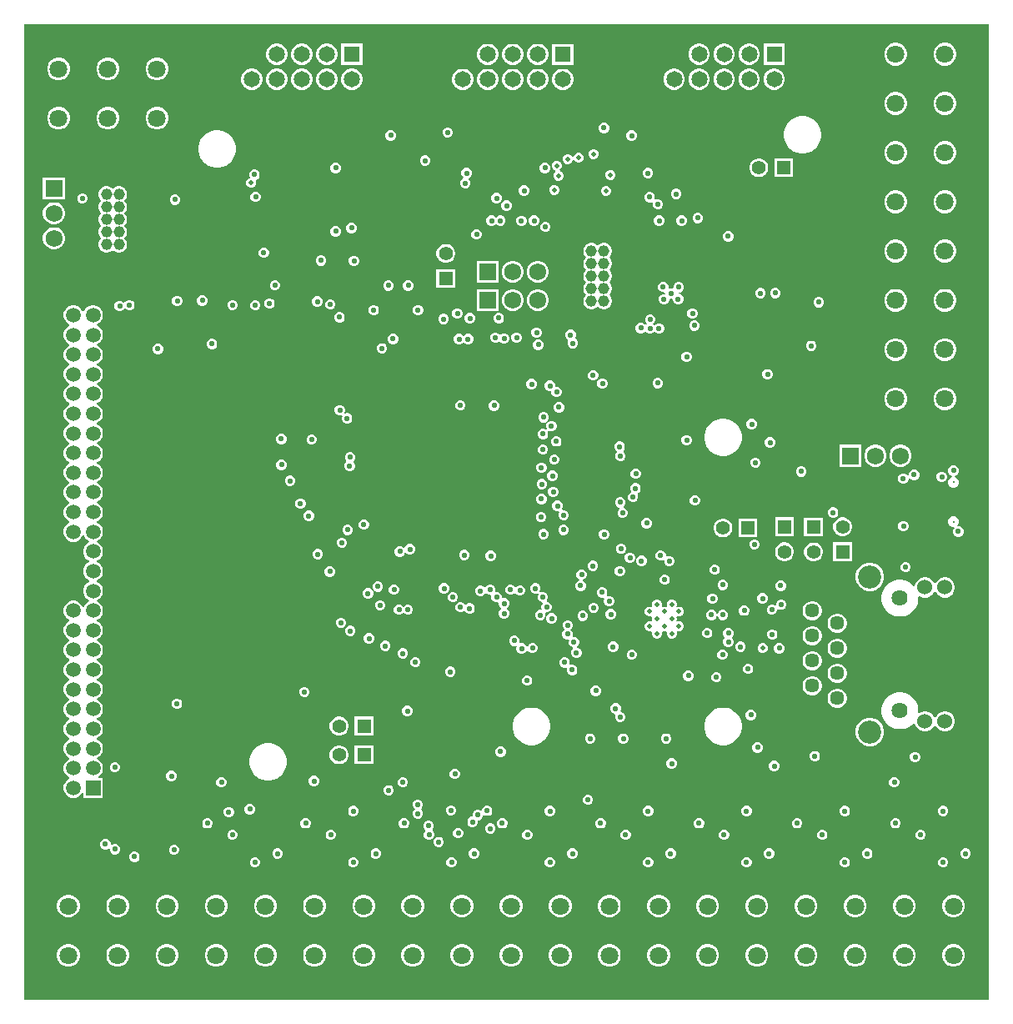
<source format=gbr>
%TF.GenerationSoftware,Altium Limited,Altium Designer,23.2.1 (34)*%
G04 Layer_Physical_Order=3*
G04 Layer_Color=16440176*
%FSLAX45Y45*%
%MOMM*%
%TF.SameCoordinates,D2D2B7A9-F2F8-4E87-A196-037FCC396BAD*%
%TF.FilePolarity,Positive*%
%TF.FileFunction,Copper,L3,Inr,Signal*%
%TF.Part,Single*%
G01*
G75*
%TA.AperFunction,ComponentPad*%
%ADD56C,1.40000*%
%ADD57R,1.40000X1.40000*%
%ADD58C,1.72500*%
%ADD59R,1.72500X1.72500*%
%ADD60R,1.72500X1.72500*%
%ADD61R,1.40000X1.40000*%
%ADD62R,1.50000X1.50000*%
%ADD63C,1.50000*%
%ADD64R,1.65000X1.65000*%
%ADD65C,1.65000*%
%ADD66C,1.15000*%
%ADD67C,1.44600*%
%ADD68C,1.53000*%
%ADD69C,2.35500*%
%ADD70C,1.62500*%
%ADD71C,1.80000*%
%ADD72C,0.27500*%
%TA.AperFunction,ViaPad*%
%ADD73C,0.55000*%
%ADD74C,0.50000*%
G36*
X20750000Y2150000D02*
X10950000D01*
Y12050000D01*
X20750000D01*
Y2150000D01*
D02*
G37*
%LPC*%
G36*
X18674339Y11857900D02*
X18458540D01*
Y11642100D01*
X18674339D01*
Y11857900D01*
D02*
G37*
G36*
X18326645D02*
X18298235D01*
X18270792Y11850547D01*
X18246188Y11836341D01*
X18226099Y11816252D01*
X18211893Y11791648D01*
X18204539Y11764205D01*
Y11735795D01*
X18211893Y11708352D01*
X18226099Y11683748D01*
X18246188Y11663658D01*
X18270792Y11649453D01*
X18298235Y11642100D01*
X18326645D01*
X18354088Y11649453D01*
X18378693Y11663658D01*
X18398782Y11683748D01*
X18412987Y11708352D01*
X18420340Y11735795D01*
Y11764205D01*
X18412987Y11791648D01*
X18398782Y11816252D01*
X18378693Y11836341D01*
X18354088Y11850547D01*
X18326645Y11857900D01*
D02*
G37*
G36*
X18072646D02*
X18044235D01*
X18016792Y11850547D01*
X17992188Y11836341D01*
X17972099Y11816252D01*
X17957893Y11791648D01*
X17950540Y11764205D01*
Y11735795D01*
X17957893Y11708352D01*
X17972099Y11683748D01*
X17992188Y11663658D01*
X18016792Y11649453D01*
X18044235Y11642100D01*
X18072646D01*
X18100089Y11649453D01*
X18124692Y11663658D01*
X18144781Y11683748D01*
X18158987Y11708352D01*
X18166341Y11735795D01*
Y11764205D01*
X18158987Y11791648D01*
X18144781Y11816252D01*
X18124692Y11836341D01*
X18100089Y11850547D01*
X18072646Y11857900D01*
D02*
G37*
G36*
X17818645D02*
X17790234D01*
X17762791Y11850547D01*
X17738188Y11836341D01*
X17718098Y11816252D01*
X17703893Y11791648D01*
X17696539Y11764205D01*
Y11735795D01*
X17703893Y11708352D01*
X17718098Y11683748D01*
X17738188Y11663658D01*
X17762791Y11649453D01*
X17790234Y11642100D01*
X17818645D01*
X17846088Y11649453D01*
X17870692Y11663658D01*
X17890782Y11683748D01*
X17904987Y11708352D01*
X17912340Y11735795D01*
Y11764205D01*
X17904987Y11791648D01*
X17890782Y11816252D01*
X17870692Y11836341D01*
X17846088Y11850547D01*
X17818645Y11857900D01*
D02*
G37*
G36*
X14385240Y11855400D02*
X14169440D01*
Y11639600D01*
X14385240D01*
Y11855400D01*
D02*
G37*
G36*
X14037544D02*
X14009135D01*
X13981693Y11848047D01*
X13957088Y11833841D01*
X13937000Y11813752D01*
X13922794Y11789148D01*
X13915440Y11761705D01*
Y11733295D01*
X13922794Y11705852D01*
X13937000Y11681248D01*
X13957088Y11661159D01*
X13981693Y11646953D01*
X14009135Y11639600D01*
X14037544D01*
X14064989Y11646953D01*
X14089592Y11661159D01*
X14109682Y11681248D01*
X14123888Y11705852D01*
X14131239Y11733295D01*
Y11761705D01*
X14123888Y11789148D01*
X14109682Y11813752D01*
X14089592Y11833841D01*
X14064989Y11848047D01*
X14037544Y11855400D01*
D02*
G37*
G36*
X13783545D02*
X13755135D01*
X13727692Y11848047D01*
X13703088Y11833841D01*
X13682999Y11813752D01*
X13668793Y11789148D01*
X13661440Y11761705D01*
Y11733295D01*
X13668793Y11705852D01*
X13682999Y11681248D01*
X13703088Y11661159D01*
X13727692Y11646953D01*
X13755135Y11639600D01*
X13783545D01*
X13810988Y11646953D01*
X13835593Y11661159D01*
X13855681Y11681248D01*
X13869887Y11705852D01*
X13877240Y11733295D01*
Y11761705D01*
X13869887Y11789148D01*
X13855681Y11813752D01*
X13835593Y11833841D01*
X13810988Y11848047D01*
X13783545Y11855400D01*
D02*
G37*
G36*
X13529546D02*
X13501135D01*
X13473692Y11848047D01*
X13449088Y11833841D01*
X13428999Y11813752D01*
X13414793Y11789148D01*
X13407440Y11761705D01*
Y11733295D01*
X13414793Y11705852D01*
X13428999Y11681248D01*
X13449088Y11661159D01*
X13473692Y11646953D01*
X13501135Y11639600D01*
X13529546D01*
X13556989Y11646953D01*
X13581592Y11661159D01*
X13601682Y11681248D01*
X13615887Y11705852D01*
X13623241Y11733295D01*
Y11761705D01*
X13615887Y11789148D01*
X13601682Y11813752D01*
X13581592Y11833841D01*
X13556989Y11848047D01*
X13529546Y11855400D01*
D02*
G37*
G36*
X16527100Y11854980D02*
X16311301D01*
Y11639180D01*
X16527100D01*
Y11854980D01*
D02*
G37*
G36*
X16179405D02*
X16150995D01*
X16123552Y11847627D01*
X16098949Y11833422D01*
X16078859Y11813332D01*
X16064653Y11788728D01*
X16057300Y11761286D01*
Y11732875D01*
X16064653Y11705433D01*
X16078859Y11680828D01*
X16098949Y11660739D01*
X16123552Y11646533D01*
X16150995Y11639180D01*
X16179405D01*
X16206848Y11646533D01*
X16231451Y11660739D01*
X16251543Y11680828D01*
X16265747Y11705433D01*
X16273100Y11732875D01*
Y11761286D01*
X16265747Y11788728D01*
X16251543Y11813332D01*
X16231451Y11833422D01*
X16206848Y11847627D01*
X16179405Y11854980D01*
D02*
G37*
G36*
X15925404D02*
X15896996D01*
X15869553Y11847627D01*
X15844948Y11833422D01*
X15824860Y11813332D01*
X15810654Y11788728D01*
X15803300Y11761286D01*
Y11732875D01*
X15810654Y11705433D01*
X15824860Y11680828D01*
X15844948Y11660739D01*
X15869553Y11646533D01*
X15896996Y11639180D01*
X15925404D01*
X15952847Y11646533D01*
X15977452Y11660739D01*
X15997542Y11680828D01*
X16011748Y11705433D01*
X16019099Y11732875D01*
Y11761286D01*
X16011748Y11788728D01*
X15997542Y11813332D01*
X15977452Y11833422D01*
X15952847Y11847627D01*
X15925404Y11854980D01*
D02*
G37*
G36*
X15671405D02*
X15642995D01*
X15615552Y11847627D01*
X15590948Y11833422D01*
X15570859Y11813332D01*
X15556653Y11788728D01*
X15549300Y11761286D01*
Y11732875D01*
X15556653Y11705433D01*
X15570859Y11680828D01*
X15590948Y11660739D01*
X15615552Y11646533D01*
X15642995Y11639180D01*
X15671405D01*
X15698848Y11646533D01*
X15723453Y11660739D01*
X15743542Y11680828D01*
X15757747Y11705433D01*
X15765100Y11732875D01*
Y11761286D01*
X15757747Y11788728D01*
X15743542Y11813332D01*
X15723453Y11833422D01*
X15698848Y11847627D01*
X15671405Y11854980D01*
D02*
G37*
G36*
X20315193Y11865400D02*
X20284807D01*
X20255457Y11857536D01*
X20229143Y11842343D01*
X20207657Y11820857D01*
X20192465Y11794543D01*
X20184599Y11765193D01*
Y11734807D01*
X20192465Y11705457D01*
X20207657Y11679143D01*
X20229143Y11657657D01*
X20255457Y11642465D01*
X20284807Y11634600D01*
X20315193D01*
X20344543Y11642465D01*
X20370857Y11657657D01*
X20392343Y11679143D01*
X20407536Y11705457D01*
X20415401Y11734807D01*
Y11765193D01*
X20407536Y11794543D01*
X20392343Y11820857D01*
X20370857Y11842343D01*
X20344543Y11857536D01*
X20315193Y11865400D01*
D02*
G37*
G36*
X19815193D02*
X19784807D01*
X19755457Y11857536D01*
X19729143Y11842343D01*
X19707657Y11820857D01*
X19692465Y11794543D01*
X19684599Y11765193D01*
Y11734807D01*
X19692465Y11705457D01*
X19707657Y11679143D01*
X19729143Y11657657D01*
X19755457Y11642465D01*
X19784807Y11634600D01*
X19815193D01*
X19844543Y11642465D01*
X19870857Y11657657D01*
X19892343Y11679143D01*
X19907535Y11705457D01*
X19915401Y11734807D01*
Y11765193D01*
X19907535Y11794543D01*
X19892343Y11820857D01*
X19870857Y11842343D01*
X19844543Y11857536D01*
X19815193Y11865400D01*
D02*
G37*
G36*
X12315193Y11715400D02*
X12284807D01*
X12255457Y11707535D01*
X12229143Y11692343D01*
X12207657Y11670857D01*
X12192465Y11644543D01*
X12184600Y11615193D01*
Y11584807D01*
X12192465Y11555457D01*
X12207657Y11529143D01*
X12229143Y11507657D01*
X12255457Y11492464D01*
X12284807Y11484600D01*
X12315193D01*
X12344543Y11492464D01*
X12370857Y11507657D01*
X12392343Y11529143D01*
X12407536Y11555457D01*
X12415400Y11584807D01*
Y11615193D01*
X12407536Y11644543D01*
X12392343Y11670857D01*
X12370857Y11692343D01*
X12344543Y11707535D01*
X12315193Y11715400D01*
D02*
G37*
G36*
X11815193D02*
X11784807D01*
X11755457Y11707535D01*
X11729143Y11692343D01*
X11707657Y11670857D01*
X11692465Y11644543D01*
X11684600Y11615193D01*
Y11584807D01*
X11692465Y11555457D01*
X11707657Y11529143D01*
X11729143Y11507657D01*
X11755457Y11492464D01*
X11784807Y11484600D01*
X11815193D01*
X11844543Y11492464D01*
X11870857Y11507657D01*
X11892343Y11529143D01*
X11907535Y11555457D01*
X11915400Y11584807D01*
Y11615193D01*
X11907535Y11644543D01*
X11892343Y11670857D01*
X11870857Y11692343D01*
X11844543Y11707535D01*
X11815193Y11715400D01*
D02*
G37*
G36*
X11315193D02*
X11284807D01*
X11255457Y11707535D01*
X11229143Y11692343D01*
X11207657Y11670857D01*
X11192465Y11644543D01*
X11184600Y11615193D01*
Y11584807D01*
X11192465Y11555457D01*
X11207657Y11529143D01*
X11229143Y11507657D01*
X11255457Y11492464D01*
X11284807Y11484600D01*
X11315193D01*
X11344543Y11492464D01*
X11370857Y11507657D01*
X11392343Y11529143D01*
X11407535Y11555457D01*
X11415400Y11584807D01*
Y11615193D01*
X11407535Y11644543D01*
X11392343Y11670857D01*
X11370857Y11692343D01*
X11344543Y11707535D01*
X11315193Y11715400D01*
D02*
G37*
G36*
X18580646Y11603900D02*
X18552235D01*
X18524792Y11596547D01*
X18500188Y11582341D01*
X18480099Y11562252D01*
X18465894Y11537648D01*
X18458540Y11510205D01*
Y11481795D01*
X18465894Y11454352D01*
X18480099Y11429748D01*
X18500188Y11409658D01*
X18524792Y11395453D01*
X18552235Y11388100D01*
X18580646D01*
X18608089Y11395453D01*
X18632692Y11409658D01*
X18652782Y11429748D01*
X18666988Y11454352D01*
X18674339Y11481795D01*
Y11510205D01*
X18666988Y11537648D01*
X18652782Y11562252D01*
X18632692Y11582341D01*
X18608089Y11596547D01*
X18580646Y11603900D01*
D02*
G37*
G36*
X18326645D02*
X18298235D01*
X18270792Y11596547D01*
X18246188Y11582341D01*
X18226099Y11562252D01*
X18211893Y11537648D01*
X18204539Y11510205D01*
Y11481795D01*
X18211893Y11454352D01*
X18226099Y11429748D01*
X18246188Y11409658D01*
X18270792Y11395453D01*
X18298235Y11388100D01*
X18326645D01*
X18354088Y11395453D01*
X18378693Y11409658D01*
X18398782Y11429748D01*
X18412987Y11454352D01*
X18420340Y11481795D01*
Y11510205D01*
X18412987Y11537648D01*
X18398782Y11562252D01*
X18378693Y11582341D01*
X18354088Y11596547D01*
X18326645Y11603900D01*
D02*
G37*
G36*
X18072646D02*
X18044235D01*
X18016792Y11596547D01*
X17992188Y11582341D01*
X17972099Y11562252D01*
X17957893Y11537648D01*
X17950540Y11510205D01*
Y11481795D01*
X17957893Y11454352D01*
X17972099Y11429748D01*
X17992188Y11409658D01*
X18016792Y11395453D01*
X18044235Y11388100D01*
X18072646D01*
X18100089Y11395453D01*
X18124692Y11409658D01*
X18144781Y11429748D01*
X18158987Y11454352D01*
X18166341Y11481795D01*
Y11510205D01*
X18158987Y11537648D01*
X18144781Y11562252D01*
X18124692Y11582341D01*
X18100089Y11596547D01*
X18072646Y11603900D01*
D02*
G37*
G36*
X17818645D02*
X17790234D01*
X17762791Y11596547D01*
X17738188Y11582341D01*
X17718098Y11562252D01*
X17703893Y11537648D01*
X17696539Y11510205D01*
Y11481795D01*
X17703893Y11454352D01*
X17718098Y11429748D01*
X17738188Y11409658D01*
X17762791Y11395453D01*
X17790234Y11388100D01*
X17818645D01*
X17846088Y11395453D01*
X17870692Y11409658D01*
X17890782Y11429748D01*
X17904987Y11454352D01*
X17912340Y11481795D01*
Y11510205D01*
X17904987Y11537648D01*
X17890782Y11562252D01*
X17870692Y11582341D01*
X17846088Y11596547D01*
X17818645Y11603900D01*
D02*
G37*
G36*
X17564645D02*
X17536235D01*
X17508792Y11596547D01*
X17484187Y11582341D01*
X17464099Y11562252D01*
X17449893Y11537648D01*
X17442540Y11510205D01*
Y11481795D01*
X17449893Y11454352D01*
X17464099Y11429748D01*
X17484187Y11409658D01*
X17508792Y11395453D01*
X17536235Y11388100D01*
X17564645D01*
X17592088Y11395453D01*
X17616692Y11409658D01*
X17636781Y11429748D01*
X17650987Y11454352D01*
X17658340Y11481795D01*
Y11510205D01*
X17650987Y11537648D01*
X17636781Y11562252D01*
X17616692Y11582341D01*
X17592088Y11596547D01*
X17564645Y11603900D01*
D02*
G37*
G36*
X14291545Y11601400D02*
X14263135D01*
X14235692Y11594047D01*
X14211089Y11579841D01*
X14190999Y11559752D01*
X14176793Y11535148D01*
X14169440Y11507705D01*
Y11479295D01*
X14176793Y11451852D01*
X14190999Y11427248D01*
X14211089Y11407159D01*
X14235692Y11392953D01*
X14263135Y11385600D01*
X14291545D01*
X14318988Y11392953D01*
X14343591Y11407159D01*
X14363681Y11427248D01*
X14377887Y11451852D01*
X14385240Y11479295D01*
Y11507705D01*
X14377887Y11535148D01*
X14363681Y11559752D01*
X14343591Y11579841D01*
X14318988Y11594047D01*
X14291545Y11601400D01*
D02*
G37*
G36*
X14037544D02*
X14009135D01*
X13981693Y11594047D01*
X13957088Y11579841D01*
X13937000Y11559752D01*
X13922794Y11535148D01*
X13915440Y11507705D01*
Y11479295D01*
X13922794Y11451852D01*
X13937000Y11427248D01*
X13957088Y11407159D01*
X13981693Y11392953D01*
X14009135Y11385600D01*
X14037544D01*
X14064989Y11392953D01*
X14089592Y11407159D01*
X14109682Y11427248D01*
X14123888Y11451852D01*
X14131239Y11479295D01*
Y11507705D01*
X14123888Y11535148D01*
X14109682Y11559752D01*
X14089592Y11579841D01*
X14064989Y11594047D01*
X14037544Y11601400D01*
D02*
G37*
G36*
X13783545D02*
X13755135D01*
X13727692Y11594047D01*
X13703088Y11579841D01*
X13682999Y11559752D01*
X13668793Y11535148D01*
X13661440Y11507705D01*
Y11479295D01*
X13668793Y11451852D01*
X13682999Y11427248D01*
X13703088Y11407159D01*
X13727692Y11392953D01*
X13755135Y11385600D01*
X13783545D01*
X13810988Y11392953D01*
X13835593Y11407159D01*
X13855681Y11427248D01*
X13869887Y11451852D01*
X13877240Y11479295D01*
Y11507705D01*
X13869887Y11535148D01*
X13855681Y11559752D01*
X13835593Y11579841D01*
X13810988Y11594047D01*
X13783545Y11601400D01*
D02*
G37*
G36*
X13529546D02*
X13501135D01*
X13473692Y11594047D01*
X13449088Y11579841D01*
X13428999Y11559752D01*
X13414793Y11535148D01*
X13407440Y11507705D01*
Y11479295D01*
X13414793Y11451852D01*
X13428999Y11427248D01*
X13449088Y11407159D01*
X13473692Y11392953D01*
X13501135Y11385600D01*
X13529546D01*
X13556989Y11392953D01*
X13581592Y11407159D01*
X13601682Y11427248D01*
X13615887Y11451852D01*
X13623241Y11479295D01*
Y11507705D01*
X13615887Y11535148D01*
X13601682Y11559752D01*
X13581592Y11579841D01*
X13556989Y11594047D01*
X13529546Y11601400D01*
D02*
G37*
G36*
X13275545D02*
X13247134D01*
X13219691Y11594047D01*
X13195088Y11579841D01*
X13174998Y11559752D01*
X13160793Y11535148D01*
X13153439Y11507705D01*
Y11479295D01*
X13160793Y11451852D01*
X13174998Y11427248D01*
X13195088Y11407159D01*
X13219691Y11392953D01*
X13247134Y11385600D01*
X13275545D01*
X13302988Y11392953D01*
X13327592Y11407159D01*
X13347681Y11427248D01*
X13361887Y11451852D01*
X13369240Y11479295D01*
Y11507705D01*
X13361887Y11535148D01*
X13347681Y11559752D01*
X13327592Y11579841D01*
X13302988Y11594047D01*
X13275545Y11601400D01*
D02*
G37*
G36*
X16433405Y11600980D02*
X16404996D01*
X16377551Y11593627D01*
X16352948Y11579422D01*
X16332858Y11559332D01*
X16318652Y11534728D01*
X16311301Y11507286D01*
Y11478875D01*
X16318652Y11451433D01*
X16332858Y11426828D01*
X16352948Y11406739D01*
X16377551Y11392533D01*
X16404996Y11385180D01*
X16433405D01*
X16460847Y11392533D01*
X16485452Y11406739D01*
X16505542Y11426828D01*
X16519746Y11451433D01*
X16527100Y11478875D01*
Y11507286D01*
X16519746Y11534728D01*
X16505542Y11559332D01*
X16485452Y11579422D01*
X16460847Y11593627D01*
X16433405Y11600980D01*
D02*
G37*
G36*
X16179405D02*
X16150995D01*
X16123552Y11593627D01*
X16098949Y11579422D01*
X16078859Y11559332D01*
X16064653Y11534728D01*
X16057300Y11507286D01*
Y11478875D01*
X16064653Y11451433D01*
X16078859Y11426828D01*
X16098949Y11406739D01*
X16123552Y11392533D01*
X16150995Y11385180D01*
X16179405D01*
X16206848Y11392533D01*
X16231451Y11406739D01*
X16251543Y11426828D01*
X16265747Y11451433D01*
X16273100Y11478875D01*
Y11507286D01*
X16265747Y11534728D01*
X16251543Y11559332D01*
X16231451Y11579422D01*
X16206848Y11593627D01*
X16179405Y11600980D01*
D02*
G37*
G36*
X15925404D02*
X15896996D01*
X15869553Y11593627D01*
X15844948Y11579422D01*
X15824860Y11559332D01*
X15810654Y11534728D01*
X15803300Y11507286D01*
Y11478875D01*
X15810654Y11451433D01*
X15824860Y11426828D01*
X15844948Y11406739D01*
X15869553Y11392533D01*
X15896996Y11385180D01*
X15925404D01*
X15952847Y11392533D01*
X15977452Y11406739D01*
X15997542Y11426828D01*
X16011748Y11451433D01*
X16019099Y11478875D01*
Y11507286D01*
X16011748Y11534728D01*
X15997542Y11559332D01*
X15977452Y11579422D01*
X15952847Y11593627D01*
X15925404Y11600980D01*
D02*
G37*
G36*
X15671405D02*
X15642995D01*
X15615552Y11593627D01*
X15590948Y11579422D01*
X15570859Y11559332D01*
X15556653Y11534728D01*
X15549300Y11507286D01*
Y11478875D01*
X15556653Y11451433D01*
X15570859Y11426828D01*
X15590948Y11406739D01*
X15615552Y11392533D01*
X15642995Y11385180D01*
X15671405D01*
X15698848Y11392533D01*
X15723453Y11406739D01*
X15743542Y11426828D01*
X15757747Y11451433D01*
X15765100Y11478875D01*
Y11507286D01*
X15757747Y11534728D01*
X15743542Y11559332D01*
X15723453Y11579422D01*
X15698848Y11593627D01*
X15671405Y11600980D01*
D02*
G37*
G36*
X15417406D02*
X15388995D01*
X15361552Y11593627D01*
X15336948Y11579422D01*
X15316859Y11559332D01*
X15302654Y11534728D01*
X15295300Y11507286D01*
Y11478875D01*
X15302654Y11451433D01*
X15316859Y11426828D01*
X15336948Y11406739D01*
X15361552Y11392533D01*
X15388995Y11385180D01*
X15417406D01*
X15444849Y11392533D01*
X15469452Y11406739D01*
X15489542Y11426828D01*
X15503748Y11451433D01*
X15511099Y11478875D01*
Y11507286D01*
X15503748Y11534728D01*
X15489542Y11559332D01*
X15469452Y11579422D01*
X15444849Y11593627D01*
X15417406Y11600980D01*
D02*
G37*
G36*
X20315190Y11365402D02*
X20284805D01*
X20255455Y11357538D01*
X20229140Y11342345D01*
X20207655Y11320860D01*
X20192462Y11294545D01*
X20184598Y11265195D01*
Y11234810D01*
X20192462Y11205460D01*
X20207655Y11179145D01*
X20229140Y11157660D01*
X20255455Y11142467D01*
X20284805Y11134603D01*
X20315190D01*
X20344540Y11142467D01*
X20370856Y11157660D01*
X20392340Y11179145D01*
X20407533Y11205460D01*
X20415398Y11234810D01*
Y11265195D01*
X20407533Y11294545D01*
X20392340Y11320860D01*
X20370856Y11342345D01*
X20344540Y11357538D01*
X20315190Y11365402D01*
D02*
G37*
G36*
X19815190D02*
X19784805D01*
X19755455Y11357538D01*
X19729140Y11342345D01*
X19707655Y11320860D01*
X19692462Y11294545D01*
X19684598Y11265195D01*
Y11234810D01*
X19692462Y11205460D01*
X19707655Y11179145D01*
X19729140Y11157660D01*
X19755455Y11142467D01*
X19784805Y11134603D01*
X19815190D01*
X19844540Y11142467D01*
X19870856Y11157660D01*
X19892340Y11179145D01*
X19907533Y11205460D01*
X19915398Y11234810D01*
Y11265195D01*
X19907533Y11294545D01*
X19892340Y11320860D01*
X19870856Y11342345D01*
X19844540Y11357538D01*
X19815190Y11365402D01*
D02*
G37*
G36*
X12315193Y11215400D02*
X12284807D01*
X12255457Y11207535D01*
X12229143Y11192343D01*
X12207657Y11170857D01*
X12192465Y11144543D01*
X12184600Y11115193D01*
Y11084807D01*
X12192465Y11055457D01*
X12207657Y11029143D01*
X12229143Y11007657D01*
X12255457Y10992464D01*
X12284807Y10984600D01*
X12315193D01*
X12344543Y10992464D01*
X12370857Y11007657D01*
X12392343Y11029143D01*
X12407536Y11055457D01*
X12415400Y11084807D01*
Y11115193D01*
X12407536Y11144543D01*
X12392343Y11170857D01*
X12370857Y11192343D01*
X12344543Y11207535D01*
X12315193Y11215400D01*
D02*
G37*
G36*
X11815193D02*
X11784807D01*
X11755457Y11207535D01*
X11729143Y11192343D01*
X11707657Y11170857D01*
X11692465Y11144543D01*
X11684600Y11115193D01*
Y11084807D01*
X11692465Y11055457D01*
X11707657Y11029143D01*
X11729143Y11007657D01*
X11755457Y10992464D01*
X11784807Y10984600D01*
X11815193D01*
X11844543Y10992464D01*
X11870857Y11007657D01*
X11892343Y11029143D01*
X11907535Y11055457D01*
X11915400Y11084807D01*
Y11115193D01*
X11907535Y11144543D01*
X11892343Y11170857D01*
X11870857Y11192343D01*
X11844543Y11207535D01*
X11815193Y11215400D01*
D02*
G37*
G36*
X11315193D02*
X11284807D01*
X11255457Y11207535D01*
X11229143Y11192343D01*
X11207657Y11170857D01*
X11192465Y11144543D01*
X11184600Y11115193D01*
Y11084807D01*
X11192465Y11055457D01*
X11207657Y11029143D01*
X11229143Y11007657D01*
X11255457Y10992464D01*
X11284807Y10984600D01*
X11315193D01*
X11344543Y10992464D01*
X11370857Y11007657D01*
X11392343Y11029143D01*
X11407535Y11055457D01*
X11415400Y11084807D01*
Y11115193D01*
X11407535Y11144543D01*
X11392343Y11170857D01*
X11370857Y11192343D01*
X11344543Y11207535D01*
X11315193Y11215400D01*
D02*
G37*
G36*
X16848183Y11053640D02*
X16827138D01*
X16807695Y11045586D01*
X16792815Y11030705D01*
X16784760Y11011262D01*
Y10990218D01*
X16792815Y10970775D01*
X16807695Y10955894D01*
X16827138Y10947840D01*
X16848183D01*
X16867625Y10955894D01*
X16882506Y10970775D01*
X16890559Y10990218D01*
Y11011262D01*
X16882506Y11030705D01*
X16867625Y11045586D01*
X16848183Y11053640D01*
D02*
G37*
G36*
X15260683Y11007920D02*
X15239638D01*
X15220195Y10999866D01*
X15205315Y10984985D01*
X15197260Y10965542D01*
Y10944498D01*
X15205315Y10925055D01*
X15220195Y10910174D01*
X15239638Y10902120D01*
X15260683D01*
X15280125Y10910174D01*
X15295006Y10925055D01*
X15303059Y10944498D01*
Y10965542D01*
X15295006Y10984985D01*
X15280125Y10999866D01*
X15260683Y11007920D01*
D02*
G37*
G36*
X14684102Y10977440D02*
X14663058D01*
X14643616Y10969386D01*
X14628734Y10954505D01*
X14620680Y10935062D01*
Y10914018D01*
X14628734Y10894575D01*
X14643616Y10879694D01*
X14663058Y10871640D01*
X14684102D01*
X14703545Y10879694D01*
X14718427Y10894575D01*
X14726480Y10914018D01*
Y10935062D01*
X14718427Y10954505D01*
X14703545Y10969386D01*
X14684102Y10977440D01*
D02*
G37*
G36*
X17130122Y10976122D02*
X17109077D01*
X17089635Y10968068D01*
X17074754Y10953187D01*
X17066701Y10933744D01*
Y10912700D01*
X17074754Y10893257D01*
X17089635Y10878376D01*
X17109077Y10870322D01*
X17130122D01*
X17149565Y10878376D01*
X17164445Y10893257D01*
X17172501Y10912700D01*
Y10933744D01*
X17164445Y10953187D01*
X17149565Y10968068D01*
X17130122Y10976122D01*
D02*
G37*
G36*
X18873174Y11120020D02*
X18835667D01*
X18798882Y11112703D01*
X18764232Y11098350D01*
X18733047Y11077513D01*
X18706528Y11050993D01*
X18685690Y11019808D01*
X18671336Y10985158D01*
X18664020Y10948373D01*
Y10910867D01*
X18671336Y10874082D01*
X18685690Y10839432D01*
X18706528Y10808247D01*
X18733047Y10781727D01*
X18764232Y10760890D01*
X18798882Y10746537D01*
X18835667Y10739220D01*
X18873174D01*
X18909958Y10746537D01*
X18944608Y10760890D01*
X18975793Y10781727D01*
X19002313Y10808247D01*
X19023151Y10839432D01*
X19037503Y10874082D01*
X19044820Y10910867D01*
Y10948373D01*
X19037503Y10985158D01*
X19023151Y11019808D01*
X19002313Y11050993D01*
X18975793Y11077513D01*
X18944608Y11098350D01*
X18909958Y11112703D01*
X18873174Y11120020D01*
D02*
G37*
G36*
X16591145Y10746340D02*
X16571095D01*
X16552571Y10738667D01*
X16538393Y10724489D01*
X16530721Y10705965D01*
Y10702532D01*
X16518021Y10700006D01*
X16512086Y10714329D01*
X16497910Y10728507D01*
X16479385Y10736180D01*
X16459335D01*
X16440811Y10728507D01*
X16426633Y10714329D01*
X16418961Y10695805D01*
Y10675755D01*
X16426633Y10657231D01*
X16440811Y10643053D01*
X16459335Y10635380D01*
X16479385D01*
X16497910Y10643053D01*
X16512086Y10657231D01*
X16519760Y10675755D01*
Y10679188D01*
X16532460Y10681714D01*
X16538393Y10667391D01*
X16552571Y10653213D01*
X16571095Y10645540D01*
X16591145D01*
X16609669Y10653213D01*
X16623846Y10667391D01*
X16631520Y10685915D01*
Y10705965D01*
X16623846Y10724489D01*
X16609669Y10738667D01*
X16591145Y10746340D01*
D02*
G37*
G36*
X16741005Y10786980D02*
X16720955D01*
X16702431Y10779307D01*
X16688252Y10765129D01*
X16680580Y10746605D01*
Y10726555D01*
X16688252Y10708031D01*
X16702431Y10693853D01*
X16720955Y10686180D01*
X16741005D01*
X16759529Y10693853D01*
X16773708Y10708031D01*
X16781380Y10726555D01*
Y10746605D01*
X16773708Y10765129D01*
X16759529Y10779307D01*
X16741005Y10786980D01*
D02*
G37*
G36*
X20315192Y10865402D02*
X20284805D01*
X20255457Y10857538D01*
X20229141Y10842345D01*
X20207655Y10820859D01*
X20192464Y10794545D01*
X20184599Y10765195D01*
Y10734810D01*
X20192464Y10705460D01*
X20207655Y10679145D01*
X20229141Y10657660D01*
X20255457Y10642467D01*
X20284805Y10634603D01*
X20315192D01*
X20344540Y10642467D01*
X20370856Y10657660D01*
X20392342Y10679145D01*
X20407533Y10705460D01*
X20415398Y10734810D01*
Y10765195D01*
X20407533Y10794545D01*
X20392342Y10820859D01*
X20370856Y10842345D01*
X20344540Y10857538D01*
X20315192Y10865402D01*
D02*
G37*
G36*
X19815192D02*
X19784805D01*
X19755457Y10857538D01*
X19729141Y10842345D01*
X19707655Y10820859D01*
X19692464Y10794545D01*
X19684599Y10765195D01*
Y10734810D01*
X19692464Y10705460D01*
X19707655Y10679145D01*
X19729141Y10657660D01*
X19755457Y10642467D01*
X19784805Y10634603D01*
X19815192D01*
X19844540Y10642467D01*
X19870856Y10657660D01*
X19892342Y10679145D01*
X19907533Y10705460D01*
X19915398Y10734810D01*
Y10765195D01*
X19907533Y10794545D01*
X19892342Y10820859D01*
X19870856Y10842345D01*
X19844540Y10857538D01*
X19815192Y10865402D01*
D02*
G37*
G36*
X15032082Y10720900D02*
X15011038D01*
X14991595Y10712846D01*
X14976714Y10697965D01*
X14968660Y10678522D01*
Y10657478D01*
X14976714Y10638035D01*
X14991595Y10623154D01*
X15011038Y10615100D01*
X15032082D01*
X15051524Y10623154D01*
X15066406Y10638035D01*
X15074460Y10657478D01*
Y10678522D01*
X15066406Y10697965D01*
X15051524Y10712846D01*
X15032082Y10720900D01*
D02*
G37*
G36*
X12927032Y10977780D02*
X12889526D01*
X12852742Y10970463D01*
X12818092Y10956110D01*
X12786907Y10935273D01*
X12760387Y10908753D01*
X12739550Y10877568D01*
X12725197Y10842918D01*
X12717880Y10806133D01*
Y10768627D01*
X12725197Y10731842D01*
X12739550Y10697192D01*
X12760387Y10666007D01*
X12786907Y10639487D01*
X12818092Y10618650D01*
X12852742Y10604297D01*
X12889526Y10596980D01*
X12927032D01*
X12963818Y10604297D01*
X12998468Y10618650D01*
X13029652Y10639487D01*
X13056174Y10666007D01*
X13077010Y10697192D01*
X13091364Y10731842D01*
X13098680Y10768627D01*
Y10806133D01*
X13091364Y10842918D01*
X13077010Y10877568D01*
X13056174Y10908753D01*
X13029652Y10935273D01*
X12998468Y10956110D01*
X12963818Y10970463D01*
X12927032Y10977780D01*
D02*
G37*
G36*
X16248743Y10647240D02*
X16227698D01*
X16208255Y10639186D01*
X16193375Y10624305D01*
X16185320Y10604862D01*
Y10583818D01*
X16193375Y10564375D01*
X16208255Y10549494D01*
X16227698Y10541440D01*
X16248743D01*
X16268185Y10549494D01*
X16283066Y10564375D01*
X16291119Y10583818D01*
Y10604862D01*
X16283066Y10624305D01*
X16268185Y10639186D01*
X16248743Y10647240D01*
D02*
G37*
G36*
X14125302D02*
X14104259D01*
X14084814Y10639186D01*
X14069934Y10624305D01*
X14061880Y10604862D01*
Y10583818D01*
X14069934Y10564375D01*
X14084814Y10549494D01*
X14104259Y10541440D01*
X14125302D01*
X14144745Y10549494D01*
X14159625Y10564375D01*
X14167680Y10583818D01*
Y10604862D01*
X14159625Y10624305D01*
X14144745Y10639186D01*
X14125302Y10647240D01*
D02*
G37*
G36*
X18759320Y10692280D02*
X18568520D01*
Y10501480D01*
X18759320D01*
Y10692280D01*
D02*
G37*
G36*
X18422479D02*
X18397360D01*
X18373097Y10685778D01*
X18351343Y10673219D01*
X18333582Y10655457D01*
X18321022Y10633703D01*
X18314520Y10609440D01*
Y10584320D01*
X18321022Y10560057D01*
X18333582Y10538303D01*
X18351343Y10520541D01*
X18373097Y10507982D01*
X18397360Y10501480D01*
X18422479D01*
X18446742Y10507982D01*
X18468497Y10520541D01*
X18486259Y10538303D01*
X18498817Y10560057D01*
X18505321Y10584320D01*
Y10609440D01*
X18498817Y10633703D01*
X18486259Y10655457D01*
X18468497Y10673219D01*
X18446742Y10685778D01*
X18422479Y10692280D01*
D02*
G37*
G36*
X17295222Y10593900D02*
X17274178D01*
X17254735Y10585846D01*
X17239854Y10570965D01*
X17231799Y10551522D01*
Y10530478D01*
X17239854Y10511035D01*
X17254735Y10496154D01*
X17274178Y10488100D01*
X17295222D01*
X17314665Y10496154D01*
X17329546Y10511035D01*
X17337601Y10530478D01*
Y10551522D01*
X17329546Y10570965D01*
X17314665Y10585846D01*
X17295222Y10593900D01*
D02*
G37*
G36*
X16916264Y10573620D02*
X16896214D01*
X16877690Y10565947D01*
X16863513Y10551769D01*
X16855840Y10533245D01*
Y10513195D01*
X16863513Y10494671D01*
X16877690Y10480493D01*
X16896214Y10472820D01*
X16916264D01*
X16934789Y10480493D01*
X16948965Y10494671D01*
X16956639Y10513195D01*
Y10533245D01*
X16948965Y10551769D01*
X16934789Y10565947D01*
X16916264Y10573620D01*
D02*
G37*
G36*
X16367625Y10667600D02*
X16347575D01*
X16329051Y10659927D01*
X16314873Y10645749D01*
X16307201Y10627225D01*
Y10607175D01*
X16314873Y10588651D01*
X16329051Y10574473D01*
X16341307Y10569396D01*
X16342268Y10567470D01*
X16343571Y10555067D01*
X16332652Y10544149D01*
X16324980Y10525625D01*
Y10505575D01*
X16332652Y10487051D01*
X16346831Y10472873D01*
X16365355Y10465200D01*
X16385405D01*
X16403929Y10472873D01*
X16418108Y10487051D01*
X16425780Y10505575D01*
Y10525625D01*
X16418108Y10544149D01*
X16403929Y10558327D01*
X16391673Y10563404D01*
X16390712Y10565330D01*
X16389409Y10577733D01*
X16400327Y10588651D01*
X16408000Y10607175D01*
Y10627225D01*
X16400327Y10645749D01*
X16386150Y10659927D01*
X16367625Y10667600D01*
D02*
G37*
G36*
X13299802Y10578660D02*
X13278758D01*
X13259315Y10570606D01*
X13244434Y10555725D01*
X13236380Y10536282D01*
Y10515238D01*
X13244434Y10495795D01*
X13235078Y10487719D01*
X13227711Y10484667D01*
X13213533Y10470489D01*
X13205859Y10451965D01*
Y10431915D01*
X13213533Y10413391D01*
X13227711Y10399213D01*
X13246236Y10391540D01*
X13266286D01*
X13284808Y10399213D01*
X13298987Y10413391D01*
X13306660Y10431915D01*
Y10451965D01*
X13302866Y10461127D01*
X13309283Y10476787D01*
X13319244Y10480914D01*
X13334126Y10495795D01*
X13342180Y10515238D01*
Y10536282D01*
X13334126Y10555725D01*
X13319244Y10570606D01*
X13299802Y10578660D01*
D02*
G37*
G36*
X15454575Y10593900D02*
X15433530D01*
X15414085Y10585846D01*
X15399205Y10570965D01*
X15391151Y10551522D01*
Y10530478D01*
X15399205Y10511035D01*
X15408817Y10501423D01*
X15406354Y10486656D01*
X15400536Y10484246D01*
X15385654Y10469365D01*
X15377600Y10449922D01*
Y10428878D01*
X15385654Y10409435D01*
X15400536Y10394554D01*
X15419978Y10386500D01*
X15441022D01*
X15460464Y10394554D01*
X15475346Y10409435D01*
X15483400Y10428878D01*
Y10449922D01*
X15475346Y10469365D01*
X15465735Y10478977D01*
X15468198Y10493744D01*
X15474017Y10496154D01*
X15488898Y10511035D01*
X15496951Y10530478D01*
Y10551522D01*
X15488898Y10570965D01*
X15474017Y10585846D01*
X15454575Y10593900D01*
D02*
G37*
G36*
X11923514Y10408000D02*
X11901686D01*
X11880602Y10402351D01*
X11861698Y10391436D01*
X11849100Y10378838D01*
X11836502Y10391436D01*
X11817598Y10402351D01*
X11796514Y10408000D01*
X11774686D01*
X11753602Y10402351D01*
X11734698Y10391436D01*
X11719264Y10376002D01*
X11708349Y10357098D01*
X11702700Y10336014D01*
Y10314186D01*
X11708349Y10293102D01*
X11719264Y10274198D01*
X11731862Y10261600D01*
X11719264Y10249002D01*
X11708349Y10230098D01*
X11702700Y10209014D01*
Y10187186D01*
X11708349Y10166102D01*
X11719264Y10147198D01*
X11731862Y10134600D01*
X11719264Y10122002D01*
X11708349Y10103098D01*
X11702700Y10082014D01*
Y10060186D01*
X11708349Y10039102D01*
X11719264Y10020198D01*
X11731862Y10007600D01*
X11719264Y9995002D01*
X11708349Y9976098D01*
X11702700Y9955014D01*
Y9933186D01*
X11708349Y9912102D01*
X11719264Y9893198D01*
X11731862Y9880600D01*
X11719264Y9868002D01*
X11708349Y9849098D01*
X11702700Y9828014D01*
Y9806186D01*
X11708349Y9785102D01*
X11719264Y9766198D01*
X11734698Y9750764D01*
X11753602Y9739849D01*
X11774686Y9734200D01*
X11796514D01*
X11817598Y9739849D01*
X11836502Y9750764D01*
X11849100Y9763362D01*
X11861698Y9750764D01*
X11880602Y9739849D01*
X11901686Y9734200D01*
X11923514D01*
X11944598Y9739849D01*
X11963502Y9750764D01*
X11978936Y9766198D01*
X11989851Y9785102D01*
X11995500Y9806186D01*
Y9828014D01*
X11989851Y9849098D01*
X11978936Y9868002D01*
X11966338Y9880600D01*
X11978936Y9893198D01*
X11989851Y9912102D01*
X11995500Y9933186D01*
Y9955014D01*
X11989851Y9976098D01*
X11978936Y9995002D01*
X11966338Y10007600D01*
X11978936Y10020198D01*
X11989851Y10039102D01*
X11995500Y10060186D01*
Y10082014D01*
X11989851Y10103098D01*
X11978936Y10122002D01*
X11966338Y10134600D01*
X11978936Y10147198D01*
X11989851Y10166102D01*
X11995500Y10187186D01*
Y10209014D01*
X11989851Y10230098D01*
X11978936Y10249002D01*
X11966338Y10261600D01*
X11978936Y10274198D01*
X11989851Y10293102D01*
X11995500Y10314186D01*
Y10336014D01*
X11989851Y10357098D01*
X11978936Y10376002D01*
X11963502Y10391436D01*
X11944598Y10402351D01*
X11923514Y10408000D01*
D02*
G37*
G36*
X16342226Y10421220D02*
X16322176D01*
X16303651Y10413547D01*
X16289473Y10399369D01*
X16281799Y10380845D01*
Y10360795D01*
X16289473Y10342271D01*
X16303651Y10328093D01*
X16322176Y10320420D01*
X16342226D01*
X16360748Y10328093D01*
X16374927Y10342271D01*
X16382600Y10360795D01*
Y10380845D01*
X16374927Y10399369D01*
X16360748Y10413547D01*
X16342226Y10421220D01*
D02*
G37*
G36*
X16037923Y10416100D02*
X16016878D01*
X15997435Y10408046D01*
X15982555Y10393165D01*
X15974500Y10373722D01*
Y10352678D01*
X15982555Y10333235D01*
X15997435Y10318354D01*
X16016878Y10310300D01*
X16037923D01*
X16057365Y10318354D01*
X16072246Y10333235D01*
X16080299Y10352678D01*
Y10373722D01*
X16072246Y10393165D01*
X16057365Y10408046D01*
X16037923Y10416100D01*
D02*
G37*
G36*
X16868005Y10411060D02*
X16847955D01*
X16829431Y10403387D01*
X16815253Y10389209D01*
X16807581Y10370685D01*
Y10350635D01*
X16815253Y10332111D01*
X16829431Y10317933D01*
X16847955Y10310260D01*
X16868005D01*
X16886530Y10317933D01*
X16900706Y10332111D01*
X16908380Y10350635D01*
Y10370685D01*
X16900706Y10389209D01*
X16886530Y10403387D01*
X16868005Y10411060D01*
D02*
G37*
G36*
X17582242Y10383080D02*
X17561198D01*
X17541756Y10375026D01*
X17526874Y10360145D01*
X17518820Y10340702D01*
Y10319658D01*
X17526874Y10300215D01*
X17541756Y10285334D01*
X17561198Y10277280D01*
X17582242D01*
X17601685Y10285334D01*
X17616566Y10300215D01*
X17624620Y10319658D01*
Y10340702D01*
X17616566Y10360145D01*
X17601685Y10375026D01*
X17582242Y10383080D01*
D02*
G37*
G36*
X11363850Y10500250D02*
X11140550D01*
Y10276950D01*
X11363850D01*
Y10500250D01*
D02*
G37*
G36*
X13310522Y10352900D02*
X13289478D01*
X13270035Y10344846D01*
X13255154Y10329965D01*
X13247099Y10310522D01*
Y10289478D01*
X13255154Y10270035D01*
X13270035Y10255154D01*
X13289478Y10247100D01*
X13310522D01*
X13329965Y10255154D01*
X13344846Y10270035D01*
X13352901Y10289478D01*
Y10310522D01*
X13344846Y10329965D01*
X13329965Y10344846D01*
X13310522Y10352900D01*
D02*
G37*
G36*
X15758522Y10339900D02*
X15737479D01*
X15718034Y10331846D01*
X15703154Y10316965D01*
X15695100Y10297522D01*
Y10276478D01*
X15703154Y10257035D01*
X15718034Y10242154D01*
X15737479Y10234100D01*
X15758522D01*
X15777965Y10242154D01*
X15792847Y10257035D01*
X15800900Y10276478D01*
Y10297522D01*
X15792847Y10316965D01*
X15777965Y10331846D01*
X15758522Y10339900D01*
D02*
G37*
G36*
X11552282Y10337360D02*
X11531238D01*
X11511795Y10329306D01*
X11496914Y10314425D01*
X11488860Y10294982D01*
Y10273938D01*
X11496914Y10254495D01*
X11511795Y10239614D01*
X11531238Y10231560D01*
X11552282D01*
X11571725Y10239614D01*
X11586606Y10254495D01*
X11594660Y10273938D01*
Y10294982D01*
X11586606Y10314425D01*
X11571725Y10329306D01*
X11552282Y10337360D01*
D02*
G37*
G36*
X12492082Y10324660D02*
X12471038D01*
X12451595Y10316606D01*
X12436714Y10301725D01*
X12428660Y10282282D01*
Y10261238D01*
X12436714Y10241795D01*
X12451595Y10226914D01*
X12471038Y10218860D01*
X12492082D01*
X12511525Y10226914D01*
X12526406Y10241795D01*
X12534460Y10261238D01*
Y10282282D01*
X12526406Y10301725D01*
X12511525Y10316606D01*
X12492082Y10324660D01*
D02*
G37*
G36*
X17313002Y10350060D02*
X17291959D01*
X17272514Y10342006D01*
X17257634Y10327125D01*
X17249580Y10307682D01*
Y10286638D01*
X17257634Y10267195D01*
X17272514Y10252314D01*
X17291959Y10244260D01*
X17313002D01*
X17326151Y10249706D01*
X17335870Y10239986D01*
X17333400Y10234022D01*
Y10212978D01*
X17341454Y10193535D01*
X17356335Y10178654D01*
X17375778Y10170600D01*
X17396822D01*
X17416264Y10178654D01*
X17431146Y10193535D01*
X17439200Y10212978D01*
Y10234022D01*
X17431146Y10253465D01*
X17416264Y10268346D01*
X17396822Y10276400D01*
X17375778D01*
X17362630Y10270954D01*
X17352910Y10280674D01*
X17355380Y10286638D01*
Y10307682D01*
X17347327Y10327125D01*
X17332445Y10342006D01*
X17313002Y10350060D01*
D02*
G37*
G36*
X15860123Y10263700D02*
X15839078D01*
X15819635Y10255646D01*
X15804755Y10240765D01*
X15796700Y10221322D01*
Y10200278D01*
X15804755Y10180835D01*
X15819635Y10165954D01*
X15839078Y10157900D01*
X15860123D01*
X15879565Y10165954D01*
X15894446Y10180835D01*
X15902499Y10200278D01*
Y10221322D01*
X15894446Y10240765D01*
X15879565Y10255646D01*
X15860123Y10263700D01*
D02*
G37*
G36*
X20315193Y10365400D02*
X20284807D01*
X20255457Y10357536D01*
X20229143Y10342343D01*
X20207657Y10320857D01*
X20192465Y10294543D01*
X20184599Y10265193D01*
Y10234807D01*
X20192465Y10205457D01*
X20207657Y10179143D01*
X20229143Y10157657D01*
X20255457Y10142465D01*
X20284807Y10134600D01*
X20315193D01*
X20344543Y10142465D01*
X20370857Y10157657D01*
X20392343Y10179143D01*
X20407536Y10205457D01*
X20415401Y10234807D01*
Y10265193D01*
X20407536Y10294543D01*
X20392343Y10320857D01*
X20370857Y10342343D01*
X20344543Y10357536D01*
X20315193Y10365400D01*
D02*
G37*
G36*
X19815193D02*
X19784807D01*
X19755457Y10357536D01*
X19729143Y10342343D01*
X19707657Y10320857D01*
X19692465Y10294543D01*
X19684599Y10265193D01*
Y10234807D01*
X19692465Y10205457D01*
X19707657Y10179143D01*
X19729143Y10157657D01*
X19755457Y10142465D01*
X19784807Y10134600D01*
X19815193D01*
X19844543Y10142465D01*
X19870857Y10157657D01*
X19892343Y10179143D01*
X19907535Y10205457D01*
X19915401Y10234807D01*
Y10265193D01*
X19907535Y10294543D01*
X19892343Y10320857D01*
X19870857Y10342343D01*
X19844543Y10357536D01*
X19815193Y10365400D01*
D02*
G37*
G36*
X15796622Y10111300D02*
X15775578D01*
X15756136Y10103246D01*
X15741650Y10088762D01*
X15727165Y10103246D01*
X15707722Y10111300D01*
X15686678D01*
X15667235Y10103246D01*
X15652354Y10088365D01*
X15644299Y10068922D01*
Y10047878D01*
X15652354Y10028435D01*
X15667235Y10013554D01*
X15686678Y10005500D01*
X15707722D01*
X15727165Y10013554D01*
X15741650Y10028038D01*
X15756136Y10013554D01*
X15775578Y10005500D01*
X15796622D01*
X15816064Y10013554D01*
X15830946Y10028435D01*
X15839000Y10047878D01*
Y10068922D01*
X15830946Y10088365D01*
X15816064Y10103246D01*
X15796622Y10111300D01*
D02*
G37*
G36*
X17801660Y10139839D02*
X17780615D01*
X17761172Y10131786D01*
X17746291Y10116905D01*
X17738239Y10097462D01*
Y10076417D01*
X17746291Y10056974D01*
X17761172Y10042093D01*
X17780615Y10034040D01*
X17801660D01*
X17821103Y10042093D01*
X17835983Y10056974D01*
X17844037Y10076417D01*
Y10097462D01*
X17835983Y10116905D01*
X17821103Y10131786D01*
X17801660Y10139839D01*
D02*
G37*
G36*
X11266899Y10246250D02*
X11237501D01*
X11209105Y10238641D01*
X11183645Y10223942D01*
X11162858Y10203155D01*
X11148159Y10177695D01*
X11140550Y10149299D01*
Y10119901D01*
X11148159Y10091505D01*
X11162858Y10066045D01*
X11183645Y10045258D01*
X11209105Y10030559D01*
X11237501Y10022950D01*
X11266899D01*
X11295295Y10030559D01*
X11320755Y10045258D01*
X11341542Y10066045D01*
X11356241Y10091505D01*
X11363850Y10119901D01*
Y10149299D01*
X11356241Y10177695D01*
X11341542Y10203155D01*
X11320755Y10223942D01*
X11295295Y10238641D01*
X11266899Y10246250D01*
D02*
G37*
G36*
X17638123Y10111300D02*
X17617078D01*
X17597635Y10103246D01*
X17582755Y10088365D01*
X17574699Y10068922D01*
Y10047878D01*
X17582755Y10028435D01*
X17597635Y10013554D01*
X17617078Y10005500D01*
X17638123D01*
X17657565Y10013554D01*
X17672446Y10028435D01*
X17680499Y10047878D01*
Y10068922D01*
X17672446Y10088365D01*
X17657565Y10103246D01*
X17638123Y10111300D01*
D02*
G37*
G36*
X17409521D02*
X17388478D01*
X17369035Y10103246D01*
X17354153Y10088365D01*
X17346100Y10068922D01*
Y10047878D01*
X17354153Y10028435D01*
X17369035Y10013554D01*
X17388478Y10005500D01*
X17409521D01*
X17428966Y10013554D01*
X17443846Y10028435D01*
X17451900Y10047878D01*
Y10068922D01*
X17443846Y10088365D01*
X17428966Y10103246D01*
X17409521Y10111300D01*
D02*
G37*
G36*
X16139522D02*
X16118478D01*
X16099036Y10103246D01*
X16084154Y10088365D01*
X16076100Y10068922D01*
Y10047878D01*
X16084154Y10028435D01*
X16099036Y10013554D01*
X16118478Y10005500D01*
X16139522D01*
X16158965Y10013554D01*
X16173846Y10028435D01*
X16181900Y10047878D01*
Y10068922D01*
X16173846Y10088365D01*
X16158965Y10103246D01*
X16139522Y10111300D01*
D02*
G37*
G36*
X16010472Y10109250D02*
X15989429D01*
X15969984Y10101196D01*
X15955104Y10086315D01*
X15947050Y10066872D01*
Y10045828D01*
X15955104Y10026385D01*
X15969984Y10011504D01*
X15989429Y10003450D01*
X16010472D01*
X16029915Y10011504D01*
X16044797Y10026385D01*
X16052850Y10045828D01*
Y10066872D01*
X16044797Y10086315D01*
X16029915Y10101196D01*
X16010472Y10109250D01*
D02*
G37*
G36*
X16253822Y10047800D02*
X16232777D01*
X16213335Y10039746D01*
X16198454Y10024865D01*
X16190401Y10005422D01*
Y9984378D01*
X16198454Y9964935D01*
X16213335Y9950054D01*
X16232777Y9942000D01*
X16253822D01*
X16273265Y9950054D01*
X16288145Y9964935D01*
X16296201Y9984378D01*
Y10005422D01*
X16288145Y10024865D01*
X16273265Y10039746D01*
X16253822Y10047800D01*
D02*
G37*
G36*
X14285323Y10037640D02*
X14264278D01*
X14244835Y10029586D01*
X14229955Y10014705D01*
X14221899Y9995262D01*
Y9974218D01*
X14229955Y9954775D01*
X14244835Y9939894D01*
X14264278Y9931840D01*
X14285323D01*
X14304765Y9939894D01*
X14319646Y9954775D01*
X14327699Y9974218D01*
Y9995262D01*
X14319646Y10014705D01*
X14304765Y10029586D01*
X14285323Y10037640D01*
D02*
G37*
G36*
X14125302Y10004620D02*
X14104259D01*
X14084814Y9996566D01*
X14069934Y9981685D01*
X14061880Y9962242D01*
Y9941198D01*
X14069934Y9921755D01*
X14084814Y9906874D01*
X14104259Y9898820D01*
X14125302D01*
X14144745Y9906874D01*
X14159625Y9921755D01*
X14167680Y9941198D01*
Y9962242D01*
X14159625Y9981685D01*
X14144745Y9996566D01*
X14125302Y10004620D01*
D02*
G37*
G36*
X15555322Y9971600D02*
X15534277D01*
X15514835Y9963546D01*
X15499954Y9948665D01*
X15491901Y9929222D01*
Y9908178D01*
X15499954Y9888735D01*
X15514835Y9873854D01*
X15534277Y9865800D01*
X15555322D01*
X15574765Y9873854D01*
X15589645Y9888735D01*
X15597701Y9908178D01*
Y9929222D01*
X15589645Y9948665D01*
X15574765Y9963546D01*
X15555322Y9971600D01*
D02*
G37*
G36*
X18110522Y9952900D02*
X18089478D01*
X18070035Y9944846D01*
X18055154Y9929965D01*
X18047099Y9910522D01*
Y9889478D01*
X18055154Y9870035D01*
X18070035Y9855154D01*
X18089478Y9847100D01*
X18110522D01*
X18129967Y9855154D01*
X18144846Y9870035D01*
X18152901Y9889478D01*
Y9910522D01*
X18144846Y9929965D01*
X18129967Y9944846D01*
X18110522Y9952900D01*
D02*
G37*
G36*
X16848573Y9833960D02*
X16826746D01*
X16805663Y9828311D01*
X16786758Y9817396D01*
X16774159Y9804798D01*
X16761562Y9817396D01*
X16742657Y9828311D01*
X16721574Y9833960D01*
X16699747D01*
X16678662Y9828311D01*
X16659758Y9817396D01*
X16644324Y9801962D01*
X16633409Y9783058D01*
X16627760Y9761974D01*
Y9740146D01*
X16633409Y9719062D01*
X16644324Y9700158D01*
X16656921Y9687560D01*
X16644324Y9674962D01*
X16633409Y9656058D01*
X16627760Y9634974D01*
Y9613146D01*
X16633409Y9592062D01*
X16644324Y9573158D01*
X16656921Y9560560D01*
X16644324Y9547962D01*
X16633409Y9529058D01*
X16627760Y9507974D01*
Y9486146D01*
X16633409Y9465062D01*
X16644324Y9446158D01*
X16656921Y9433560D01*
X16644324Y9420962D01*
X16633409Y9402058D01*
X16627760Y9380974D01*
Y9359146D01*
X16633409Y9338062D01*
X16644324Y9319158D01*
X16656921Y9306560D01*
X16644324Y9293962D01*
X16633409Y9275058D01*
X16627760Y9253974D01*
Y9232146D01*
X16633409Y9211062D01*
X16644324Y9192158D01*
X16659758Y9176724D01*
X16678662Y9165809D01*
X16699747Y9160160D01*
X16721574D01*
X16742657Y9165809D01*
X16761562Y9176724D01*
X16774159Y9189322D01*
X16786758Y9176724D01*
X16805663Y9165809D01*
X16826746Y9160160D01*
X16848573D01*
X16869658Y9165809D01*
X16888562Y9176724D01*
X16903996Y9192158D01*
X16914911Y9211062D01*
X16920560Y9232146D01*
Y9253974D01*
X16914911Y9275058D01*
X16903996Y9293962D01*
X16891399Y9306560D01*
X16903996Y9319158D01*
X16914911Y9338062D01*
X16920560Y9359146D01*
Y9380974D01*
X16914911Y9402058D01*
X16903996Y9420962D01*
X16891399Y9433560D01*
X16903996Y9446158D01*
X16914911Y9465062D01*
X16920560Y9486146D01*
Y9507974D01*
X16914911Y9529058D01*
X16903996Y9547962D01*
X16891399Y9560560D01*
X16903996Y9573158D01*
X16914911Y9592062D01*
X16920560Y9613146D01*
Y9634974D01*
X16914911Y9656058D01*
X16903996Y9674962D01*
X16891399Y9687560D01*
X16903996Y9700158D01*
X16914911Y9719062D01*
X16920560Y9740146D01*
Y9761974D01*
X16914911Y9783058D01*
X16903996Y9801962D01*
X16888562Y9817396D01*
X16869658Y9828311D01*
X16848573Y9833960D01*
D02*
G37*
G36*
X11266899Y9992250D02*
X11237501D01*
X11209105Y9984641D01*
X11183645Y9969942D01*
X11162858Y9949155D01*
X11148159Y9923695D01*
X11140550Y9895299D01*
Y9865901D01*
X11148159Y9837505D01*
X11162858Y9812045D01*
X11183645Y9791258D01*
X11209105Y9776559D01*
X11237501Y9768950D01*
X11266899D01*
X11295295Y9776559D01*
X11320755Y9791258D01*
X11341542Y9812045D01*
X11356241Y9837505D01*
X11363850Y9865901D01*
Y9895299D01*
X11356241Y9923695D01*
X11341542Y9949155D01*
X11320755Y9969942D01*
X11295295Y9984641D01*
X11266899Y9992250D01*
D02*
G37*
G36*
X13393782Y9786180D02*
X13372739D01*
X13353294Y9778126D01*
X13338414Y9763245D01*
X13330360Y9743802D01*
Y9722758D01*
X13338414Y9703315D01*
X13353294Y9688434D01*
X13372739Y9680380D01*
X13393782D01*
X13413225Y9688434D01*
X13428107Y9703315D01*
X13436160Y9722758D01*
Y9743802D01*
X13428107Y9763245D01*
X13413225Y9778126D01*
X13393782Y9786180D01*
D02*
G37*
G36*
X20315193Y9865400D02*
X20284807D01*
X20255457Y9857536D01*
X20229143Y9842343D01*
X20207657Y9820857D01*
X20192465Y9794543D01*
X20184599Y9765193D01*
Y9734807D01*
X20192465Y9705457D01*
X20207657Y9679143D01*
X20229143Y9657657D01*
X20255457Y9642465D01*
X20284807Y9634600D01*
X20315193D01*
X20344543Y9642465D01*
X20370857Y9657657D01*
X20392343Y9679143D01*
X20407536Y9705457D01*
X20415401Y9734807D01*
Y9765193D01*
X20407536Y9794543D01*
X20392343Y9820857D01*
X20370857Y9842343D01*
X20344543Y9857536D01*
X20315193Y9865400D01*
D02*
G37*
G36*
X19815193D02*
X19784807D01*
X19755457Y9857536D01*
X19729143Y9842343D01*
X19707657Y9820857D01*
X19692465Y9794543D01*
X19684599Y9765193D01*
Y9734807D01*
X19692465Y9705457D01*
X19707657Y9679143D01*
X19729143Y9657657D01*
X19755457Y9642465D01*
X19784807Y9634600D01*
X19815193D01*
X19844543Y9642465D01*
X19870857Y9657657D01*
X19892343Y9679143D01*
X19907535Y9705457D01*
X19915401Y9734807D01*
Y9765193D01*
X19907535Y9794543D01*
X19892343Y9820857D01*
X19870857Y9842343D01*
X19844543Y9857536D01*
X19815193Y9865400D01*
D02*
G37*
G36*
X15244940Y9821060D02*
X15219820D01*
X15195557Y9814558D01*
X15173804Y9801999D01*
X15156041Y9784237D01*
X15143481Y9762483D01*
X15136980Y9738220D01*
Y9713100D01*
X15143481Y9688837D01*
X15156041Y9667083D01*
X15173804Y9649321D01*
X15195557Y9636762D01*
X15219820Y9630260D01*
X15244940D01*
X15269203Y9636762D01*
X15290958Y9649321D01*
X15308719Y9667083D01*
X15321278Y9688837D01*
X15327780Y9713100D01*
Y9738220D01*
X15321278Y9762483D01*
X15308719Y9784237D01*
X15290958Y9801999D01*
X15269203Y9814558D01*
X15244940Y9821060D01*
D02*
G37*
G36*
X13975443Y9707440D02*
X13954398D01*
X13934955Y9699386D01*
X13920074Y9684505D01*
X13912019Y9665062D01*
Y9644018D01*
X13920074Y9624575D01*
X13934955Y9609694D01*
X13954398Y9601640D01*
X13975443D01*
X13994885Y9609694D01*
X14009766Y9624575D01*
X14017821Y9644018D01*
Y9665062D01*
X14009766Y9684505D01*
X13994885Y9699386D01*
X13975443Y9707440D01*
D02*
G37*
G36*
X14310522Y9702900D02*
X14289478D01*
X14270035Y9694846D01*
X14255154Y9679965D01*
X14247099Y9660522D01*
Y9639478D01*
X14255154Y9620035D01*
X14270035Y9605154D01*
X14289478Y9597100D01*
X14310522D01*
X14329965Y9605154D01*
X14344846Y9620035D01*
X14352901Y9639478D01*
Y9660522D01*
X14344846Y9679965D01*
X14329965Y9694846D01*
X14310522Y9702900D01*
D02*
G37*
G36*
X16179259Y9651890D02*
X16149861D01*
X16121465Y9644281D01*
X16096005Y9629582D01*
X16075218Y9608795D01*
X16060519Y9583335D01*
X16052910Y9554939D01*
Y9525541D01*
X16060519Y9497145D01*
X16075218Y9471685D01*
X16096005Y9450898D01*
X16121465Y9436199D01*
X16149861Y9428590D01*
X16179259D01*
X16207655Y9436199D01*
X16233115Y9450898D01*
X16253902Y9471685D01*
X16268600Y9497145D01*
X16276210Y9525541D01*
Y9554939D01*
X16268600Y9583335D01*
X16253902Y9608795D01*
X16233115Y9629582D01*
X16207655Y9644281D01*
X16179259Y9651890D01*
D02*
G37*
G36*
X15925259D02*
X15895860D01*
X15867465Y9644281D01*
X15842004Y9629582D01*
X15821217Y9608795D01*
X15806519Y9583335D01*
X15798911Y9554939D01*
Y9525541D01*
X15806519Y9497145D01*
X15821217Y9471685D01*
X15842004Y9450898D01*
X15867465Y9436199D01*
X15895860Y9428590D01*
X15925259D01*
X15953654Y9436199D01*
X15979115Y9450898D01*
X15999902Y9471685D01*
X16014601Y9497145D01*
X16022211Y9525541D01*
Y9554939D01*
X16014601Y9583335D01*
X15999902Y9608795D01*
X15979115Y9629582D01*
X15953654Y9644281D01*
X15925259Y9651890D01*
D02*
G37*
G36*
X15768210D02*
X15544910D01*
Y9428590D01*
X15768210D01*
Y9651890D01*
D02*
G37*
G36*
X15327780Y9567060D02*
X15136980D01*
Y9376260D01*
X15327780D01*
Y9567060D01*
D02*
G37*
G36*
X13508083Y9455980D02*
X13487038D01*
X13467595Y9447926D01*
X13452715Y9433045D01*
X13444659Y9413602D01*
Y9392558D01*
X13452715Y9373115D01*
X13467595Y9358234D01*
X13487038Y9350180D01*
X13508083D01*
X13527525Y9358234D01*
X13542406Y9373115D01*
X13550459Y9392558D01*
Y9413602D01*
X13542406Y9433045D01*
X13527525Y9447926D01*
X13508083Y9455980D01*
D02*
G37*
G36*
X14860522Y9452900D02*
X14839478D01*
X14820035Y9444846D01*
X14805154Y9429965D01*
X14797099Y9410522D01*
Y9389478D01*
X14805154Y9370035D01*
X14820035Y9355154D01*
X14839478Y9347100D01*
X14860522D01*
X14879965Y9355154D01*
X14894846Y9370035D01*
X14902901Y9389478D01*
Y9410522D01*
X14894846Y9429965D01*
X14879965Y9444846D01*
X14860522Y9452900D01*
D02*
G37*
G36*
X14660522D02*
X14639478D01*
X14620035Y9444846D01*
X14605154Y9429965D01*
X14597099Y9410522D01*
Y9389478D01*
X14605154Y9370035D01*
X14620035Y9355154D01*
X14639478Y9347100D01*
X14660522D01*
X14679965Y9355154D01*
X14694846Y9370035D01*
X14702901Y9389478D01*
Y9410522D01*
X14694846Y9429965D01*
X14679965Y9444846D01*
X14660522Y9452900D01*
D02*
G37*
G36*
X18588081Y9377240D02*
X18567038D01*
X18547595Y9369186D01*
X18532713Y9354305D01*
X18524660Y9334862D01*
Y9313818D01*
X18532713Y9294375D01*
X18547595Y9279494D01*
X18567038Y9271440D01*
X18588081D01*
X18607526Y9279494D01*
X18622406Y9294375D01*
X18630460Y9313818D01*
Y9334862D01*
X18622406Y9354305D01*
X18607526Y9369186D01*
X18588081Y9377240D01*
D02*
G37*
G36*
X18438222Y9374700D02*
X18417178D01*
X18397736Y9366646D01*
X18382854Y9351765D01*
X18374800Y9332322D01*
Y9311278D01*
X18382854Y9291835D01*
X18397736Y9276954D01*
X18417178Y9268900D01*
X18438222D01*
X18457664Y9276954D01*
X18472546Y9291835D01*
X18480600Y9311278D01*
Y9332322D01*
X18472546Y9351765D01*
X18457664Y9366646D01*
X18438222Y9374700D01*
D02*
G37*
G36*
X12029802Y9255320D02*
X12008758D01*
X11989315Y9247266D01*
X11974434Y9232385D01*
X11973975Y9231277D01*
X11958994Y9228298D01*
X11950185Y9237106D01*
X11930742Y9245160D01*
X11909698D01*
X11890255Y9237106D01*
X11875374Y9222225D01*
X11867320Y9202782D01*
Y9181738D01*
X11875374Y9162295D01*
X11890255Y9147414D01*
X11909698Y9139360D01*
X11930742D01*
X11950185Y9147414D01*
X11965066Y9162295D01*
X11965525Y9163403D01*
X11980506Y9166382D01*
X11989315Y9157574D01*
X12008758Y9149520D01*
X12029802D01*
X12049245Y9157574D01*
X12064126Y9172455D01*
X12072180Y9191898D01*
Y9212942D01*
X12064126Y9232385D01*
X12049245Y9247266D01*
X12029802Y9255320D01*
D02*
G37*
G36*
X17450162Y9438200D02*
X17429118D01*
X17409676Y9430146D01*
X17394794Y9415265D01*
X17386740Y9395822D01*
Y9374778D01*
X17394794Y9355335D01*
X17409676Y9340454D01*
X17429118Y9332400D01*
X17448097D01*
X17454472Y9328094D01*
X17459576Y9322993D01*
X17459283Y9314743D01*
X17457782Y9313740D01*
X17436739D01*
X17417294Y9305686D01*
X17402414Y9290805D01*
X17394360Y9271362D01*
Y9250318D01*
X17402414Y9230875D01*
X17417294Y9215994D01*
X17436739Y9207940D01*
X17457782D01*
X17477225Y9215994D01*
X17492107Y9230875D01*
X17500160Y9250318D01*
Y9262011D01*
X17508078Y9267302D01*
X17529121D01*
X17539140Y9260608D01*
Y9252858D01*
X17547194Y9233415D01*
X17562074Y9218534D01*
X17581519Y9210480D01*
X17602562D01*
X17622005Y9218534D01*
X17636887Y9233415D01*
X17644940Y9252858D01*
Y9273902D01*
X17636887Y9293345D01*
X17622005Y9308226D01*
X17602562Y9316280D01*
X17585194D01*
X17584622Y9317979D01*
X17594022Y9329860D01*
X17607642D01*
X17627084Y9337914D01*
X17641966Y9352795D01*
X17650020Y9372238D01*
Y9393282D01*
X17641966Y9412725D01*
X17627084Y9427606D01*
X17607642Y9435660D01*
X17586598D01*
X17567155Y9427606D01*
X17552274Y9412725D01*
X17544220Y9393282D01*
Y9380594D01*
X17531586Y9372082D01*
X17529121Y9373101D01*
X17508078D01*
X17504272Y9371526D01*
X17503214Y9371819D01*
X17492540Y9380412D01*
Y9395822D01*
X17484486Y9415265D01*
X17469604Y9430146D01*
X17450162Y9438200D01*
D02*
G37*
G36*
X12768942Y9301040D02*
X12747898D01*
X12728455Y9292986D01*
X12713574Y9278105D01*
X12705520Y9258662D01*
Y9237618D01*
X12713574Y9218175D01*
X12728455Y9203294D01*
X12747898Y9195240D01*
X12768942D01*
X12788385Y9203294D01*
X12803265Y9218175D01*
X12811320Y9237618D01*
Y9258662D01*
X12803265Y9278105D01*
X12788385Y9292986D01*
X12768942Y9301040D01*
D02*
G37*
G36*
X12514942Y9295960D02*
X12493898D01*
X12474455Y9287906D01*
X12459574Y9273025D01*
X12451520Y9253582D01*
Y9232538D01*
X12459574Y9213095D01*
X12474455Y9198214D01*
X12493898Y9190160D01*
X12514942D01*
X12534385Y9198214D01*
X12549266Y9213095D01*
X12557320Y9232538D01*
Y9253582D01*
X12549266Y9273025D01*
X12534385Y9287906D01*
X12514942Y9295960D01*
D02*
G37*
G36*
X13937341Y9290880D02*
X13916298D01*
X13896855Y9282826D01*
X13881973Y9267945D01*
X13873920Y9248502D01*
Y9227458D01*
X13881973Y9208015D01*
X13896855Y9193134D01*
X13916298Y9185080D01*
X13937341D01*
X13956786Y9193134D01*
X13971666Y9208015D01*
X13979720Y9227458D01*
Y9248502D01*
X13971666Y9267945D01*
X13956786Y9282826D01*
X13937341Y9290880D01*
D02*
G37*
G36*
X19030013Y9285040D02*
X19008968D01*
X18989523Y9276987D01*
X18974643Y9262106D01*
X18966589Y9242663D01*
Y9221618D01*
X18974643Y9202175D01*
X18989523Y9187294D01*
X19008968Y9179241D01*
X19030013D01*
X19049455Y9187294D01*
X19064336Y9202175D01*
X19072389Y9221618D01*
Y9242663D01*
X19064336Y9262106D01*
X19049455Y9276987D01*
X19030013Y9285040D01*
D02*
G37*
G36*
X13452202Y9270560D02*
X13431158D01*
X13411716Y9262506D01*
X13396834Y9247625D01*
X13388780Y9228182D01*
Y9207138D01*
X13396834Y9187695D01*
X13411716Y9172814D01*
X13431158Y9164760D01*
X13452202D01*
X13471645Y9172814D01*
X13486526Y9187695D01*
X13494580Y9207138D01*
Y9228182D01*
X13486526Y9247625D01*
X13471645Y9262506D01*
X13452202Y9270560D01*
D02*
G37*
G36*
X14069421Y9260400D02*
X14048378D01*
X14028935Y9252346D01*
X14014053Y9237465D01*
X14006000Y9218022D01*
Y9196978D01*
X14014053Y9177535D01*
X14028935Y9162654D01*
X14048378Y9154600D01*
X14069421D01*
X14088866Y9162654D01*
X14103746Y9177535D01*
X14111800Y9196978D01*
Y9218022D01*
X14103746Y9237465D01*
X14088866Y9252346D01*
X14069421Y9260400D01*
D02*
G37*
G36*
X13076282Y9255320D02*
X13055238D01*
X13035796Y9247266D01*
X13020914Y9232385D01*
X13012860Y9212942D01*
Y9191898D01*
X13020914Y9172455D01*
X13035796Y9157574D01*
X13055238Y9149520D01*
X13076282D01*
X13095724Y9157574D01*
X13110606Y9172455D01*
X13118660Y9191898D01*
Y9212942D01*
X13110606Y9232385D01*
X13095724Y9247266D01*
X13076282Y9255320D01*
D02*
G37*
G36*
X13307422Y9252780D02*
X13286378D01*
X13266936Y9244726D01*
X13252054Y9229845D01*
X13244000Y9210402D01*
Y9189358D01*
X13252054Y9169915D01*
X13266936Y9155034D01*
X13286378Y9146980D01*
X13307422D01*
X13326865Y9155034D01*
X13341747Y9169915D01*
X13349800Y9189358D01*
Y9210402D01*
X13341747Y9229845D01*
X13326865Y9244726D01*
X13307422Y9252780D01*
D02*
G37*
G36*
X16181799Y9364870D02*
X16152402D01*
X16124005Y9357261D01*
X16098544Y9342562D01*
X16077757Y9321775D01*
X16063058Y9296315D01*
X16055450Y9267919D01*
Y9238521D01*
X16063058Y9210125D01*
X16077757Y9184665D01*
X16098544Y9163878D01*
X16124005Y9149179D01*
X16152402Y9141570D01*
X16181799D01*
X16210194Y9149179D01*
X16235655Y9163878D01*
X16256442Y9184665D01*
X16271141Y9210125D01*
X16278751Y9238521D01*
Y9267919D01*
X16271141Y9296315D01*
X16256442Y9321775D01*
X16235655Y9342562D01*
X16210194Y9357261D01*
X16181799Y9364870D01*
D02*
G37*
G36*
X15927798D02*
X15898401D01*
X15870004Y9357261D01*
X15844545Y9342562D01*
X15823758Y9321775D01*
X15809059Y9296315D01*
X15801450Y9267919D01*
Y9238521D01*
X15809059Y9210125D01*
X15823758Y9184665D01*
X15844545Y9163878D01*
X15870004Y9149179D01*
X15898401Y9141570D01*
X15927798D01*
X15956195Y9149179D01*
X15981654Y9163878D01*
X16002441Y9184665D01*
X16017142Y9210125D01*
X16024750Y9238521D01*
Y9267919D01*
X16017142Y9296315D01*
X16002441Y9321775D01*
X15981654Y9342562D01*
X15956195Y9357261D01*
X15927798Y9364870D01*
D02*
G37*
G36*
X15770750D02*
X15547450D01*
Y9141570D01*
X15770750D01*
Y9364870D01*
D02*
G37*
G36*
X11663216Y9200400D02*
X11636781D01*
X11611246Y9193558D01*
X11588351Y9180341D01*
X11569659Y9161648D01*
X11556621Y9139066D01*
X11553862Y9138410D01*
X11546135D01*
X11543376Y9139066D01*
X11530338Y9161648D01*
X11511646Y9180341D01*
X11488751Y9193558D01*
X11463216Y9200400D01*
X11436781D01*
X11411245Y9193558D01*
X11388351Y9180341D01*
X11369658Y9161648D01*
X11356441Y9138754D01*
X11349599Y9113219D01*
Y9086783D01*
X11356441Y9061248D01*
X11369658Y9038354D01*
X11388351Y9019661D01*
X11410933Y9006623D01*
X11411589Y9003864D01*
Y8996137D01*
X11410933Y8993378D01*
X11388351Y8980340D01*
X11369658Y8961648D01*
X11356441Y8938754D01*
X11349599Y8913218D01*
Y8886783D01*
X11356441Y8861247D01*
X11369658Y8838353D01*
X11388351Y8819661D01*
X11410933Y8806623D01*
X11411589Y8803865D01*
Y8796136D01*
X11410933Y8793378D01*
X11388351Y8780341D01*
X11369658Y8761648D01*
X11356441Y8738754D01*
X11349599Y8713219D01*
Y8686783D01*
X11356441Y8661248D01*
X11369658Y8638354D01*
X11388351Y8619661D01*
X11410933Y8606623D01*
X11411589Y8603864D01*
Y8596137D01*
X11410933Y8593378D01*
X11388351Y8580340D01*
X11369658Y8561648D01*
X11356441Y8538754D01*
X11349599Y8513218D01*
Y8486783D01*
X11356441Y8461247D01*
X11369658Y8438353D01*
X11388351Y8419661D01*
X11410933Y8406623D01*
X11411589Y8403864D01*
Y8396137D01*
X11410933Y8393378D01*
X11388351Y8380340D01*
X11369658Y8361647D01*
X11356441Y8338753D01*
X11349599Y8313218D01*
Y8286783D01*
X11356441Y8261247D01*
X11369658Y8238353D01*
X11388351Y8219660D01*
X11410933Y8206623D01*
X11411589Y8203865D01*
Y8196136D01*
X11410933Y8193378D01*
X11388351Y8180341D01*
X11369658Y8161648D01*
X11356441Y8138754D01*
X11349599Y8113218D01*
Y8086783D01*
X11356441Y8061248D01*
X11369658Y8038353D01*
X11388351Y8019661D01*
X11410933Y8006623D01*
X11411589Y8003864D01*
Y7996137D01*
X11410933Y7993378D01*
X11388351Y7980340D01*
X11369658Y7961648D01*
X11356441Y7938753D01*
X11349599Y7913218D01*
Y7886783D01*
X11356441Y7861247D01*
X11369658Y7838353D01*
X11388351Y7819661D01*
X11410933Y7806623D01*
X11411589Y7803865D01*
Y7796136D01*
X11410933Y7793378D01*
X11388351Y7780341D01*
X11369658Y7761648D01*
X11356441Y7738754D01*
X11349599Y7713219D01*
Y7686783D01*
X11356441Y7661248D01*
X11369658Y7638354D01*
X11388351Y7619661D01*
X11410933Y7606623D01*
X11411589Y7603864D01*
Y7596137D01*
X11410933Y7593378D01*
X11388351Y7580340D01*
X11369658Y7561648D01*
X11356441Y7538754D01*
X11349599Y7513218D01*
Y7486783D01*
X11356441Y7461247D01*
X11369658Y7438353D01*
X11388351Y7419661D01*
X11410933Y7406623D01*
X11411589Y7403865D01*
Y7396136D01*
X11410933Y7393378D01*
X11388351Y7380341D01*
X11369658Y7361648D01*
X11356441Y7338754D01*
X11349599Y7313219D01*
Y7286783D01*
X11356441Y7261248D01*
X11369658Y7238354D01*
X11388351Y7219661D01*
X11410933Y7206623D01*
X11411589Y7203864D01*
Y7196137D01*
X11410933Y7193378D01*
X11388351Y7180340D01*
X11369658Y7161648D01*
X11356441Y7138754D01*
X11349599Y7113218D01*
Y7086783D01*
X11356441Y7061247D01*
X11369658Y7038353D01*
X11388351Y7019661D01*
X11410933Y7006623D01*
X11411589Y7003864D01*
Y6996137D01*
X11410933Y6993378D01*
X11388351Y6980340D01*
X11369658Y6961647D01*
X11356441Y6938753D01*
X11349599Y6913218D01*
Y6886783D01*
X11356441Y6861247D01*
X11369658Y6838353D01*
X11388351Y6819660D01*
X11411245Y6806443D01*
X11436781Y6799601D01*
X11463216D01*
X11488751Y6806443D01*
X11511646Y6819660D01*
X11530338Y6838353D01*
X11543376Y6860935D01*
X11546135Y6861591D01*
X11553862D01*
X11556621Y6860935D01*
X11569659Y6838353D01*
X11588351Y6819660D01*
X11610933Y6806623D01*
X11611589Y6803865D01*
Y6796136D01*
X11610933Y6793378D01*
X11588351Y6780341D01*
X11569659Y6761648D01*
X11556441Y6738754D01*
X11549599Y6713218D01*
Y6686783D01*
X11556441Y6661248D01*
X11569659Y6638353D01*
X11588351Y6619661D01*
X11610934Y6606623D01*
X11611589Y6603864D01*
Y6596137D01*
X11610934Y6593378D01*
X11588351Y6580340D01*
X11569659Y6561648D01*
X11556441Y6538753D01*
X11549599Y6513218D01*
Y6486783D01*
X11556441Y6461247D01*
X11569659Y6438353D01*
X11588351Y6419661D01*
X11610933Y6406623D01*
X11611589Y6403865D01*
Y6396136D01*
X11610933Y6393378D01*
X11588351Y6380341D01*
X11569659Y6361648D01*
X11556441Y6338754D01*
X11549599Y6313219D01*
Y6286783D01*
X11556441Y6261248D01*
X11569659Y6238354D01*
X11588351Y6219661D01*
X11610934Y6206623D01*
X11611589Y6203864D01*
Y6196137D01*
X11610934Y6193378D01*
X11588351Y6180340D01*
X11569659Y6161648D01*
X11556621Y6139065D01*
X11553862Y6138410D01*
X11546135D01*
X11543376Y6139065D01*
X11530338Y6161648D01*
X11511646Y6180340D01*
X11488751Y6193558D01*
X11463216Y6200400D01*
X11436781D01*
X11411245Y6193558D01*
X11388351Y6180340D01*
X11369658Y6161648D01*
X11356441Y6138754D01*
X11349599Y6113218D01*
Y6086783D01*
X11356441Y6061247D01*
X11369658Y6038353D01*
X11388351Y6019661D01*
X11410933Y6006623D01*
X11411589Y6003865D01*
Y5996136D01*
X11410933Y5993378D01*
X11388351Y5980341D01*
X11369658Y5961648D01*
X11356441Y5938754D01*
X11349599Y5913219D01*
Y5886783D01*
X11356441Y5861248D01*
X11369658Y5838354D01*
X11388351Y5819661D01*
X11410933Y5806623D01*
X11411589Y5803864D01*
Y5796137D01*
X11410933Y5793378D01*
X11388351Y5780340D01*
X11369658Y5761648D01*
X11356441Y5738754D01*
X11349599Y5713218D01*
Y5686783D01*
X11356441Y5661248D01*
X11369658Y5638353D01*
X11388351Y5619661D01*
X11410933Y5606623D01*
X11411589Y5603864D01*
Y5596137D01*
X11410933Y5593378D01*
X11388351Y5580340D01*
X11369658Y5561648D01*
X11356441Y5538753D01*
X11349599Y5513218D01*
Y5486783D01*
X11356441Y5461247D01*
X11369658Y5438353D01*
X11388351Y5419660D01*
X11410933Y5406623D01*
X11411589Y5403865D01*
Y5396136D01*
X11410933Y5393378D01*
X11388351Y5380341D01*
X11369658Y5361648D01*
X11356441Y5338754D01*
X11349599Y5313218D01*
Y5286783D01*
X11356441Y5261248D01*
X11369658Y5238354D01*
X11388351Y5219661D01*
X11410933Y5206623D01*
X11411589Y5203864D01*
Y5196137D01*
X11410933Y5193378D01*
X11388351Y5180340D01*
X11369658Y5161648D01*
X11356441Y5138754D01*
X11349599Y5113218D01*
Y5086783D01*
X11356441Y5061247D01*
X11369658Y5038353D01*
X11388351Y5019661D01*
X11410933Y5006623D01*
X11411589Y5003865D01*
Y4996136D01*
X11410933Y4993378D01*
X11388351Y4980341D01*
X11369658Y4961648D01*
X11356441Y4938754D01*
X11349599Y4913219D01*
Y4886783D01*
X11356441Y4861248D01*
X11369658Y4838354D01*
X11388351Y4819661D01*
X11410933Y4806623D01*
X11411589Y4803864D01*
Y4796137D01*
X11410933Y4793378D01*
X11388351Y4780340D01*
X11369658Y4761648D01*
X11356441Y4738754D01*
X11349599Y4713218D01*
Y4686783D01*
X11356441Y4661247D01*
X11369658Y4638353D01*
X11388351Y4619661D01*
X11410933Y4606623D01*
X11411589Y4603865D01*
Y4596136D01*
X11410933Y4593378D01*
X11388351Y4580341D01*
X11369658Y4561648D01*
X11356441Y4538754D01*
X11349599Y4513219D01*
Y4486783D01*
X11356441Y4461248D01*
X11369658Y4438354D01*
X11388351Y4419661D01*
X11410933Y4406623D01*
X11411589Y4403864D01*
Y4396137D01*
X11410933Y4393378D01*
X11388351Y4380340D01*
X11369658Y4361648D01*
X11356441Y4338754D01*
X11349599Y4313218D01*
Y4286783D01*
X11356441Y4261248D01*
X11369658Y4238353D01*
X11388351Y4219661D01*
X11411245Y4206443D01*
X11436781Y4199601D01*
X11463216D01*
X11488751Y4206443D01*
X11511646Y4219661D01*
X11530338Y4238353D01*
X11536899Y4249716D01*
X11549599Y4246313D01*
Y4199601D01*
X11750398D01*
Y4400400D01*
X11703686D01*
X11700283Y4413100D01*
X11711646Y4419661D01*
X11730338Y4438354D01*
X11743556Y4461248D01*
X11750398Y4486783D01*
Y4513219D01*
X11743556Y4538754D01*
X11730338Y4561648D01*
X11711646Y4580341D01*
X11689064Y4593378D01*
X11688408Y4596136D01*
Y4603865D01*
X11689064Y4606623D01*
X11711646Y4619661D01*
X11730338Y4638353D01*
X11743556Y4661247D01*
X11750398Y4686783D01*
Y4713218D01*
X11743556Y4738754D01*
X11730338Y4761648D01*
X11711646Y4780340D01*
X11689063Y4793378D01*
X11688408Y4796137D01*
Y4803864D01*
X11689063Y4806623D01*
X11711646Y4819661D01*
X11730338Y4838354D01*
X11743556Y4861248D01*
X11750398Y4886783D01*
Y4913219D01*
X11743556Y4938754D01*
X11730338Y4961648D01*
X11711646Y4980341D01*
X11689064Y4993378D01*
X11688408Y4996136D01*
Y5003865D01*
X11689064Y5006623D01*
X11711646Y5019661D01*
X11730338Y5038353D01*
X11743556Y5061247D01*
X11750398Y5086783D01*
Y5113218D01*
X11743556Y5138754D01*
X11730338Y5161648D01*
X11711646Y5180340D01*
X11689063Y5193378D01*
X11688408Y5196137D01*
Y5203864D01*
X11689063Y5206623D01*
X11711646Y5219661D01*
X11730338Y5238354D01*
X11743556Y5261248D01*
X11750398Y5286783D01*
Y5313218D01*
X11743556Y5338754D01*
X11730338Y5361648D01*
X11711646Y5380341D01*
X11689064Y5393378D01*
X11688408Y5396136D01*
Y5403865D01*
X11689064Y5406623D01*
X11711646Y5419660D01*
X11730338Y5438353D01*
X11743556Y5461247D01*
X11750398Y5486783D01*
Y5513218D01*
X11743556Y5538753D01*
X11730338Y5561648D01*
X11711646Y5580340D01*
X11689063Y5593378D01*
X11688408Y5596137D01*
Y5603864D01*
X11689063Y5606623D01*
X11711646Y5619661D01*
X11730338Y5638353D01*
X11743556Y5661248D01*
X11750398Y5686783D01*
Y5713218D01*
X11743556Y5738754D01*
X11730338Y5761648D01*
X11711646Y5780340D01*
X11689063Y5793378D01*
X11688408Y5796137D01*
Y5803864D01*
X11689063Y5806623D01*
X11711646Y5819661D01*
X11730338Y5838354D01*
X11743556Y5861248D01*
X11750398Y5886783D01*
Y5913219D01*
X11743556Y5938754D01*
X11730338Y5961648D01*
X11711646Y5980341D01*
X11689064Y5993378D01*
X11688408Y5996136D01*
Y6003865D01*
X11689064Y6006623D01*
X11711646Y6019661D01*
X11730338Y6038353D01*
X11743556Y6061247D01*
X11750398Y6086783D01*
Y6113218D01*
X11743556Y6138754D01*
X11730338Y6161648D01*
X11711646Y6180340D01*
X11689063Y6193378D01*
X11688408Y6196137D01*
Y6203864D01*
X11689063Y6206623D01*
X11711646Y6219661D01*
X11730338Y6238354D01*
X11743556Y6261248D01*
X11750398Y6286783D01*
Y6313219D01*
X11743556Y6338754D01*
X11730338Y6361648D01*
X11711646Y6380341D01*
X11689064Y6393378D01*
X11688408Y6396136D01*
Y6403865D01*
X11689064Y6406623D01*
X11711646Y6419661D01*
X11730338Y6438353D01*
X11743556Y6461247D01*
X11750398Y6486783D01*
Y6513218D01*
X11743556Y6538753D01*
X11730338Y6561648D01*
X11711646Y6580340D01*
X11689063Y6593378D01*
X11688408Y6596137D01*
Y6603864D01*
X11689063Y6606623D01*
X11711646Y6619661D01*
X11730338Y6638353D01*
X11743556Y6661248D01*
X11750398Y6686783D01*
Y6713218D01*
X11743556Y6738754D01*
X11730338Y6761648D01*
X11711646Y6780341D01*
X11689064Y6793378D01*
X11688408Y6796136D01*
Y6803865D01*
X11689064Y6806623D01*
X11711646Y6819660D01*
X11730338Y6838353D01*
X11743556Y6861247D01*
X11750398Y6886783D01*
Y6913218D01*
X11743556Y6938753D01*
X11730338Y6961647D01*
X11711646Y6980340D01*
X11689063Y6993378D01*
X11688408Y6996137D01*
Y7003864D01*
X11689063Y7006623D01*
X11711646Y7019661D01*
X11730338Y7038353D01*
X11743556Y7061247D01*
X11750398Y7086783D01*
Y7113218D01*
X11743556Y7138754D01*
X11730338Y7161648D01*
X11711646Y7180340D01*
X11689063Y7193378D01*
X11688408Y7196137D01*
Y7203864D01*
X11689063Y7206623D01*
X11711646Y7219661D01*
X11730338Y7238354D01*
X11743556Y7261248D01*
X11750398Y7286783D01*
Y7313219D01*
X11743556Y7338754D01*
X11730338Y7361648D01*
X11711646Y7380341D01*
X11689064Y7393378D01*
X11688408Y7396136D01*
Y7403865D01*
X11689064Y7406623D01*
X11711646Y7419661D01*
X11730338Y7438353D01*
X11743556Y7461247D01*
X11750398Y7486783D01*
Y7513218D01*
X11743556Y7538754D01*
X11730338Y7561648D01*
X11711646Y7580340D01*
X11689063Y7593378D01*
X11688408Y7596137D01*
Y7603864D01*
X11689063Y7606623D01*
X11711646Y7619661D01*
X11730338Y7638354D01*
X11743556Y7661248D01*
X11750398Y7686783D01*
Y7713219D01*
X11743556Y7738754D01*
X11730338Y7761648D01*
X11711646Y7780341D01*
X11689064Y7793378D01*
X11688408Y7796136D01*
Y7803865D01*
X11689064Y7806623D01*
X11711646Y7819661D01*
X11730338Y7838353D01*
X11743556Y7861247D01*
X11750398Y7886783D01*
Y7913218D01*
X11743556Y7938753D01*
X11730338Y7961648D01*
X11711646Y7980340D01*
X11689063Y7993378D01*
X11688408Y7996137D01*
Y8003864D01*
X11689063Y8006623D01*
X11711646Y8019661D01*
X11730338Y8038353D01*
X11743556Y8061248D01*
X11750398Y8086783D01*
Y8113218D01*
X11743556Y8138754D01*
X11730338Y8161648D01*
X11711646Y8180341D01*
X11689064Y8193378D01*
X11688408Y8196136D01*
Y8203865D01*
X11689064Y8206623D01*
X11711646Y8219660D01*
X11730338Y8238353D01*
X11743556Y8261247D01*
X11750398Y8286783D01*
Y8313218D01*
X11743556Y8338753D01*
X11730338Y8361647D01*
X11711646Y8380340D01*
X11689063Y8393378D01*
X11688408Y8396137D01*
Y8403864D01*
X11689063Y8406623D01*
X11711646Y8419661D01*
X11730338Y8438353D01*
X11743556Y8461247D01*
X11750398Y8486783D01*
Y8513218D01*
X11743556Y8538754D01*
X11730338Y8561648D01*
X11711646Y8580340D01*
X11689063Y8593378D01*
X11688408Y8596137D01*
Y8603864D01*
X11689063Y8606623D01*
X11711646Y8619661D01*
X11730338Y8638354D01*
X11743556Y8661248D01*
X11750398Y8686783D01*
Y8713219D01*
X11743556Y8738754D01*
X11730338Y8761648D01*
X11711646Y8780341D01*
X11689064Y8793378D01*
X11688408Y8796136D01*
Y8803865D01*
X11689064Y8806623D01*
X11711646Y8819661D01*
X11730338Y8838353D01*
X11743556Y8861247D01*
X11750398Y8886783D01*
Y8913218D01*
X11743556Y8938754D01*
X11730338Y8961648D01*
X11711646Y8980340D01*
X11689063Y8993378D01*
X11688408Y8996137D01*
Y9003864D01*
X11689063Y9006623D01*
X11711646Y9019661D01*
X11730338Y9038354D01*
X11743556Y9061248D01*
X11750398Y9086783D01*
Y9113219D01*
X11743556Y9138754D01*
X11730338Y9161648D01*
X11711646Y9180341D01*
X11688752Y9193558D01*
X11663216Y9200400D01*
D02*
G37*
G36*
X20315192Y9365402D02*
X20284805D01*
X20255457Y9357538D01*
X20229141Y9342345D01*
X20207655Y9320859D01*
X20192464Y9294545D01*
X20184599Y9265195D01*
Y9234810D01*
X20192464Y9205460D01*
X20207655Y9179145D01*
X20229141Y9157660D01*
X20255457Y9142467D01*
X20284805Y9134603D01*
X20315192D01*
X20344540Y9142467D01*
X20370856Y9157660D01*
X20392342Y9179145D01*
X20407533Y9205460D01*
X20415398Y9234810D01*
Y9265195D01*
X20407533Y9294545D01*
X20392342Y9320859D01*
X20370856Y9342345D01*
X20344540Y9357538D01*
X20315192Y9365402D01*
D02*
G37*
G36*
X19815192D02*
X19784805D01*
X19755457Y9357538D01*
X19729141Y9342345D01*
X19707655Y9320859D01*
X19692464Y9294545D01*
X19684599Y9265195D01*
Y9234810D01*
X19692464Y9205460D01*
X19707655Y9179145D01*
X19729141Y9157660D01*
X19755457Y9142467D01*
X19784805Y9134603D01*
X19815192D01*
X19844540Y9142467D01*
X19870856Y9157660D01*
X19892342Y9179145D01*
X19907533Y9205460D01*
X19915398Y9234810D01*
Y9265195D01*
X19907533Y9294545D01*
X19892342Y9320859D01*
X19870856Y9342345D01*
X19844540Y9357538D01*
X19815192Y9365402D01*
D02*
G37*
G36*
X14960522Y9202900D02*
X14939478D01*
X14920035Y9194846D01*
X14905154Y9179965D01*
X14897099Y9160522D01*
Y9139478D01*
X14905154Y9120035D01*
X14920035Y9105154D01*
X14939478Y9097100D01*
X14960522D01*
X14979965Y9105154D01*
X14994846Y9120035D01*
X15002901Y9139478D01*
Y9160522D01*
X14994846Y9179965D01*
X14979965Y9194846D01*
X14960522Y9202900D01*
D02*
G37*
G36*
X14510522D02*
X14489478D01*
X14470035Y9194846D01*
X14455154Y9179965D01*
X14447099Y9160522D01*
Y9139478D01*
X14455154Y9120035D01*
X14470035Y9105154D01*
X14489478Y9097100D01*
X14510522D01*
X14529965Y9105154D01*
X14544846Y9120035D01*
X14552901Y9139478D01*
Y9160522D01*
X14544846Y9179965D01*
X14529965Y9194846D01*
X14510522Y9202900D01*
D02*
G37*
G36*
X17747342Y9168960D02*
X17726299D01*
X17706854Y9160906D01*
X17691974Y9146025D01*
X17683920Y9126582D01*
Y9105538D01*
X17691974Y9086095D01*
X17706854Y9071214D01*
X17726299Y9063160D01*
X17747342D01*
X17766785Y9071214D01*
X17781667Y9086095D01*
X17789720Y9105538D01*
Y9126582D01*
X17781667Y9146025D01*
X17766785Y9160906D01*
X17747342Y9168960D01*
D02*
G37*
G36*
X15359743D02*
X15338698D01*
X15319255Y9160906D01*
X15304375Y9146025D01*
X15296320Y9126582D01*
Y9105538D01*
X15304375Y9086095D01*
X15319255Y9071214D01*
X15338698Y9063160D01*
X15359743D01*
X15379185Y9071214D01*
X15394066Y9086095D01*
X15402119Y9105538D01*
Y9126582D01*
X15394066Y9146025D01*
X15379185Y9160906D01*
X15359743Y9168960D01*
D02*
G37*
G36*
X14163402Y9130860D02*
X14142358D01*
X14122916Y9122806D01*
X14108034Y9107925D01*
X14099980Y9088482D01*
Y9067438D01*
X14108034Y9047995D01*
X14122916Y9033114D01*
X14142358Y9025060D01*
X14163402D01*
X14182845Y9033114D01*
X14197726Y9047995D01*
X14205780Y9067438D01*
Y9088482D01*
X14197726Y9107925D01*
X14182845Y9122806D01*
X14163402Y9130860D01*
D02*
G37*
G36*
X15780522Y9122900D02*
X15759477D01*
X15740034Y9114846D01*
X15725154Y9099965D01*
X15717101Y9080522D01*
Y9059477D01*
X15725154Y9040034D01*
X15740034Y9025154D01*
X15759477Y9017100D01*
X15780522D01*
X15799965Y9025154D01*
X15814845Y9040034D01*
X15822900Y9059477D01*
Y9080522D01*
X15814845Y9099965D01*
X15799965Y9114846D01*
X15780522Y9122900D01*
D02*
G37*
G36*
X15486742Y9120700D02*
X15465698D01*
X15446255Y9112646D01*
X15431374Y9097765D01*
X15423320Y9078322D01*
Y9057278D01*
X15431374Y9037835D01*
X15446255Y9022954D01*
X15465698Y9014900D01*
X15486742D01*
X15506184Y9022954D01*
X15521066Y9037835D01*
X15529120Y9057278D01*
Y9078322D01*
X15521066Y9097765D01*
X15506184Y9112646D01*
X15486742Y9120700D01*
D02*
G37*
G36*
X15220042Y9113080D02*
X15198997D01*
X15179555Y9105026D01*
X15164674Y9090145D01*
X15156619Y9070702D01*
Y9049658D01*
X15164674Y9030215D01*
X15179555Y9015334D01*
X15198997Y9007280D01*
X15220042D01*
X15239485Y9015334D01*
X15254366Y9030215D01*
X15262421Y9049658D01*
Y9070702D01*
X15254366Y9090145D01*
X15239485Y9105026D01*
X15220042Y9113080D01*
D02*
G37*
G36*
X17318082Y9108000D02*
X17297038D01*
X17277596Y9099946D01*
X17262714Y9085065D01*
X17254660Y9065622D01*
Y9044578D01*
X17262714Y9025135D01*
X17272520Y9015327D01*
X17268794Y9005912D01*
X17255704Y9001840D01*
X17253543Y9003588D01*
X17243546Y9013586D01*
X17224101Y9021640D01*
X17203058D01*
X17183615Y9013586D01*
X17168735Y8998705D01*
X17160680Y8979262D01*
Y8958218D01*
X17168735Y8938775D01*
X17183615Y8923894D01*
X17203058Y8915840D01*
X17224101D01*
X17243546Y8923894D01*
X17251003Y8931352D01*
X17261955Y8935918D01*
X17267596Y8931352D01*
X17277596Y8921354D01*
X17297038Y8913300D01*
X17318082D01*
X17337524Y8921354D01*
X17350156Y8933984D01*
X17351614Y8933694D01*
X17366495Y8918814D01*
X17385938Y8910760D01*
X17406982D01*
X17426425Y8918814D01*
X17441306Y8933695D01*
X17449361Y8953138D01*
Y8974182D01*
X17441306Y8993625D01*
X17426425Y9008506D01*
X17406982Y9016560D01*
X17385938D01*
X17366495Y9008506D01*
X17353864Y8995876D01*
X17352406Y8996166D01*
X17337923Y9010650D01*
X17352406Y9025135D01*
X17360460Y9044578D01*
Y9065622D01*
X17352406Y9085065D01*
X17337524Y9099946D01*
X17318082Y9108000D01*
D02*
G37*
G36*
X17767662Y9047040D02*
X17746619D01*
X17727174Y9038986D01*
X17712294Y9024105D01*
X17704240Y9004662D01*
Y8983618D01*
X17712294Y8964175D01*
X17727174Y8949294D01*
X17746619Y8941240D01*
X17767662D01*
X17787105Y8949294D01*
X17801987Y8964175D01*
X17810040Y8983618D01*
Y9004662D01*
X17801987Y9024105D01*
X17787105Y9038986D01*
X17767662Y9047040D01*
D02*
G37*
G36*
X15468962Y8909880D02*
X15447919D01*
X15428474Y8901826D01*
X15421017Y8894368D01*
X15412720Y8887653D01*
X15404424Y8894368D01*
X15396965Y8901826D01*
X15377522Y8909880D01*
X15356477D01*
X15337035Y8901826D01*
X15322154Y8886945D01*
X15314101Y8867502D01*
Y8846458D01*
X15322154Y8827015D01*
X15337035Y8812134D01*
X15356477Y8804080D01*
X15377522D01*
X15396965Y8812134D01*
X15404424Y8819592D01*
X15412720Y8826307D01*
X15421017Y8819592D01*
X15428474Y8812134D01*
X15447919Y8804080D01*
X15468962D01*
X15488405Y8812134D01*
X15503287Y8827015D01*
X15511340Y8846458D01*
Y8867502D01*
X15503287Y8886945D01*
X15488405Y8901826D01*
X15468962Y8909880D01*
D02*
G37*
G36*
X16164922Y8975920D02*
X16143878D01*
X16124435Y8967866D01*
X16109554Y8952985D01*
X16101500Y8933542D01*
Y8912498D01*
X16109554Y8893055D01*
X16124435Y8878174D01*
X16143878Y8870120D01*
X16164922D01*
X16184364Y8878174D01*
X16199246Y8893055D01*
X16207300Y8912498D01*
Y8933542D01*
X16199246Y8952985D01*
X16184364Y8967866D01*
X16164922Y8975920D01*
D02*
G37*
G36*
X15961722Y8925120D02*
X15940678D01*
X15921236Y8917066D01*
X15906354Y8902185D01*
X15898300Y8882742D01*
Y8861698D01*
X15906354Y8842255D01*
X15921236Y8827374D01*
X15940678Y8819320D01*
X15961722D01*
X15981165Y8827374D01*
X15996046Y8842255D01*
X16004100Y8861698D01*
Y8882742D01*
X15996046Y8902185D01*
X15981165Y8917066D01*
X15961722Y8925120D01*
D02*
G37*
G36*
X15745822D02*
X15724779D01*
X15705334Y8917066D01*
X15690454Y8902185D01*
X15682401Y8882742D01*
Y8861698D01*
X15690454Y8842255D01*
X15705334Y8827374D01*
X15724779Y8819320D01*
X15745822D01*
X15765265Y8827374D01*
X15772722Y8834830D01*
X15779094Y8833562D01*
X15793974Y8818682D01*
X15813417Y8810628D01*
X15834462D01*
X15853905Y8818682D01*
X15868787Y8833563D01*
X15876840Y8853006D01*
Y8874051D01*
X15868787Y8893494D01*
X15853905Y8908374D01*
X15834462Y8916428D01*
X15813417D01*
X15793974Y8908374D01*
X15786517Y8900918D01*
X15780145Y8902186D01*
X15765265Y8917066D01*
X15745822Y8925120D01*
D02*
G37*
G36*
X14706314Y8912626D02*
X14685269D01*
X14665826Y8904572D01*
X14650946Y8889692D01*
X14642892Y8870249D01*
Y8849204D01*
X14650946Y8829761D01*
X14665826Y8814880D01*
X14685269Y8806826D01*
X14706314D01*
X14725757Y8814880D01*
X14740639Y8829761D01*
X14748692Y8849204D01*
Y8870249D01*
X14740639Y8889692D01*
X14725757Y8904572D01*
X14706314Y8912626D01*
D02*
G37*
G36*
X16510522Y8952900D02*
X16489478D01*
X16470035Y8944846D01*
X16455154Y8929965D01*
X16447099Y8910522D01*
Y8889478D01*
X16455154Y8870035D01*
X16470035Y8855154D01*
X16470840Y8854820D01*
X16474652Y8839494D01*
X16468398Y8824396D01*
Y8803351D01*
X16476453Y8783908D01*
X16491333Y8769027D01*
X16510776Y8760973D01*
X16531821D01*
X16551263Y8769027D01*
X16566144Y8783908D01*
X16574197Y8803351D01*
Y8824396D01*
X16566144Y8843839D01*
X16551263Y8858719D01*
X16550458Y8859053D01*
X16546646Y8874379D01*
X16552901Y8889478D01*
Y8910522D01*
X16544846Y8929965D01*
X16529965Y8944846D01*
X16510522Y8952900D01*
D02*
G37*
G36*
X12868002Y8861620D02*
X12846957D01*
X12827515Y8853566D01*
X12812634Y8838685D01*
X12804581Y8819242D01*
Y8798198D01*
X12812634Y8778755D01*
X12827515Y8763874D01*
X12846957Y8755820D01*
X12868002D01*
X12887445Y8763874D01*
X12902325Y8778755D01*
X12910381Y8798198D01*
Y8819242D01*
X12902325Y8838685D01*
X12887445Y8853566D01*
X12868002Y8861620D01*
D02*
G37*
G36*
X16182703Y8851460D02*
X16161658D01*
X16142215Y8843406D01*
X16127335Y8828525D01*
X16119279Y8809082D01*
Y8788038D01*
X16127335Y8768595D01*
X16142215Y8753714D01*
X16161658Y8745660D01*
X16182703D01*
X16202145Y8753714D01*
X16217026Y8768595D01*
X16225079Y8788038D01*
Y8809082D01*
X16217026Y8828525D01*
X16202145Y8843406D01*
X16182703Y8851460D01*
D02*
G37*
G36*
X18953812Y8840540D02*
X18932767D01*
X18913324Y8832487D01*
X18898444Y8817606D01*
X18890390Y8798163D01*
Y8777118D01*
X18898444Y8757675D01*
X18913324Y8742794D01*
X18932767Y8734741D01*
X18953812D01*
X18973254Y8742794D01*
X18988136Y8757675D01*
X18996188Y8777118D01*
Y8798163D01*
X18988136Y8817606D01*
X18973254Y8832487D01*
X18953812Y8840540D01*
D02*
G37*
G36*
X14594659Y8815200D02*
X14573615D01*
X14554172Y8807146D01*
X14539290Y8792265D01*
X14531236Y8772822D01*
Y8751778D01*
X14539290Y8732335D01*
X14554172Y8717454D01*
X14573615Y8709400D01*
X14594659D01*
X14614102Y8717454D01*
X14628983Y8732335D01*
X14637036Y8751778D01*
Y8772822D01*
X14628983Y8792265D01*
X14614102Y8807146D01*
X14594659Y8815200D01*
D02*
G37*
G36*
X12319362Y8810820D02*
X12298318D01*
X12278875Y8802766D01*
X12263994Y8787885D01*
X12255940Y8768442D01*
Y8747398D01*
X12263994Y8727955D01*
X12278875Y8713074D01*
X12298318Y8705020D01*
X12319362D01*
X12338805Y8713074D01*
X12353686Y8727955D01*
X12361740Y8747398D01*
Y8768442D01*
X12353686Y8787885D01*
X12338805Y8802766D01*
X12319362Y8810820D01*
D02*
G37*
G36*
X20315189Y8865444D02*
X20284802D01*
X20255452Y8857580D01*
X20229138Y8842387D01*
X20207652Y8820901D01*
X20192459Y8794587D01*
X20184595Y8765237D01*
Y8734851D01*
X20192459Y8705502D01*
X20207652Y8679187D01*
X20229138Y8657702D01*
X20255452Y8642509D01*
X20284802Y8634644D01*
X20315189D01*
X20344537Y8642509D01*
X20370853Y8657702D01*
X20392339Y8679187D01*
X20407530Y8705502D01*
X20415395Y8734851D01*
Y8765237D01*
X20407530Y8794587D01*
X20392339Y8820901D01*
X20370853Y8842387D01*
X20344537Y8857580D01*
X20315189Y8865444D01*
D02*
G37*
G36*
X19815189D02*
X19784802D01*
X19755452Y8857580D01*
X19729138Y8842387D01*
X19707652Y8820901D01*
X19692459Y8794587D01*
X19684595Y8765237D01*
Y8734851D01*
X19692459Y8705502D01*
X19707652Y8679187D01*
X19729138Y8657702D01*
X19755452Y8642509D01*
X19784802Y8634644D01*
X19815189D01*
X19844537Y8642509D01*
X19870853Y8657702D01*
X19892339Y8679187D01*
X19907530Y8705502D01*
X19915395Y8734851D01*
Y8765237D01*
X19907530Y8794587D01*
X19892339Y8820901D01*
X19870853Y8842387D01*
X19844537Y8857580D01*
X19815189Y8865444D01*
D02*
G37*
G36*
X17688010Y8728874D02*
X17666965D01*
X17647522Y8720821D01*
X17632642Y8705940D01*
X17624588Y8686497D01*
Y8665452D01*
X17632642Y8646009D01*
X17647522Y8631128D01*
X17666965Y8623075D01*
X17688010D01*
X17707452Y8631128D01*
X17722334Y8646009D01*
X17730386Y8665452D01*
Y8686497D01*
X17722334Y8705940D01*
X17707452Y8720821D01*
X17688010Y8728874D01*
D02*
G37*
G36*
X18510522Y8552900D02*
X18489478D01*
X18470035Y8544846D01*
X18455154Y8529965D01*
X18447099Y8510522D01*
Y8489478D01*
X18455154Y8470035D01*
X18470035Y8455154D01*
X18489478Y8447100D01*
X18510522D01*
X18529965Y8455154D01*
X18544846Y8470035D01*
X18552901Y8489478D01*
Y8510522D01*
X18544846Y8529965D01*
X18529965Y8544846D01*
X18510522Y8552900D01*
D02*
G37*
G36*
X16738962Y8541580D02*
X16717918D01*
X16698476Y8533526D01*
X16683594Y8518645D01*
X16675540Y8499202D01*
Y8478158D01*
X16683594Y8458715D01*
X16698476Y8443834D01*
X16717918Y8435780D01*
X16738962D01*
X16758405Y8443834D01*
X16773286Y8458715D01*
X16781340Y8478158D01*
Y8499202D01*
X16773286Y8518645D01*
X16758405Y8533526D01*
X16738962Y8541580D01*
D02*
G37*
G36*
X17394252Y8462080D02*
X17373207D01*
X17353764Y8454027D01*
X17338882Y8439146D01*
X17330830Y8419703D01*
Y8398658D01*
X17338882Y8379215D01*
X17353764Y8364334D01*
X17373207Y8356281D01*
X17394252D01*
X17413695Y8364334D01*
X17428577Y8379215D01*
X17436629Y8398658D01*
Y8419703D01*
X17428577Y8439146D01*
X17413695Y8454027D01*
X17394252Y8462080D01*
D02*
G37*
G36*
X16832942Y8457760D02*
X16811897D01*
X16792455Y8449706D01*
X16777574Y8434825D01*
X16769521Y8415382D01*
Y8394338D01*
X16777574Y8374895D01*
X16792455Y8360014D01*
X16811897Y8351960D01*
X16832942D01*
X16852385Y8360014D01*
X16867265Y8374895D01*
X16875320Y8394338D01*
Y8415382D01*
X16867265Y8434825D01*
X16852385Y8449706D01*
X16832942Y8457760D01*
D02*
G37*
G36*
X16114122Y8452680D02*
X16093079D01*
X16073634Y8444626D01*
X16058754Y8429745D01*
X16050700Y8410302D01*
Y8389258D01*
X16058754Y8369815D01*
X16073634Y8354934D01*
X16093079Y8346880D01*
X16114122D01*
X16133565Y8354934D01*
X16148447Y8369815D01*
X16156500Y8389258D01*
Y8410302D01*
X16148447Y8429745D01*
X16133565Y8444626D01*
X16114122Y8452680D01*
D02*
G37*
G36*
X16299542Y8434900D02*
X16278497D01*
X16259055Y8426846D01*
X16244174Y8411965D01*
X16236121Y8392522D01*
Y8371478D01*
X16244174Y8352035D01*
X16259055Y8337154D01*
X16278497Y8329100D01*
X16292967D01*
X16299562Y8329056D01*
X16304700Y8317490D01*
Y8307978D01*
X16312753Y8288535D01*
X16327635Y8273654D01*
X16347078Y8265600D01*
X16368121D01*
X16387566Y8273654D01*
X16402446Y8288535D01*
X16410500Y8307978D01*
Y8329022D01*
X16402446Y8348465D01*
X16387566Y8363346D01*
X16368121Y8371400D01*
X16353653D01*
X16347058Y8371444D01*
X16341920Y8383010D01*
Y8392522D01*
X16333865Y8411965D01*
X16318985Y8426846D01*
X16299542Y8434900D01*
D02*
G37*
G36*
X20315193Y8365400D02*
X20284807D01*
X20255457Y8357535D01*
X20229143Y8342343D01*
X20207657Y8320857D01*
X20192465Y8294543D01*
X20184599Y8265193D01*
Y8234807D01*
X20192465Y8205457D01*
X20207657Y8179143D01*
X20229143Y8157657D01*
X20255457Y8142465D01*
X20284807Y8134600D01*
X20315193D01*
X20344543Y8142465D01*
X20370857Y8157657D01*
X20392343Y8179143D01*
X20407536Y8205457D01*
X20415401Y8234807D01*
Y8265193D01*
X20407536Y8294543D01*
X20392343Y8320857D01*
X20370857Y8342343D01*
X20344543Y8357535D01*
X20315193Y8365400D01*
D02*
G37*
G36*
X19815193D02*
X19784807D01*
X19755457Y8357535D01*
X19729143Y8342343D01*
X19707657Y8320857D01*
X19692465Y8294543D01*
X19684599Y8265193D01*
Y8234807D01*
X19692465Y8205457D01*
X19707657Y8179143D01*
X19729143Y8157657D01*
X19755457Y8142465D01*
X19784807Y8134600D01*
X19815193D01*
X19844543Y8142465D01*
X19870857Y8157657D01*
X19892343Y8179143D01*
X19907535Y8205457D01*
X19915401Y8234807D01*
Y8265193D01*
X19907535Y8294543D01*
X19892343Y8320857D01*
X19870857Y8342343D01*
X19844543Y8357535D01*
X19815193Y8365400D01*
D02*
G37*
G36*
X15390222Y8236780D02*
X15369177D01*
X15349734Y8228726D01*
X15334854Y8213845D01*
X15326801Y8194402D01*
Y8173358D01*
X15334854Y8153915D01*
X15349734Y8139034D01*
X15369177Y8130980D01*
X15390222D01*
X15409665Y8139034D01*
X15424545Y8153915D01*
X15432600Y8173358D01*
Y8194402D01*
X15424545Y8213845D01*
X15409665Y8228726D01*
X15390222Y8236780D01*
D02*
G37*
G36*
X15733380Y8234611D02*
X15712335D01*
X15692892Y8226558D01*
X15678011Y8211677D01*
X15669957Y8192234D01*
Y8171189D01*
X15678011Y8151746D01*
X15692892Y8136865D01*
X15712335Y8128812D01*
X15733380D01*
X15752821Y8136865D01*
X15767703Y8151746D01*
X15775757Y8171189D01*
Y8192234D01*
X15767703Y8211677D01*
X15752821Y8226558D01*
X15733380Y8234611D01*
D02*
G37*
G36*
X16390982Y8216460D02*
X16369939D01*
X16350494Y8208406D01*
X16335614Y8193525D01*
X16327560Y8174082D01*
Y8153038D01*
X16335614Y8133595D01*
X16350494Y8118714D01*
X16369939Y8110660D01*
X16390982D01*
X16410425Y8118714D01*
X16425307Y8133595D01*
X16433360Y8153038D01*
Y8174082D01*
X16425307Y8193525D01*
X16410425Y8208406D01*
X16390982Y8216460D01*
D02*
G37*
G36*
X16236041Y8114860D02*
X16214998D01*
X16195555Y8106806D01*
X16180675Y8091925D01*
X16172620Y8072482D01*
Y8051438D01*
X16180675Y8031995D01*
X16195555Y8017114D01*
X16214998Y8009060D01*
X16236041D01*
X16255486Y8017114D01*
X16270366Y8031995D01*
X16278419Y8051438D01*
Y8072482D01*
X16270366Y8091925D01*
X16255486Y8106806D01*
X16236041Y8114860D01*
D02*
G37*
G36*
X14165942Y8188520D02*
X14144897D01*
X14125455Y8180466D01*
X14110574Y8165585D01*
X14102521Y8146142D01*
Y8125098D01*
X14110574Y8105655D01*
X14125455Y8090774D01*
X14144897Y8082720D01*
X14165942D01*
X14171906Y8085190D01*
X14181625Y8075470D01*
X14176180Y8062322D01*
Y8041278D01*
X14184235Y8021835D01*
X14199115Y8006954D01*
X14218558Y7998900D01*
X14239603D01*
X14259045Y8006954D01*
X14273926Y8021835D01*
X14281979Y8041278D01*
Y8062322D01*
X14273926Y8081765D01*
X14259045Y8096646D01*
X14239603Y8104700D01*
X14218558D01*
X14212595Y8102230D01*
X14202875Y8111950D01*
X14208321Y8125098D01*
Y8146142D01*
X14200266Y8165585D01*
X14185385Y8180466D01*
X14165942Y8188520D01*
D02*
G37*
G36*
X18349323Y8046280D02*
X18328278D01*
X18308835Y8038226D01*
X18293954Y8023345D01*
X18285899Y8003902D01*
Y7982858D01*
X18293954Y7963415D01*
X18308835Y7948534D01*
X18328278Y7940480D01*
X18349323D01*
X18368765Y7948534D01*
X18383646Y7963415D01*
X18391701Y7982858D01*
Y8003902D01*
X18383646Y8023345D01*
X18368765Y8038226D01*
X18349323Y8046280D01*
D02*
G37*
G36*
X16314783Y8025960D02*
X16293738D01*
X16274295Y8017906D01*
X16259415Y8003025D01*
X16251360Y7983582D01*
Y7962538D01*
X16257236Y7948352D01*
X16252463Y7943185D01*
X16246992Y7939895D01*
X16229308Y7947220D01*
X16208263D01*
X16188821Y7939166D01*
X16173940Y7924285D01*
X16165886Y7904842D01*
Y7883798D01*
X16173940Y7864355D01*
X16188821Y7849474D01*
X16208263Y7841420D01*
X16229308D01*
X16248750Y7849474D01*
X16263632Y7864355D01*
X16271686Y7883798D01*
Y7904842D01*
X16265810Y7919028D01*
X16270583Y7924195D01*
X16276053Y7927485D01*
X16293738Y7920160D01*
X16314783D01*
X16334225Y7928214D01*
X16349106Y7943095D01*
X16357159Y7962538D01*
Y7983582D01*
X16349106Y8003025D01*
X16334225Y8017906D01*
X16314783Y8025960D01*
D02*
G37*
G36*
X13571432Y7895888D02*
X13550388D01*
X13530943Y7887835D01*
X13516063Y7872954D01*
X13508009Y7853511D01*
Y7832466D01*
X13516063Y7813023D01*
X13530943Y7798142D01*
X13550388Y7790089D01*
X13571432D01*
X13590875Y7798142D01*
X13605756Y7813023D01*
X13613809Y7832466D01*
Y7853511D01*
X13605756Y7872954D01*
X13590875Y7887835D01*
X13571432Y7895888D01*
D02*
G37*
G36*
X13881462Y7888800D02*
X13860419D01*
X13840974Y7880746D01*
X13826094Y7865865D01*
X13818040Y7846422D01*
Y7825378D01*
X13826094Y7805935D01*
X13840974Y7791054D01*
X13860419Y7783000D01*
X13881462D01*
X13900905Y7791054D01*
X13915787Y7805935D01*
X13923840Y7825378D01*
Y7846422D01*
X13915787Y7865865D01*
X13900905Y7880746D01*
X13881462Y7888800D01*
D02*
G37*
G36*
X17688892Y7882960D02*
X17667847D01*
X17648404Y7874907D01*
X17633524Y7860026D01*
X17625470Y7840583D01*
Y7819538D01*
X17633524Y7800095D01*
X17648404Y7785214D01*
X17667847Y7777161D01*
X17688892D01*
X17708334Y7785214D01*
X17723216Y7800095D01*
X17731268Y7819538D01*
Y7840583D01*
X17723216Y7860026D01*
X17708334Y7874907D01*
X17688892Y7882960D01*
D02*
G37*
G36*
X16364497Y7871800D02*
X16343452D01*
X16324010Y7863746D01*
X16309129Y7848865D01*
X16301076Y7829422D01*
Y7808378D01*
X16309129Y7788935D01*
X16324010Y7774054D01*
X16343452Y7766000D01*
X16364497D01*
X16383942Y7774054D01*
X16398822Y7788935D01*
X16406876Y7808378D01*
Y7829422D01*
X16398822Y7848865D01*
X16383942Y7863746D01*
X16364497Y7871800D01*
D02*
G37*
G36*
X18534712Y7860100D02*
X18513667D01*
X18494225Y7852047D01*
X18479343Y7837166D01*
X18471291Y7817723D01*
Y7796678D01*
X18479343Y7777235D01*
X18494225Y7762354D01*
X18513667Y7754301D01*
X18534712D01*
X18554155Y7762354D01*
X18569035Y7777235D01*
X18577089Y7796678D01*
Y7817723D01*
X18569035Y7837166D01*
X18554155Y7852047D01*
X18534712Y7860100D01*
D02*
G37*
G36*
X16228423Y7787200D02*
X16207378D01*
X16187935Y7779146D01*
X16173055Y7764265D01*
X16164999Y7744822D01*
Y7723778D01*
X16173055Y7704335D01*
X16187935Y7689454D01*
X16207378Y7681400D01*
X16228423D01*
X16247865Y7689454D01*
X16262746Y7704335D01*
X16270799Y7723778D01*
Y7744822D01*
X16262746Y7764265D01*
X16247865Y7779146D01*
X16228423Y7787200D01*
D02*
G37*
G36*
X18065453Y8049160D02*
X18027946D01*
X17991162Y8041843D01*
X17956512Y8027490D01*
X17925327Y8006653D01*
X17898807Y7980133D01*
X17877969Y7948948D01*
X17863617Y7914298D01*
X17856300Y7877513D01*
Y7840007D01*
X17863617Y7803222D01*
X17877969Y7768572D01*
X17898807Y7737387D01*
X17925327Y7710867D01*
X17956512Y7690030D01*
X17991162Y7675677D01*
X18027946Y7668360D01*
X18065453D01*
X18102238Y7675677D01*
X18136888Y7690030D01*
X18168073Y7710867D01*
X18194592Y7737387D01*
X18215430Y7768572D01*
X18229784Y7803222D01*
X18237100Y7840007D01*
Y7877513D01*
X18229784Y7914298D01*
X18215430Y7948948D01*
X18194592Y7980133D01*
X18168073Y8006653D01*
X18136888Y8027490D01*
X18102238Y8041843D01*
X18065453Y8049160D01*
D02*
G37*
G36*
X17008202Y7817680D02*
X16987158D01*
X16967715Y7809626D01*
X16952834Y7794745D01*
X16944780Y7775302D01*
Y7754258D01*
X16952834Y7734815D01*
X16967714Y7719934D01*
X16968210Y7705982D01*
X16960454Y7698225D01*
X16952400Y7678782D01*
Y7657738D01*
X16960454Y7638295D01*
X16975336Y7623414D01*
X16994778Y7615360D01*
X17015822D01*
X17035265Y7623414D01*
X17050146Y7638295D01*
X17058200Y7657738D01*
Y7678782D01*
X17050146Y7698225D01*
X17035266Y7713106D01*
X17034770Y7727058D01*
X17042526Y7734815D01*
X17050580Y7754258D01*
Y7775302D01*
X17042526Y7794745D01*
X17027644Y7809626D01*
X17008202Y7817680D01*
D02*
G37*
G36*
X16345262Y7685600D02*
X16324219D01*
X16304774Y7677546D01*
X16289894Y7662665D01*
X16281841Y7643222D01*
Y7622178D01*
X16289894Y7602735D01*
X16304774Y7587854D01*
X16324219Y7579800D01*
X16345262D01*
X16364705Y7587854D01*
X16379585Y7602735D01*
X16387640Y7622178D01*
Y7643222D01*
X16379585Y7662665D01*
X16364705Y7677546D01*
X16345262Y7685600D01*
D02*
G37*
G36*
X19863509Y7783740D02*
X19834111D01*
X19805714Y7776131D01*
X19780255Y7761432D01*
X19759468Y7740645D01*
X19744769Y7715185D01*
X19737160Y7686789D01*
Y7657391D01*
X19744769Y7628995D01*
X19759468Y7603535D01*
X19780255Y7582748D01*
X19805714Y7568049D01*
X19834111Y7560440D01*
X19863509D01*
X19891905Y7568049D01*
X19917365Y7582748D01*
X19938152Y7603535D01*
X19952850Y7628995D01*
X19960460Y7657391D01*
Y7686789D01*
X19952850Y7715185D01*
X19938152Y7740645D01*
X19917365Y7761432D01*
X19891905Y7776131D01*
X19863509Y7783740D01*
D02*
G37*
G36*
X19609509D02*
X19580112D01*
X19551715Y7776131D01*
X19526254Y7761432D01*
X19505469Y7740645D01*
X19490768Y7715185D01*
X19483160Y7686789D01*
Y7657391D01*
X19490768Y7628995D01*
X19505469Y7603535D01*
X19526254Y7582748D01*
X19551715Y7568049D01*
X19580112Y7560440D01*
X19609509D01*
X19637904Y7568049D01*
X19663365Y7582748D01*
X19684152Y7603535D01*
X19698851Y7628995D01*
X19706461Y7657391D01*
Y7686789D01*
X19698851Y7715185D01*
X19684152Y7740645D01*
X19663365Y7761432D01*
X19637904Y7776131D01*
X19609509Y7783740D01*
D02*
G37*
G36*
X19452460D02*
X19229160D01*
Y7560440D01*
X19452460D01*
Y7783740D01*
D02*
G37*
G36*
X18387422Y7655120D02*
X18366377D01*
X18346935Y7647066D01*
X18332054Y7632185D01*
X18324001Y7612742D01*
Y7591698D01*
X18332054Y7572255D01*
X18346935Y7557374D01*
X18366377Y7549320D01*
X18387422D01*
X18406865Y7557374D01*
X18421745Y7572255D01*
X18429800Y7591698D01*
Y7612742D01*
X18421745Y7632185D01*
X18406865Y7647066D01*
X18387422Y7655120D01*
D02*
G37*
G36*
X13574123Y7632260D02*
X13553078D01*
X13533635Y7624206D01*
X13518755Y7609325D01*
X13510699Y7589882D01*
Y7568838D01*
X13518755Y7549395D01*
X13533635Y7534514D01*
X13553078Y7526460D01*
X13574123D01*
X13593565Y7534514D01*
X13608446Y7549395D01*
X13616499Y7568838D01*
Y7589882D01*
X13608446Y7609325D01*
X13593565Y7624206D01*
X13574123Y7632260D01*
D02*
G37*
G36*
X14270082Y7708460D02*
X14249039D01*
X14229594Y7700406D01*
X14214714Y7685525D01*
X14206660Y7666082D01*
Y7645038D01*
X14214714Y7625595D01*
X14218434Y7621875D01*
X14217677Y7604670D01*
X14209953Y7596944D01*
X14201900Y7577501D01*
Y7556457D01*
X14209953Y7537014D01*
X14224834Y7522133D01*
X14244276Y7514079D01*
X14265321D01*
X14284764Y7522133D01*
X14299644Y7537014D01*
X14307700Y7556457D01*
Y7577501D01*
X14299644Y7596944D01*
X14295924Y7600665D01*
X14296681Y7617869D01*
X14304407Y7625595D01*
X14312460Y7645038D01*
Y7666082D01*
X14304407Y7685525D01*
X14289525Y7700406D01*
X14270082Y7708460D01*
D02*
G37*
G36*
X16213182Y7604320D02*
X16192139D01*
X16172694Y7596266D01*
X16157814Y7581385D01*
X16149760Y7561942D01*
Y7540898D01*
X16157814Y7521455D01*
X16172694Y7506574D01*
X16192139Y7498520D01*
X16213182D01*
X16232625Y7506574D01*
X16247507Y7521455D01*
X16255560Y7540898D01*
Y7561942D01*
X16247507Y7581385D01*
X16232625Y7596266D01*
X16213182Y7604320D01*
D02*
G37*
G36*
X19997781Y7530660D02*
X19976738D01*
X19957295Y7522606D01*
X19942413Y7507725D01*
X19934360Y7488282D01*
Y7474745D01*
X19927386Y7471633D01*
X19921660Y7470851D01*
X19908005Y7484506D01*
X19888562Y7492560D01*
X19867519D01*
X19848074Y7484506D01*
X19833194Y7469625D01*
X19825140Y7450182D01*
Y7429138D01*
X19833194Y7409695D01*
X19848074Y7394814D01*
X19867519Y7386760D01*
X19888562D01*
X19908005Y7394814D01*
X19922887Y7409695D01*
X19930940Y7429138D01*
Y7442675D01*
X19937914Y7445787D01*
X19943640Y7446569D01*
X19957295Y7432914D01*
X19976738Y7424860D01*
X19997781D01*
X20017226Y7432914D01*
X20032106Y7447795D01*
X20040160Y7467238D01*
Y7488282D01*
X20032106Y7507725D01*
X20017226Y7522606D01*
X19997781Y7530660D01*
D02*
G37*
G36*
X18852242Y7566220D02*
X18831198D01*
X18811755Y7558166D01*
X18796873Y7543285D01*
X18788820Y7523842D01*
Y7502798D01*
X18796873Y7483355D01*
X18811755Y7468474D01*
X18831198Y7460420D01*
X18852242D01*
X18871684Y7468474D01*
X18886566Y7483355D01*
X18894620Y7502798D01*
Y7523842D01*
X18886566Y7543285D01*
X18871684Y7558166D01*
X18852242Y7566220D01*
D02*
G37*
G36*
X17173273Y7542600D02*
X17152226D01*
X17132784Y7534547D01*
X17117903Y7519666D01*
X17109850Y7500223D01*
Y7479178D01*
X17117903Y7459735D01*
X17132784Y7444854D01*
X17152226Y7436801D01*
X17173273D01*
X17192715Y7444854D01*
X17207596Y7459735D01*
X17215649Y7479178D01*
Y7500223D01*
X17207596Y7519666D01*
X17192715Y7534547D01*
X17173273Y7542600D01*
D02*
G37*
G36*
X16324942Y7520500D02*
X16303899D01*
X16284454Y7512446D01*
X16269574Y7497565D01*
X16261520Y7478122D01*
Y7457078D01*
X16269574Y7437635D01*
X16284454Y7422754D01*
X16303899Y7414700D01*
X16324942D01*
X16344385Y7422754D01*
X16359267Y7437635D01*
X16367320Y7457078D01*
Y7478122D01*
X16359267Y7497565D01*
X16344385Y7512446D01*
X16324942Y7520500D01*
D02*
G37*
G36*
X20279723Y7510340D02*
X20258678D01*
X20239235Y7502286D01*
X20224355Y7487405D01*
X20216299Y7467962D01*
Y7446918D01*
X20224355Y7427475D01*
X20239235Y7412594D01*
X20258678Y7404540D01*
X20279723D01*
X20299165Y7412594D01*
X20314046Y7427475D01*
X20322099Y7446918D01*
Y7467962D01*
X20314046Y7487405D01*
X20299165Y7502286D01*
X20279723Y7510340D01*
D02*
G37*
G36*
X13660481Y7469700D02*
X13639438D01*
X13619995Y7461646D01*
X13605115Y7446765D01*
X13597060Y7427322D01*
Y7406278D01*
X13605115Y7386835D01*
X13619995Y7371954D01*
X13639438Y7363900D01*
X13660481D01*
X13679926Y7371954D01*
X13694806Y7386835D01*
X13702859Y7406278D01*
Y7427322D01*
X13694806Y7446765D01*
X13679926Y7461646D01*
X13660481Y7469700D01*
D02*
G37*
G36*
X20399101Y7573840D02*
X20378058D01*
X20358615Y7565786D01*
X20343735Y7550905D01*
X20335680Y7531462D01*
Y7510418D01*
X20343735Y7490975D01*
X20358615Y7476094D01*
X20378056Y7468040D01*
X20377666Y7455502D01*
X20376077D01*
X20356635Y7447449D01*
X20341754Y7432568D01*
X20333701Y7413125D01*
Y7392080D01*
X20341754Y7372637D01*
X20356635Y7357756D01*
X20376077Y7349703D01*
X20397124D01*
X20416565Y7357756D01*
X20431445Y7372637D01*
X20439500Y7392080D01*
Y7413125D01*
X20431445Y7432568D01*
X20416565Y7447449D01*
X20397124Y7455502D01*
X20397514Y7468040D01*
X20399101D01*
X20418546Y7476094D01*
X20433426Y7490975D01*
X20441479Y7510418D01*
Y7531462D01*
X20433426Y7550905D01*
X20418546Y7565786D01*
X20399101Y7573840D01*
D02*
G37*
G36*
X16218262Y7436680D02*
X16197218D01*
X16177776Y7428626D01*
X16162894Y7413745D01*
X16154840Y7394302D01*
Y7373258D01*
X16162894Y7353815D01*
X16177776Y7338934D01*
X16197218Y7330880D01*
X16218262D01*
X16237704Y7338934D01*
X16252586Y7353815D01*
X16260640Y7373258D01*
Y7394302D01*
X16252586Y7413745D01*
X16237704Y7428626D01*
X16218262Y7436680D01*
D02*
G37*
G36*
X16335101Y7357940D02*
X16314058D01*
X16294615Y7349886D01*
X16279733Y7335005D01*
X16271680Y7315562D01*
Y7294518D01*
X16279733Y7275075D01*
X16294615Y7260194D01*
X16314058Y7252140D01*
X16335101D01*
X16354546Y7260194D01*
X16369426Y7275075D01*
X16377480Y7294518D01*
Y7315562D01*
X16369426Y7335005D01*
X16354546Y7349886D01*
X16335101Y7357940D01*
D02*
G37*
G36*
X17169173Y7394450D02*
X17148128D01*
X17128685Y7386396D01*
X17113805Y7371515D01*
X17105750Y7352072D01*
Y7331028D01*
X17112581Y7314537D01*
X17110313Y7299851D01*
X17102335Y7296546D01*
X17087454Y7281665D01*
X17079401Y7262222D01*
Y7241178D01*
X17087454Y7221735D01*
X17102335Y7206854D01*
X17121777Y7198800D01*
X17142822D01*
X17162265Y7206854D01*
X17177145Y7221735D01*
X17185201Y7241178D01*
Y7262222D01*
X17178369Y7278713D01*
X17180637Y7293399D01*
X17188615Y7296704D01*
X17203496Y7311585D01*
X17211549Y7331028D01*
Y7352072D01*
X17203496Y7371515D01*
X17188615Y7386396D01*
X17169173Y7394450D01*
D02*
G37*
G36*
X16213182Y7286820D02*
X16192139D01*
X16172694Y7278766D01*
X16157814Y7263885D01*
X16149760Y7244442D01*
Y7223398D01*
X16157814Y7203955D01*
X16172694Y7189074D01*
X16192139Y7181020D01*
X16213182D01*
X16232625Y7189074D01*
X16247507Y7203955D01*
X16255560Y7223398D01*
Y7244442D01*
X16247507Y7263885D01*
X16232625Y7278766D01*
X16213182Y7286820D01*
D02*
G37*
G36*
X17772713Y7270820D02*
X17751666D01*
X17732224Y7262767D01*
X17717343Y7247886D01*
X17709290Y7228443D01*
Y7207398D01*
X17717343Y7187955D01*
X17732224Y7173074D01*
X17751666Y7165021D01*
X17772713D01*
X17792155Y7173074D01*
X17807036Y7187955D01*
X17815089Y7207398D01*
Y7228443D01*
X17807036Y7247886D01*
X17792155Y7262767D01*
X17772713Y7270820D01*
D02*
G37*
G36*
X13767162Y7238560D02*
X13746118D01*
X13726675Y7230506D01*
X13711794Y7215625D01*
X13703740Y7196182D01*
Y7175138D01*
X13711794Y7155695D01*
X13726675Y7140814D01*
X13746118Y7132760D01*
X13767162D01*
X13786604Y7140814D01*
X13801486Y7155695D01*
X13809540Y7175138D01*
Y7196182D01*
X13801486Y7215625D01*
X13786604Y7230506D01*
X13767162Y7238560D01*
D02*
G37*
G36*
X19175504Y7148117D02*
X19154459D01*
X19135014Y7140063D01*
X19120134Y7125183D01*
X19112080Y7105740D01*
Y7084695D01*
X19120134Y7065252D01*
X19135014Y7050371D01*
X19154459Y7042317D01*
X19175504D01*
X19194946Y7050371D01*
X19209827Y7065252D01*
X19217880Y7084695D01*
Y7105740D01*
X19209827Y7125183D01*
X19194946Y7140063D01*
X19175504Y7148117D01*
D02*
G37*
G36*
X17013281Y7251260D02*
X16992238D01*
X16972795Y7243206D01*
X16957915Y7228325D01*
X16949860Y7208882D01*
Y7187838D01*
X16957915Y7168395D01*
X16972795Y7153514D01*
X16990669Y7146109D01*
X16993326Y7139148D01*
X16994429Y7132760D01*
X16983315Y7121645D01*
X16975259Y7102202D01*
Y7081158D01*
X16983315Y7061715D01*
X16998195Y7046834D01*
X17017638Y7038780D01*
X17038683D01*
X17058125Y7046834D01*
X17073006Y7061715D01*
X17081059Y7081158D01*
Y7102202D01*
X17073006Y7121645D01*
X17058125Y7136526D01*
X17040250Y7143931D01*
X17037595Y7150892D01*
X17036491Y7157280D01*
X17047606Y7168395D01*
X17055659Y7187838D01*
Y7208882D01*
X17047606Y7228325D01*
X17032726Y7243206D01*
X17013281Y7251260D01*
D02*
G37*
G36*
X16377159Y7215700D02*
X16356114D01*
X16336671Y7207646D01*
X16321790Y7192765D01*
X16313736Y7173322D01*
Y7152278D01*
X16321790Y7132835D01*
X16336671Y7117954D01*
X16356114Y7109900D01*
X16377159D01*
X16378529Y7110468D01*
X16385722Y7099701D01*
X16384109Y7098087D01*
X16376056Y7078644D01*
Y7057600D01*
X16384109Y7038157D01*
X16398990Y7023276D01*
X16418433Y7015222D01*
X16439478D01*
X16458920Y7023276D01*
X16473802Y7038157D01*
X16481856Y7057600D01*
Y7078644D01*
X16473802Y7098087D01*
X16458920Y7112968D01*
X16439478Y7121022D01*
X16418433D01*
X16417062Y7120454D01*
X16409869Y7131221D01*
X16411482Y7132835D01*
X16419536Y7152278D01*
Y7173322D01*
X16411482Y7192765D01*
X16396602Y7207646D01*
X16377159Y7215700D01*
D02*
G37*
G36*
X13850983Y7114100D02*
X13829938D01*
X13810495Y7106046D01*
X13795615Y7091165D01*
X13787560Y7071722D01*
Y7050678D01*
X13795615Y7031235D01*
X13810495Y7016354D01*
X13829938Y7008300D01*
X13850983D01*
X13870425Y7016354D01*
X13885306Y7031235D01*
X13893359Y7050678D01*
Y7071722D01*
X13885306Y7091165D01*
X13870425Y7106046D01*
X13850983Y7114100D01*
D02*
G37*
G36*
X16210522Y7102900D02*
X16189478D01*
X16170035Y7094846D01*
X16155154Y7079966D01*
X16147099Y7060523D01*
Y7039478D01*
X16155154Y7020035D01*
X16170035Y7005154D01*
X16189478Y6997100D01*
X16210522D01*
X16229967Y7005154D01*
X16244846Y7020035D01*
X16252901Y7039478D01*
Y7060523D01*
X16244846Y7079966D01*
X16229967Y7094846D01*
X16210522Y7102900D01*
D02*
G37*
G36*
X17282523Y7040440D02*
X17261478D01*
X17242035Y7032386D01*
X17227155Y7017505D01*
X17219099Y6998062D01*
Y6977018D01*
X17227155Y6957575D01*
X17242035Y6942694D01*
X17261478Y6934640D01*
X17282523D01*
X17301965Y6942694D01*
X17316846Y6957575D01*
X17324899Y6977018D01*
Y6998062D01*
X17316846Y7017505D01*
X17301965Y7032386D01*
X17282523Y7040440D01*
D02*
G37*
G36*
X14409782Y7025200D02*
X14388737D01*
X14369295Y7017146D01*
X14354414Y7002265D01*
X14346359Y6982822D01*
Y6961778D01*
X14354414Y6942335D01*
X14369295Y6927454D01*
X14388737Y6919400D01*
X14409782D01*
X14429225Y6927454D01*
X14444106Y6942335D01*
X14452161Y6961778D01*
Y6982822D01*
X14444106Y7002265D01*
X14429225Y7017146D01*
X14409782Y7025200D01*
D02*
G37*
G36*
X19891103Y7009960D02*
X19870058D01*
X19850615Y7001906D01*
X19835735Y6987025D01*
X19827679Y6967582D01*
Y6946538D01*
X19835735Y6927095D01*
X19850615Y6912214D01*
X19870058Y6904160D01*
X19891103D01*
X19910545Y6912214D01*
X19925426Y6927095D01*
X19933479Y6946538D01*
Y6967582D01*
X19925426Y6987025D01*
X19910545Y7001906D01*
X19891103Y7009960D01*
D02*
G37*
G36*
X16438184Y6972016D02*
X16417139D01*
X16397694Y6963962D01*
X16382814Y6949081D01*
X16374760Y6929638D01*
Y6908593D01*
X16382814Y6889151D01*
X16397694Y6874270D01*
X16417139Y6866216D01*
X16438184D01*
X16457626Y6874270D01*
X16472507Y6889151D01*
X16480560Y6908593D01*
Y6929638D01*
X16472507Y6949081D01*
X16457626Y6963962D01*
X16438184Y6972016D01*
D02*
G37*
G36*
X14244682Y6971860D02*
X14223637D01*
X14204195Y6963806D01*
X14189314Y6948925D01*
X14181261Y6929482D01*
Y6908438D01*
X14189314Y6888995D01*
X14204195Y6874114D01*
X14223637Y6866060D01*
X14244682D01*
X14264125Y6874114D01*
X14279005Y6888995D01*
X14287061Y6908438D01*
Y6929482D01*
X14279005Y6948925D01*
X14264125Y6963806D01*
X14244682Y6971860D01*
D02*
G37*
G36*
X19273383Y7047380D02*
X19248264D01*
X19224001Y7040878D01*
X19202246Y7028319D01*
X19184483Y7010557D01*
X19171924Y6988803D01*
X19165424Y6964540D01*
Y6939420D01*
X19171924Y6915157D01*
X19184483Y6893403D01*
X19202246Y6875641D01*
X19224001Y6863082D01*
X19248264Y6856580D01*
X19273383D01*
X19297646Y6863082D01*
X19319400Y6875641D01*
X19337161Y6893403D01*
X19349721Y6915157D01*
X19356223Y6939420D01*
Y6964540D01*
X19349721Y6988803D01*
X19337161Y7010557D01*
X19319400Y7028319D01*
X19297646Y7040878D01*
X19273383Y7047380D01*
D02*
G37*
G36*
X18766939Y7047379D02*
X18576138D01*
Y6856580D01*
X18766939D01*
Y7047379D01*
D02*
G37*
G36*
X19061581Y7044839D02*
X18870782D01*
Y6854040D01*
X19061581D01*
Y7044839D01*
D02*
G37*
G36*
X20397124Y7055502D02*
X20376077D01*
X20356635Y7047449D01*
X20341754Y7032568D01*
X20333701Y7013125D01*
Y6992080D01*
X20341754Y6972637D01*
X20356635Y6957756D01*
X20376077Y6949703D01*
X20390050D01*
X20395311Y6937003D01*
X20391994Y6933685D01*
X20383940Y6914242D01*
Y6893198D01*
X20391994Y6873755D01*
X20406876Y6858874D01*
X20426318Y6850820D01*
X20447362D01*
X20466805Y6858874D01*
X20481686Y6873755D01*
X20489740Y6893198D01*
Y6914242D01*
X20481686Y6933685D01*
X20466805Y6948566D01*
X20447362Y6956620D01*
X20433389D01*
X20428130Y6969320D01*
X20431445Y6972637D01*
X20439500Y6992080D01*
Y7013125D01*
X20431445Y7032568D01*
X20416565Y7047449D01*
X20397124Y7055502D01*
D02*
G37*
G36*
X18396098Y7034679D02*
X18205299D01*
Y6843880D01*
X18396098D01*
Y7034679D01*
D02*
G37*
G36*
X18059259D02*
X18034140D01*
X18009877Y7028178D01*
X17988123Y7015618D01*
X17970361Y6997856D01*
X17957800Y6976102D01*
X17951300Y6951839D01*
Y6926720D01*
X17957800Y6902457D01*
X17970361Y6880703D01*
X17988123Y6862941D01*
X18009877Y6850381D01*
X18034140Y6843880D01*
X18059259D01*
X18083522Y6850381D01*
X18105276Y6862941D01*
X18123038Y6880703D01*
X18135599Y6902457D01*
X18142099Y6926720D01*
Y6951839D01*
X18135599Y6976102D01*
X18123038Y6997856D01*
X18105276Y7015618D01*
X18083522Y7028178D01*
X18059259Y7034679D01*
D02*
G37*
G36*
X16234988Y6927962D02*
X16213943D01*
X16194501Y6919908D01*
X16179620Y6905028D01*
X16171565Y6885585D01*
Y6864540D01*
X16179620Y6845097D01*
X16194501Y6830216D01*
X16213943Y6822162D01*
X16234988D01*
X16254433Y6830216D01*
X16269312Y6845097D01*
X16277367Y6864540D01*
Y6885585D01*
X16269312Y6905028D01*
X16254433Y6919908D01*
X16234988Y6927962D01*
D02*
G37*
G36*
X16850722Y6926439D02*
X16829678D01*
X16810236Y6918385D01*
X16795354Y6903504D01*
X16787300Y6884061D01*
Y6863016D01*
X16795354Y6843573D01*
X16810236Y6828692D01*
X16829678Y6820639D01*
X16850722D01*
X16870164Y6828692D01*
X16885046Y6843573D01*
X16893100Y6863016D01*
Y6884061D01*
X16885046Y6903504D01*
X16870164Y6918385D01*
X16850722Y6926439D01*
D02*
G37*
G36*
X14877142Y6776280D02*
X14856097D01*
X14836655Y6768226D01*
X14821774Y6753345D01*
X14816850Y6741461D01*
X14801987Y6738365D01*
X14794984Y6745366D01*
X14775542Y6753420D01*
X14754498D01*
X14735056Y6745366D01*
X14720174Y6730485D01*
X14712120Y6711042D01*
Y6689998D01*
X14720174Y6670555D01*
X14735056Y6655674D01*
X14754498Y6647620D01*
X14775542D01*
X14794984Y6655674D01*
X14809866Y6670555D01*
X14814789Y6682439D01*
X14829652Y6685535D01*
X14836655Y6678534D01*
X14856097Y6670480D01*
X14877142D01*
X14896585Y6678534D01*
X14911465Y6693415D01*
X14919521Y6712858D01*
Y6733902D01*
X14911465Y6753345D01*
X14896585Y6768226D01*
X14877142Y6776280D01*
D02*
G37*
G36*
X14187505Y6841353D02*
X14166460D01*
X14147015Y6833300D01*
X14132135Y6818419D01*
X14124081Y6798976D01*
Y6777931D01*
X14132135Y6758488D01*
X14147015Y6743607D01*
X14166460Y6735553D01*
X14187505D01*
X14206947Y6743607D01*
X14221828Y6758488D01*
X14229881Y6777931D01*
Y6798976D01*
X14221828Y6818419D01*
X14206947Y6833300D01*
X14187505Y6841353D01*
D02*
G37*
G36*
X18377261Y6824540D02*
X18356218D01*
X18336775Y6816486D01*
X18321893Y6801605D01*
X18313840Y6782162D01*
Y6761118D01*
X18321893Y6741675D01*
X18336775Y6726794D01*
X18356218Y6718740D01*
X18377261D01*
X18396706Y6726794D01*
X18411586Y6741675D01*
X18419640Y6761118D01*
Y6782162D01*
X18411586Y6801605D01*
X18396706Y6816486D01*
X18377261Y6824540D01*
D02*
G37*
G36*
X17023442Y6781360D02*
X17002399D01*
X16982954Y6773306D01*
X16968074Y6758425D01*
X16960020Y6738982D01*
Y6717938D01*
X16968074Y6698495D01*
X16982954Y6683614D01*
X17002399Y6675560D01*
X17023442D01*
X17042885Y6683614D01*
X17057767Y6698495D01*
X17065820Y6717938D01*
Y6738982D01*
X17057767Y6758425D01*
X17042885Y6773306D01*
X17023442Y6781360D01*
D02*
G37*
G36*
X13942422Y6725480D02*
X13921378D01*
X13901935Y6717426D01*
X13887054Y6702545D01*
X13878999Y6683102D01*
Y6662058D01*
X13887054Y6642615D01*
X13901935Y6627734D01*
X13921378Y6619680D01*
X13942422D01*
X13961865Y6627734D01*
X13976746Y6642615D01*
X13984801Y6662058D01*
Y6683102D01*
X13976746Y6702545D01*
X13961865Y6717426D01*
X13942422Y6725480D01*
D02*
G37*
G36*
X15430862Y6716440D02*
X15409818D01*
X15390375Y6708386D01*
X15375494Y6693506D01*
X15367439Y6674063D01*
Y6653018D01*
X15375494Y6633575D01*
X15390375Y6618694D01*
X15409818Y6610640D01*
X15430862D01*
X15450305Y6618694D01*
X15465186Y6633575D01*
X15473241Y6653018D01*
Y6674063D01*
X15465186Y6693506D01*
X15450305Y6708386D01*
X15430862Y6716440D01*
D02*
G37*
G36*
X19356223Y6793380D02*
X19165424D01*
Y6602580D01*
X19356223D01*
Y6793380D01*
D02*
G37*
G36*
X18684097Y6793379D02*
X18658978D01*
X18634715Y6786878D01*
X18612962Y6774318D01*
X18595200Y6756556D01*
X18582640Y6734802D01*
X18576138Y6710539D01*
Y6685420D01*
X18582640Y6661157D01*
X18595200Y6639403D01*
X18612962Y6621641D01*
X18634715Y6609081D01*
X18658978Y6602580D01*
X18684097D01*
X18708362Y6609081D01*
X18730116Y6621641D01*
X18747878Y6639403D01*
X18760437Y6661157D01*
X18766939Y6685420D01*
Y6710539D01*
X18760437Y6734802D01*
X18747878Y6756556D01*
X18730116Y6774318D01*
X18708362Y6786878D01*
X18684097Y6793379D01*
D02*
G37*
G36*
X15700102Y6707700D02*
X15679057D01*
X15659615Y6699646D01*
X15644734Y6684765D01*
X15636681Y6665322D01*
Y6644278D01*
X15644734Y6624835D01*
X15659615Y6609954D01*
X15679057Y6601900D01*
X15700102D01*
X15719545Y6609954D01*
X15734425Y6624835D01*
X15742480Y6644278D01*
Y6665322D01*
X15734425Y6684765D01*
X15719545Y6699646D01*
X15700102Y6707700D01*
D02*
G37*
G36*
X18978741Y6790839D02*
X18953622D01*
X18929359Y6784338D01*
X18907605Y6771778D01*
X18889844Y6754016D01*
X18877284Y6732262D01*
X18870782Y6707999D01*
Y6682880D01*
X18877284Y6658617D01*
X18889844Y6636863D01*
X18907605Y6619101D01*
X18929359Y6606541D01*
X18953622Y6600040D01*
X18978741D01*
X19003004Y6606541D01*
X19024759Y6619101D01*
X19042522Y6636863D01*
X19055081Y6658617D01*
X19061581Y6682880D01*
Y6707999D01*
X19055081Y6732262D01*
X19042522Y6754016D01*
X19024759Y6771778D01*
X19003004Y6784338D01*
X18978741Y6790839D01*
D02*
G37*
G36*
X17112395Y6689681D02*
X17091350D01*
X17071907Y6681627D01*
X17057027Y6666746D01*
X17048973Y6647303D01*
Y6626258D01*
X17057027Y6606815D01*
X17071907Y6591934D01*
X17091350Y6583881D01*
X17112395D01*
X17131837Y6591934D01*
X17146719Y6606815D01*
X17154773Y6626258D01*
Y6647303D01*
X17146719Y6666746D01*
X17131837Y6681627D01*
X17112395Y6689681D01*
D02*
G37*
G36*
X17229182Y6656900D02*
X17208138D01*
X17188695Y6648846D01*
X17173814Y6633965D01*
X17165759Y6614522D01*
Y6593478D01*
X17173814Y6574035D01*
X17188695Y6559154D01*
X17208138Y6551100D01*
X17229182D01*
X17248625Y6559154D01*
X17263506Y6574035D01*
X17271561Y6593478D01*
Y6614522D01*
X17263506Y6633965D01*
X17248625Y6648846D01*
X17229182Y6656900D01*
D02*
G37*
G36*
X17423203Y6713042D02*
X17402158D01*
X17382715Y6704988D01*
X17367834Y6690107D01*
X17359781Y6670664D01*
Y6649619D01*
X17367834Y6630176D01*
X17382715Y6615296D01*
X17402158Y6607242D01*
X17423203D01*
X17438139Y6613429D01*
X17449409Y6606786D01*
X17450240Y6605741D01*
Y6590938D01*
X17458295Y6571495D01*
X17473175Y6556614D01*
X17492618Y6548560D01*
X17513663D01*
X17533105Y6556614D01*
X17547986Y6571495D01*
X17556039Y6590938D01*
Y6611982D01*
X17547986Y6631425D01*
X17533105Y6646306D01*
X17513663Y6654360D01*
X17492618D01*
X17477681Y6648173D01*
X17466411Y6654816D01*
X17465581Y6655861D01*
Y6670664D01*
X17457527Y6690107D01*
X17442645Y6704988D01*
X17423203Y6713042D01*
D02*
G37*
G36*
X16736423Y6606100D02*
X16715378D01*
X16695935Y6598046D01*
X16681055Y6583165D01*
X16673000Y6563722D01*
Y6542678D01*
X16681055Y6523235D01*
X16695935Y6508354D01*
X16715378Y6500300D01*
X16736423D01*
X16755865Y6508354D01*
X16770746Y6523235D01*
X16778799Y6542678D01*
Y6563722D01*
X16770746Y6583165D01*
X16755865Y6598046D01*
X16736423Y6606100D01*
D02*
G37*
G36*
X19911423Y6593400D02*
X19890378D01*
X19870935Y6585346D01*
X19856055Y6570465D01*
X19848000Y6551022D01*
Y6529978D01*
X19856055Y6510535D01*
X19870935Y6495654D01*
X19890378Y6487600D01*
X19911423D01*
X19930865Y6495654D01*
X19945746Y6510535D01*
X19953799Y6529978D01*
Y6551022D01*
X19945746Y6570465D01*
X19930865Y6585346D01*
X19911423Y6593400D01*
D02*
G37*
G36*
X17973402Y6568000D02*
X17952357D01*
X17932915Y6559946D01*
X17918034Y6545065D01*
X17909979Y6525622D01*
Y6504578D01*
X17918034Y6485135D01*
X17932915Y6470254D01*
X17952357Y6462200D01*
X17973402D01*
X17992845Y6470254D01*
X18007726Y6485135D01*
X18015781Y6504578D01*
Y6525622D01*
X18007726Y6545065D01*
X17992845Y6559946D01*
X17973402Y6568000D01*
D02*
G37*
G36*
X17010522Y6552900D02*
X16989478D01*
X16970035Y6544846D01*
X16955154Y6529965D01*
X16947099Y6510522D01*
Y6489477D01*
X16955154Y6470035D01*
X16970035Y6455154D01*
X16989478Y6447100D01*
X17010522D01*
X17029965Y6455154D01*
X17044846Y6470035D01*
X17052901Y6489477D01*
Y6510522D01*
X17044846Y6529965D01*
X17029965Y6544846D01*
X17010522Y6552900D01*
D02*
G37*
G36*
X14064342Y6550220D02*
X14043298D01*
X14023856Y6542166D01*
X14008974Y6527285D01*
X14000920Y6507842D01*
Y6486798D01*
X14008974Y6467355D01*
X14023856Y6452474D01*
X14043298Y6444420D01*
X14064342D01*
X14083784Y6452474D01*
X14098666Y6467355D01*
X14106720Y6486798D01*
Y6507842D01*
X14098666Y6527285D01*
X14083784Y6542166D01*
X14064342Y6550220D01*
D02*
G37*
G36*
X20313414Y6436898D02*
X20286583D01*
X20260667Y6429953D01*
X20237430Y6416538D01*
X20218459Y6397566D01*
X20205083Y6374400D01*
X20202037Y6373604D01*
X20194960D01*
X20191914Y6374400D01*
X20178539Y6397566D01*
X20159566Y6416538D01*
X20136330Y6429953D01*
X20110414Y6436898D01*
X20083583D01*
X20057668Y6429953D01*
X20034430Y6416538D01*
X20015459Y6397566D01*
X20002043Y6374330D01*
X19996931Y6355254D01*
X19982877Y6351350D01*
X19961778Y6372449D01*
X19931001Y6393013D01*
X19896806Y6407177D01*
X19860506Y6414398D01*
X19823492D01*
X19787190Y6407177D01*
X19752995Y6393013D01*
X19722218Y6372449D01*
X19696046Y6346277D01*
X19675484Y6315502D01*
X19661319Y6281306D01*
X19654099Y6245004D01*
Y6207991D01*
X19661319Y6171689D01*
X19675484Y6137494D01*
X19696046Y6106719D01*
X19722218Y6080546D01*
X19752995Y6059983D01*
X19787190Y6045819D01*
X19823492Y6038598D01*
X19860506D01*
X19896806Y6045819D01*
X19931001Y6059983D01*
X19961778Y6080546D01*
X19987950Y6106719D01*
X20008513Y6137494D01*
X20022678Y6171689D01*
X20029898Y6207991D01*
Y6241409D01*
X20037659Y6247599D01*
X20042039Y6249064D01*
X20057668Y6240042D01*
X20083583Y6233098D01*
X20110414D01*
X20136330Y6240042D01*
X20159566Y6253457D01*
X20178539Y6272430D01*
X20191914Y6295596D01*
X20194960Y6296391D01*
X20202037D01*
X20205083Y6295596D01*
X20218459Y6272430D01*
X20237430Y6253457D01*
X20260667Y6240042D01*
X20286583Y6233098D01*
X20313414D01*
X20339330Y6240042D01*
X20362567Y6253457D01*
X20381538Y6272430D01*
X20394954Y6295666D01*
X20401898Y6321582D01*
Y6348413D01*
X20394954Y6374330D01*
X20381538Y6397566D01*
X20362567Y6416538D01*
X20339330Y6429953D01*
X20313414Y6436898D01*
D02*
G37*
G36*
X17465402Y6466400D02*
X17444357D01*
X17424915Y6458346D01*
X17410034Y6443465D01*
X17401981Y6424022D01*
Y6402978D01*
X17410034Y6383535D01*
X17424915Y6368654D01*
X17444357Y6360600D01*
X17465402D01*
X17484845Y6368654D01*
X17499725Y6383535D01*
X17507780Y6402978D01*
Y6424022D01*
X17499725Y6443465D01*
X17484845Y6458346D01*
X17465402Y6466400D01*
D02*
G37*
G36*
X15693771Y6366051D02*
X15672726D01*
X15653284Y6357997D01*
X15638403Y6343116D01*
X15636456Y6338416D01*
X15621475Y6335436D01*
X15612865Y6344046D01*
X15593422Y6352100D01*
X15572379D01*
X15552934Y6344046D01*
X15538054Y6329165D01*
X15530000Y6309722D01*
Y6288678D01*
X15538054Y6269235D01*
X15552934Y6254354D01*
X15572379Y6246300D01*
X15593422D01*
X15612865Y6254354D01*
X15627747Y6269235D01*
X15629694Y6273935D01*
X15644675Y6276915D01*
X15653284Y6268304D01*
X15672726Y6260251D01*
X15687164D01*
X15696039Y6248490D01*
X15695100Y6246222D01*
Y6225178D01*
X15703154Y6205735D01*
X15718034Y6190854D01*
X15737479Y6182800D01*
X15758522D01*
X15758655Y6182855D01*
X15771300Y6174346D01*
Y6161678D01*
X15779353Y6142235D01*
X15792934Y6128654D01*
X15793648Y6121400D01*
X15792934Y6114146D01*
X15779353Y6100565D01*
X15771300Y6081122D01*
Y6060078D01*
X15779353Y6040635D01*
X15794235Y6025754D01*
X15813678Y6017700D01*
X15834721D01*
X15854166Y6025754D01*
X15869046Y6040635D01*
X15877100Y6060078D01*
Y6081122D01*
X15869046Y6100565D01*
X15855466Y6114146D01*
X15854752Y6121400D01*
X15855466Y6128654D01*
X15869046Y6142235D01*
X15877100Y6161678D01*
Y6182722D01*
X15869046Y6202165D01*
X15854166Y6217046D01*
X15834721Y6225100D01*
X15813678D01*
X15813545Y6225045D01*
X15800900Y6233554D01*
Y6246222D01*
X15792847Y6265665D01*
X15777965Y6280546D01*
X15758522Y6288600D01*
X15744086D01*
X15735210Y6300361D01*
X15736150Y6302628D01*
Y6323673D01*
X15728096Y6343116D01*
X15713216Y6357997D01*
X15693771Y6366051D01*
D02*
G37*
G36*
X18054681Y6413060D02*
X18033638D01*
X18014195Y6405006D01*
X17999313Y6390125D01*
X17991260Y6370682D01*
Y6349638D01*
X17999313Y6330195D01*
X18014195Y6315314D01*
X18033638Y6307260D01*
X18054681D01*
X18074126Y6315314D01*
X18089006Y6330195D01*
X18097060Y6349638D01*
Y6370682D01*
X18089006Y6390125D01*
X18074126Y6405006D01*
X18054681Y6413060D01*
D02*
G37*
G36*
X16622122Y6517200D02*
X16601077D01*
X16581635Y6509146D01*
X16566754Y6494265D01*
X16558701Y6474822D01*
Y6453778D01*
X16566754Y6434335D01*
X16581635Y6419454D01*
X16585287Y6417941D01*
Y6404194D01*
X16570724Y6398162D01*
X16555844Y6383281D01*
X16547791Y6363838D01*
Y6342793D01*
X16555844Y6323350D01*
X16570724Y6308469D01*
X16590169Y6300416D01*
X16611214D01*
X16630656Y6308469D01*
X16645535Y6323350D01*
X16653590Y6342793D01*
Y6363838D01*
X16645535Y6383281D01*
X16630656Y6398162D01*
X16627003Y6399675D01*
Y6413422D01*
X16641565Y6419454D01*
X16656445Y6434335D01*
X16664500Y6453778D01*
Y6474822D01*
X16656445Y6494265D01*
X16641565Y6509146D01*
X16622122Y6517200D01*
D02*
G37*
G36*
X19555846Y6585648D02*
X19518152D01*
X19481744Y6575892D01*
X19449103Y6557046D01*
X19422450Y6530394D01*
X19403604Y6497752D01*
X19393849Y6461344D01*
Y6423652D01*
X19403604Y6387244D01*
X19422450Y6354602D01*
X19449103Y6327949D01*
X19481744Y6309103D01*
X19518152Y6299348D01*
X19555846D01*
X19592252Y6309103D01*
X19624895Y6327949D01*
X19651547Y6354602D01*
X19670393Y6387244D01*
X19680148Y6423652D01*
Y6461344D01*
X19670393Y6497752D01*
X19651547Y6530394D01*
X19624895Y6557046D01*
X19592252Y6575892D01*
X19555846Y6585648D01*
D02*
G37*
G36*
X18643224Y6404583D02*
X18622179D01*
X18602734Y6396529D01*
X18587854Y6381648D01*
X18579800Y6362205D01*
Y6341161D01*
X18587854Y6321718D01*
X18602734Y6306837D01*
X18622179Y6298783D01*
X18643224D01*
X18662666Y6306837D01*
X18677547Y6321718D01*
X18685600Y6341161D01*
Y6362205D01*
X18677547Y6381648D01*
X18662666Y6396529D01*
X18643224Y6404583D01*
D02*
G37*
G36*
X14552022Y6397820D02*
X14530978D01*
X14511536Y6389766D01*
X14496654Y6374885D01*
X14488600Y6355442D01*
Y6334398D01*
X14496654Y6314955D01*
X14511536Y6300074D01*
X14530978Y6292020D01*
X14552022D01*
X14571465Y6300074D01*
X14586346Y6314955D01*
X14594400Y6334398D01*
Y6355442D01*
X14586346Y6374885D01*
X14571465Y6389766D01*
X14552022Y6397820D01*
D02*
G37*
G36*
X15225122Y6377500D02*
X15204079D01*
X15184634Y6369446D01*
X15169754Y6354565D01*
X15161700Y6335122D01*
Y6314078D01*
X15169754Y6294635D01*
X15184634Y6279754D01*
X15204079Y6271700D01*
X15225122D01*
X15244565Y6279754D01*
X15259447Y6294635D01*
X15267500Y6314078D01*
Y6335122D01*
X15259447Y6354565D01*
X15244565Y6369446D01*
X15225122Y6377500D01*
D02*
G37*
G36*
X14717122Y6364800D02*
X14696078D01*
X14676636Y6356746D01*
X14661754Y6341865D01*
X14653700Y6322422D01*
Y6301378D01*
X14661754Y6281935D01*
X14676636Y6267054D01*
X14696078Y6259000D01*
X14717122D01*
X14736565Y6267054D01*
X14751447Y6281935D01*
X14759500Y6301378D01*
Y6322422D01*
X14751447Y6341865D01*
X14736565Y6356746D01*
X14717122Y6364800D01*
D02*
G37*
G36*
X15898222D02*
X15877177D01*
X15857735Y6356746D01*
X15842854Y6341865D01*
X15834801Y6322422D01*
Y6301378D01*
X15842854Y6281935D01*
X15857735Y6267054D01*
X15877177Y6259000D01*
X15898222D01*
X15917665Y6267054D01*
X15927219Y6276606D01*
X15941914Y6274314D01*
X15956795Y6259434D01*
X15976237Y6251380D01*
X15997282D01*
X16016725Y6259434D01*
X16031606Y6274315D01*
X16039661Y6293758D01*
Y6314802D01*
X16031606Y6334245D01*
X16016725Y6349126D01*
X15997282Y6357180D01*
X15976237D01*
X15956795Y6349126D01*
X15947243Y6339574D01*
X15932545Y6341866D01*
X15917665Y6356746D01*
X15898222Y6364800D01*
D02*
G37*
G36*
X14452962Y6326700D02*
X14431918D01*
X14412476Y6318646D01*
X14397594Y6303765D01*
X14389540Y6284322D01*
Y6263278D01*
X14397594Y6243835D01*
X14412476Y6228954D01*
X14431918Y6220900D01*
X14452962D01*
X14472404Y6228954D01*
X14487286Y6243835D01*
X14495340Y6263278D01*
Y6284322D01*
X14487286Y6303765D01*
X14472404Y6318646D01*
X14452962Y6326700D01*
D02*
G37*
G36*
X15314021Y6288600D02*
X15292978D01*
X15273535Y6280546D01*
X15258653Y6265665D01*
X15250600Y6246222D01*
Y6225178D01*
X15258653Y6205735D01*
X15273535Y6190854D01*
X15292978Y6182800D01*
X15314021D01*
X15333466Y6190854D01*
X15348346Y6205735D01*
X15356400Y6225178D01*
Y6246222D01*
X15348346Y6265665D01*
X15333466Y6280546D01*
X15314021Y6288600D01*
D02*
G37*
G36*
X18458542Y6275900D02*
X18437498D01*
X18418056Y6267846D01*
X18403174Y6252965D01*
X18395120Y6233522D01*
Y6212478D01*
X18403174Y6193035D01*
X18418056Y6178154D01*
X18437498Y6170100D01*
X18458542D01*
X18477985Y6178154D01*
X18492867Y6193035D01*
X18500920Y6212478D01*
Y6233522D01*
X18492867Y6252965D01*
X18477985Y6267846D01*
X18458542Y6275900D01*
D02*
G37*
G36*
X17950542Y6273360D02*
X17929498D01*
X17910056Y6265306D01*
X17895174Y6250425D01*
X17887120Y6230982D01*
Y6209938D01*
X17895174Y6190495D01*
X17910056Y6175614D01*
X17929498Y6167560D01*
X17950542D01*
X17969984Y6175614D01*
X17984866Y6190495D01*
X17992920Y6209938D01*
Y6230982D01*
X17984866Y6250425D01*
X17969984Y6265306D01*
X17950542Y6273360D01*
D02*
G37*
G36*
X18649042Y6212400D02*
X18627998D01*
X18608556Y6204346D01*
X18593674Y6189465D01*
X18585620Y6170022D01*
Y6160392D01*
X18579832Y6156827D01*
X18572920Y6154203D01*
X18555061Y6161600D01*
X18534018D01*
X18514575Y6153546D01*
X18499693Y6138665D01*
X18491640Y6119222D01*
Y6098178D01*
X18499693Y6078735D01*
X18514575Y6063854D01*
X18534018Y6055800D01*
X18555061D01*
X18574506Y6063854D01*
X18589386Y6078735D01*
X18597440Y6098178D01*
Y6107808D01*
X18603227Y6111373D01*
X18610139Y6113997D01*
X18627998Y6106600D01*
X18649042D01*
X18668484Y6114654D01*
X18683366Y6129535D01*
X18691420Y6148978D01*
Y6170022D01*
X18683366Y6189465D01*
X18668484Y6204346D01*
X18649042Y6212400D01*
D02*
G37*
G36*
X16830402Y6336860D02*
X16809358D01*
X16789915Y6328806D01*
X16775034Y6313925D01*
X16766980Y6294482D01*
Y6273438D01*
X16775034Y6253995D01*
X16789915Y6239114D01*
X16809358Y6231060D01*
X16830402D01*
X16834930Y6232936D01*
X16843498Y6222738D01*
X16836980Y6207002D01*
Y6185957D01*
X16845033Y6166514D01*
X16859914Y6151634D01*
X16879356Y6143580D01*
X16900401D01*
X16919846Y6151634D01*
X16934726Y6166514D01*
X16942780Y6185957D01*
Y6207002D01*
X16934726Y6226445D01*
X16919846Y6241326D01*
X16900401Y6249380D01*
X16879356D01*
X16874829Y6247504D01*
X16866261Y6257702D01*
X16872780Y6273438D01*
Y6294482D01*
X16864726Y6313925D01*
X16849844Y6328806D01*
X16830402Y6336860D01*
D02*
G37*
G36*
X14856822Y6161600D02*
X14835777D01*
X14816335Y6153546D01*
X14801849Y6139062D01*
X14787366Y6153546D01*
X14767921Y6161600D01*
X14746878D01*
X14727435Y6153546D01*
X14712553Y6138665D01*
X14704500Y6119222D01*
Y6098178D01*
X14712553Y6078735D01*
X14727435Y6063854D01*
X14746878Y6055800D01*
X14767921D01*
X14787366Y6063854D01*
X14801849Y6078338D01*
X14816335Y6063854D01*
X14835777Y6055800D01*
X14856822D01*
X14876265Y6063854D01*
X14891145Y6078735D01*
X14899200Y6098178D01*
Y6119222D01*
X14891145Y6138665D01*
X14876265Y6153546D01*
X14856822Y6161600D01*
D02*
G37*
G36*
X17535724Y6213998D02*
X17515674D01*
X17497150Y6206325D01*
X17482973Y6192147D01*
X17475299Y6173623D01*
Y6153573D01*
X17478024Y6146992D01*
X17468304Y6137272D01*
X17461723Y6139998D01*
X17441673D01*
X17435094Y6137272D01*
X17425372Y6146992D01*
X17428098Y6153573D01*
Y6173623D01*
X17420425Y6192147D01*
X17406248Y6206325D01*
X17387724Y6213998D01*
X17367673D01*
X17349149Y6206325D01*
X17334972Y6192147D01*
X17327299Y6173623D01*
Y6153573D01*
X17330025Y6146993D01*
X17320303Y6137272D01*
X17313724Y6139998D01*
X17293674D01*
X17275150Y6132325D01*
X17260973Y6118147D01*
X17253299Y6099623D01*
Y6079573D01*
X17260973Y6061049D01*
X17275150Y6046871D01*
X17293674Y6039198D01*
X17313724D01*
X17320303Y6041924D01*
X17330025Y6032203D01*
X17327299Y6025623D01*
Y6005573D01*
X17330025Y5998992D01*
X17320303Y5989272D01*
X17313724Y5991998D01*
X17293674D01*
X17275150Y5984325D01*
X17260973Y5970147D01*
X17253299Y5951623D01*
Y5931573D01*
X17260973Y5913048D01*
X17275150Y5898871D01*
X17293674Y5891198D01*
X17313724D01*
X17320303Y5893923D01*
X17330025Y5884203D01*
X17327299Y5877623D01*
Y5857573D01*
X17334972Y5839049D01*
X17349149Y5824871D01*
X17367673Y5817198D01*
X17387724D01*
X17406248Y5824871D01*
X17420425Y5839049D01*
X17428098Y5857573D01*
Y5877623D01*
X17425372Y5884203D01*
X17435094Y5893923D01*
X17441673Y5891198D01*
X17461723D01*
X17468304Y5893923D01*
X17478024Y5884203D01*
X17475299Y5877623D01*
Y5857573D01*
X17482973Y5839049D01*
X17497150Y5824871D01*
X17515674Y5817198D01*
X17535724D01*
X17554248Y5824871D01*
X17568427Y5839049D01*
X17576099Y5857573D01*
Y5877623D01*
X17573373Y5884203D01*
X17583093Y5893923D01*
X17589673Y5891198D01*
X17609724D01*
X17628249Y5898871D01*
X17642426Y5913048D01*
X17650099Y5931573D01*
Y5951623D01*
X17642426Y5970147D01*
X17628249Y5984325D01*
X17609724Y5991998D01*
X17589673D01*
X17583093Y5989272D01*
X17573373Y5998992D01*
X17576099Y6005573D01*
Y6025623D01*
X17573373Y6032203D01*
X17583093Y6041924D01*
X17589673Y6039198D01*
X17609724D01*
X17628249Y6046871D01*
X17642426Y6061049D01*
X17650099Y6079573D01*
Y6099623D01*
X17642426Y6118147D01*
X17628249Y6132325D01*
X17609724Y6139998D01*
X17589673D01*
X17583093Y6137272D01*
X17573373Y6146993D01*
X17576099Y6153573D01*
Y6173623D01*
X17568427Y6192147D01*
X17554248Y6206325D01*
X17535724Y6213998D01*
D02*
G37*
G36*
X14574883Y6207320D02*
X14553838D01*
X14534395Y6199266D01*
X14519514Y6184385D01*
X14511459Y6164942D01*
Y6143898D01*
X14519514Y6124455D01*
X14534395Y6109574D01*
X14553838Y6101520D01*
X14574883D01*
X14594325Y6109574D01*
X14609206Y6124455D01*
X14617261Y6143898D01*
Y6164942D01*
X14609206Y6184385D01*
X14594325Y6199266D01*
X14574883Y6207320D01*
D02*
G37*
G36*
X16744041Y6181920D02*
X16722998D01*
X16703555Y6173866D01*
X16688673Y6158985D01*
X16680620Y6139542D01*
Y6118498D01*
X16688673Y6099055D01*
X16703555Y6084174D01*
X16722998Y6076120D01*
X16744041D01*
X16763486Y6084174D01*
X16778366Y6099055D01*
X16786420Y6118498D01*
Y6139542D01*
X16778366Y6158985D01*
X16763486Y6173866D01*
X16744041Y6181920D01*
D02*
G37*
G36*
X18054681Y6108260D02*
X18033638D01*
X18014195Y6100206D01*
X17999313Y6085325D01*
X17993883Y6072215D01*
X17980138D01*
X17974706Y6085325D01*
X17959825Y6100206D01*
X17940382Y6108260D01*
X17919337D01*
X17899895Y6100206D01*
X17885014Y6085325D01*
X17876961Y6065882D01*
Y6044838D01*
X17885014Y6025395D01*
X17899895Y6010514D01*
X17919337Y6002460D01*
X17940382D01*
X17959825Y6010514D01*
X17974706Y6025395D01*
X17980138Y6038505D01*
X17993883D01*
X17999313Y6025395D01*
X18014195Y6010514D01*
X18033638Y6002460D01*
X18054681D01*
X18074126Y6010514D01*
X18089006Y6025395D01*
X18097060Y6044838D01*
Y6065882D01*
X18089006Y6085325D01*
X18074126Y6100206D01*
X18054681Y6108260D01*
D02*
G37*
G36*
X15390222Y6187000D02*
X15369177D01*
X15349734Y6178946D01*
X15334854Y6164065D01*
X15326801Y6144622D01*
Y6123578D01*
X15334854Y6104135D01*
X15349734Y6089254D01*
X15369177Y6081200D01*
X15390222D01*
X15409665Y6089254D01*
X15415776Y6095364D01*
X15428232Y6092887D01*
X15428835Y6091435D01*
X15443715Y6076554D01*
X15463158Y6068500D01*
X15484203D01*
X15503645Y6076554D01*
X15518526Y6091435D01*
X15526579Y6110878D01*
Y6131922D01*
X15518526Y6151365D01*
X15503645Y6166246D01*
X15484203Y6174300D01*
X15463158D01*
X15443715Y6166246D01*
X15437604Y6160136D01*
X15425148Y6162613D01*
X15424545Y6164065D01*
X15409665Y6178946D01*
X15390222Y6187000D01*
D02*
G37*
G36*
X18273747Y6152848D02*
X18252702D01*
X18233260Y6144794D01*
X18218381Y6129914D01*
X18210326Y6110471D01*
Y6089426D01*
X18218381Y6069983D01*
X18233260Y6055102D01*
X18252702Y6047048D01*
X18273747D01*
X18293192Y6055102D01*
X18308072Y6069983D01*
X18316125Y6089426D01*
Y6110471D01*
X18308072Y6129914D01*
X18293192Y6144794D01*
X18273747Y6152848D01*
D02*
G37*
G36*
X16919302Y6115880D02*
X16898257D01*
X16878815Y6107826D01*
X16863934Y6092945D01*
X16855881Y6073502D01*
Y6052458D01*
X16863934Y6033015D01*
X16878815Y6018134D01*
X16898257Y6010080D01*
X16919302D01*
X16938745Y6018134D01*
X16953625Y6033015D01*
X16961681Y6052458D01*
Y6073502D01*
X16953625Y6092945D01*
X16938745Y6107826D01*
X16919302Y6115880D01*
D02*
G37*
G36*
X18965862Y6197198D02*
X18940137D01*
X18915288Y6190540D01*
X18893008Y6177677D01*
X18874818Y6159487D01*
X18861957Y6137208D01*
X18855299Y6112360D01*
Y6086636D01*
X18861957Y6061787D01*
X18874818Y6039509D01*
X18893008Y6021318D01*
X18915288Y6008456D01*
X18940137Y6001798D01*
X18965862D01*
X18990709Y6008456D01*
X19012988Y6021318D01*
X19031178Y6039509D01*
X19044040Y6061787D01*
X19050697Y6086636D01*
Y6112360D01*
X19044040Y6137208D01*
X19031178Y6159487D01*
X19012988Y6177677D01*
X18990709Y6190540D01*
X18965862Y6197198D01*
D02*
G37*
G36*
X16152222Y6377500D02*
X16131178D01*
X16111736Y6369446D01*
X16096854Y6354565D01*
X16088800Y6335122D01*
Y6314078D01*
X16096854Y6294635D01*
X16111736Y6279754D01*
X16131178Y6271700D01*
X16152222D01*
X16167426Y6277997D01*
X16174619Y6267231D01*
X16173055Y6265665D01*
X16164999Y6246222D01*
Y6225178D01*
X16173055Y6205735D01*
X16187935Y6190854D01*
X16207378Y6182800D01*
X16211928D01*
X16217189Y6170100D01*
X16211154Y6164065D01*
X16203101Y6144622D01*
Y6123578D01*
X16205040Y6118894D01*
X16196208Y6107029D01*
X16181978D01*
X16162535Y6098976D01*
X16147655Y6084095D01*
X16139600Y6064652D01*
Y6043607D01*
X16147655Y6024164D01*
X16162535Y6009283D01*
X16181978Y6001230D01*
X16203021D01*
X16222466Y6009283D01*
X16237346Y6024164D01*
X16245399Y6043607D01*
Y6064652D01*
X16243460Y6069336D01*
X16252292Y6081200D01*
X16266522D01*
X16285965Y6089254D01*
X16300845Y6104135D01*
X16308900Y6123578D01*
Y6144622D01*
X16300845Y6164065D01*
X16285965Y6178946D01*
X16266522Y6187000D01*
X16261972D01*
X16256711Y6199700D01*
X16262746Y6205735D01*
X16270799Y6225178D01*
Y6246222D01*
X16262746Y6265665D01*
X16247865Y6280546D01*
X16228423Y6288600D01*
X16207378D01*
X16192175Y6282303D01*
X16184981Y6293069D01*
X16186546Y6294635D01*
X16194600Y6314078D01*
Y6335122D01*
X16186546Y6354565D01*
X16171664Y6369446D01*
X16152222Y6377500D01*
D02*
G37*
G36*
X16632281Y6100640D02*
X16611238D01*
X16591795Y6092586D01*
X16576913Y6077705D01*
X16568860Y6058262D01*
Y6037218D01*
X16576913Y6017775D01*
X16591795Y6002894D01*
X16611238Y5994840D01*
X16632281D01*
X16651724Y6002894D01*
X16666606Y6017775D01*
X16674660Y6037218D01*
Y6058262D01*
X16666606Y6077705D01*
X16651724Y6092586D01*
X16632281Y6100640D01*
D02*
G37*
G36*
X16317322Y6072700D02*
X16296278D01*
X16276836Y6064646D01*
X16261954Y6049765D01*
X16253900Y6030322D01*
Y6009278D01*
X16261954Y5989835D01*
X16276836Y5974954D01*
X16296278Y5966900D01*
X16317322D01*
X16336765Y5974954D01*
X16351646Y5989835D01*
X16359700Y6009278D01*
Y6030322D01*
X16351646Y6049765D01*
X16336765Y6064646D01*
X16317322Y6072700D01*
D02*
G37*
G36*
X14178642Y6029520D02*
X14157597D01*
X14138155Y6021466D01*
X14123274Y6006585D01*
X14115221Y5987142D01*
Y5966098D01*
X14123274Y5946655D01*
X14138155Y5931774D01*
X14157597Y5923720D01*
X14178642D01*
X14198085Y5931774D01*
X14212965Y5946655D01*
X14221021Y5966098D01*
Y5987142D01*
X14212965Y6006585D01*
X14198085Y6021466D01*
X14178642Y6029520D01*
D02*
G37*
G36*
X19219861Y6070198D02*
X19194136D01*
X19169289Y6063540D01*
X19147009Y6050677D01*
X19128819Y6032487D01*
X19115958Y6010208D01*
X19109299Y5985360D01*
Y5959636D01*
X19115958Y5934787D01*
X19128819Y5912509D01*
X19147009Y5894318D01*
X19169289Y5881456D01*
X19194136Y5874798D01*
X19219861D01*
X19244708Y5881456D01*
X19266988Y5894318D01*
X19285178Y5912509D01*
X19298039Y5934787D01*
X19304698Y5959636D01*
Y5985360D01*
X19298039Y6010208D01*
X19285178Y6032487D01*
X19266988Y6050677D01*
X19244708Y6063540D01*
X19219861Y6070198D01*
D02*
G37*
G36*
X14272623Y5945700D02*
X14251578D01*
X14232135Y5937646D01*
X14217255Y5922765D01*
X14209200Y5903322D01*
Y5882278D01*
X14217255Y5862835D01*
X14232135Y5847954D01*
X14251578Y5839900D01*
X14272623D01*
X14292065Y5847954D01*
X14306946Y5862835D01*
X14314999Y5882278D01*
Y5903322D01*
X14306946Y5922765D01*
X14292065Y5937646D01*
X14272623Y5945700D01*
D02*
G37*
G36*
X17897202Y5925380D02*
X17876158D01*
X17856715Y5917326D01*
X17841833Y5902445D01*
X17833780Y5883002D01*
Y5861958D01*
X17841833Y5842515D01*
X17856715Y5827634D01*
X17876158Y5819580D01*
X17897202D01*
X17916644Y5827634D01*
X17931526Y5842515D01*
X17939580Y5861958D01*
Y5883002D01*
X17931526Y5902445D01*
X17916644Y5917326D01*
X17897202Y5925380D01*
D02*
G37*
G36*
X18557602Y5910140D02*
X18536559D01*
X18517114Y5902086D01*
X18502234Y5887205D01*
X18494180Y5867762D01*
Y5846718D01*
X18502234Y5827275D01*
X18517114Y5812394D01*
X18536559Y5804340D01*
X18557602D01*
X18577045Y5812394D01*
X18591927Y5827275D01*
X18599980Y5846718D01*
Y5867762D01*
X18591927Y5887205D01*
X18577045Y5902086D01*
X18557602Y5910140D01*
D02*
G37*
G36*
X14463123Y5869500D02*
X14442078D01*
X14422635Y5861446D01*
X14407755Y5846565D01*
X14399699Y5827122D01*
Y5806078D01*
X14407755Y5786635D01*
X14422635Y5771754D01*
X14442078Y5763700D01*
X14463123D01*
X14482565Y5771754D01*
X14497446Y5786635D01*
X14505499Y5806078D01*
Y5827122D01*
X14497446Y5846565D01*
X14482565Y5861446D01*
X14463123Y5869500D01*
D02*
G37*
G36*
X18965862Y5943198D02*
X18940137D01*
X18915288Y5936540D01*
X18893008Y5923677D01*
X18874818Y5905487D01*
X18861957Y5883208D01*
X18855299Y5858360D01*
Y5832636D01*
X18861957Y5807787D01*
X18874818Y5785509D01*
X18893008Y5767318D01*
X18915288Y5754456D01*
X18940137Y5747798D01*
X18965862D01*
X18990709Y5754456D01*
X19012988Y5767318D01*
X19031178Y5785509D01*
X19044040Y5807787D01*
X19050697Y5832636D01*
Y5858360D01*
X19044040Y5883208D01*
X19031178Y5905487D01*
X19012988Y5923677D01*
X18990709Y5936540D01*
X18965862Y5943198D01*
D02*
G37*
G36*
X18113042Y5922840D02*
X18091995D01*
X18072552Y5914786D01*
X18057672Y5899905D01*
X18049619Y5880462D01*
Y5859418D01*
X18057672Y5839975D01*
X18072157Y5825490D01*
X18057672Y5811005D01*
X18049619Y5791562D01*
Y5770518D01*
X18057672Y5751075D01*
X18072552Y5736194D01*
X18091995Y5728140D01*
X18113042D01*
X18132484Y5736194D01*
X18147365Y5751075D01*
X18155418Y5770518D01*
Y5791562D01*
X18147365Y5811005D01*
X18132880Y5825490D01*
X18147365Y5839975D01*
X18155418Y5859418D01*
Y5880462D01*
X18147365Y5899905D01*
X18132484Y5914786D01*
X18113042Y5922840D01*
D02*
G37*
G36*
X14628223Y5793300D02*
X14607178D01*
X14587735Y5785246D01*
X14572855Y5770365D01*
X14564799Y5750922D01*
Y5729878D01*
X14572855Y5710435D01*
X14587735Y5695554D01*
X14607178Y5687500D01*
X14628223D01*
X14647665Y5695554D01*
X14662546Y5710435D01*
X14670599Y5729878D01*
Y5750922D01*
X14662546Y5770365D01*
X14647665Y5785246D01*
X14628223Y5793300D01*
D02*
G37*
G36*
X18235022Y5785680D02*
X18213979D01*
X18194534Y5777626D01*
X18179654Y5762745D01*
X18171600Y5743302D01*
Y5722258D01*
X18179654Y5702815D01*
X18194534Y5687934D01*
X18213979Y5679880D01*
X18235022D01*
X18254465Y5687934D01*
X18269347Y5702815D01*
X18277400Y5722258D01*
Y5743302D01*
X18269347Y5762745D01*
X18254465Y5777626D01*
X18235022Y5785680D01*
D02*
G37*
G36*
X16942162D02*
X16921118D01*
X16901675Y5777626D01*
X16886794Y5762745D01*
X16878740Y5743302D01*
Y5722258D01*
X16886794Y5702815D01*
X16901675Y5687934D01*
X16921118Y5679880D01*
X16942162D01*
X16961604Y5687934D01*
X16976486Y5702815D01*
X16984540Y5722258D01*
Y5743302D01*
X16976486Y5762745D01*
X16961604Y5777626D01*
X16942162Y5785680D01*
D02*
G37*
G36*
X18460025Y5768500D02*
X18439975D01*
X18421451Y5760827D01*
X18407272Y5746649D01*
X18399600Y5728125D01*
Y5708075D01*
X18407272Y5689551D01*
X18421451Y5675373D01*
X18439975Y5667700D01*
X18460025D01*
X18478549Y5675373D01*
X18492728Y5689551D01*
X18500400Y5708075D01*
Y5728125D01*
X18492728Y5746649D01*
X18478549Y5760827D01*
X18460025Y5768500D01*
D02*
G37*
G36*
X15938863Y5846640D02*
X15917818D01*
X15898375Y5838586D01*
X15883495Y5823705D01*
X15875439Y5804262D01*
Y5783218D01*
X15883495Y5763775D01*
X15898375Y5748894D01*
X15917818Y5740840D01*
X15938863D01*
X15942287Y5742258D01*
X15952007Y5732538D01*
X15949100Y5725522D01*
Y5704478D01*
X15957153Y5685035D01*
X15972035Y5670154D01*
X15991478Y5662100D01*
X16012521D01*
X16031966Y5670154D01*
X16046846Y5685035D01*
X16052058Y5697619D01*
X16065805D01*
X16068913Y5690115D01*
X16083795Y5675234D01*
X16103238Y5667180D01*
X16124281D01*
X16143726Y5675234D01*
X16158606Y5690115D01*
X16166660Y5709558D01*
Y5730602D01*
X16158606Y5750045D01*
X16143726Y5764926D01*
X16124281Y5772980D01*
X16103238D01*
X16083795Y5764926D01*
X16068913Y5750045D01*
X16063701Y5737461D01*
X16049956D01*
X16046846Y5744965D01*
X16031966Y5759846D01*
X16012521Y5767900D01*
X15991478D01*
X15988054Y5766482D01*
X15978334Y5776202D01*
X15981239Y5783218D01*
Y5804262D01*
X15973186Y5823705D01*
X15958305Y5838586D01*
X15938863Y5846640D01*
D02*
G37*
G36*
X18628722Y5770440D02*
X18607678D01*
X18588235Y5762386D01*
X18573354Y5747505D01*
X18565300Y5728062D01*
Y5707018D01*
X18573354Y5687575D01*
X18588235Y5672694D01*
X18607678Y5664640D01*
X18628722D01*
X18648164Y5672694D01*
X18663046Y5687575D01*
X18671100Y5707018D01*
Y5728062D01*
X18663046Y5747505D01*
X18648164Y5762386D01*
X18628722Y5770440D01*
D02*
G37*
G36*
X19219861Y5816198D02*
X19194136D01*
X19169289Y5809540D01*
X19147009Y5796677D01*
X19128819Y5778487D01*
X19115958Y5756208D01*
X19109299Y5731360D01*
Y5705636D01*
X19115958Y5680787D01*
X19128819Y5658509D01*
X19147009Y5640318D01*
X19169289Y5627456D01*
X19194136Y5620798D01*
X19219861D01*
X19244708Y5627456D01*
X19266988Y5640318D01*
X19285178Y5658509D01*
X19298039Y5680787D01*
X19304698Y5705636D01*
Y5731360D01*
X19298039Y5756208D01*
X19285178Y5778487D01*
X19266988Y5796677D01*
X19244708Y5809540D01*
X19219861Y5816198D01*
D02*
G37*
G36*
X16479881Y6004120D02*
X16458838D01*
X16439395Y5996066D01*
X16424513Y5981185D01*
X16416460Y5961742D01*
Y5940698D01*
X16424513Y5921255D01*
X16437144Y5908624D01*
X16436855Y5907166D01*
X16421974Y5892285D01*
X16413921Y5872842D01*
Y5851798D01*
X16421974Y5832355D01*
X16436855Y5817474D01*
X16456297Y5809420D01*
X16474663D01*
X16481245Y5802763D01*
X16483829Y5798360D01*
X16479961Y5789022D01*
Y5767978D01*
X16488014Y5748535D01*
X16502895Y5733654D01*
X16520770Y5726249D01*
X16523425Y5719288D01*
X16524529Y5712900D01*
X16513414Y5701785D01*
X16505360Y5682342D01*
Y5661298D01*
X16513414Y5641855D01*
X16528294Y5626974D01*
X16547739Y5618920D01*
X16568782D01*
X16588225Y5626974D01*
X16603107Y5641855D01*
X16611160Y5661298D01*
Y5682342D01*
X16603107Y5701785D01*
X16588225Y5716666D01*
X16570351Y5724071D01*
X16567694Y5731032D01*
X16566591Y5737420D01*
X16577705Y5748535D01*
X16585760Y5767978D01*
Y5789022D01*
X16577705Y5808465D01*
X16562825Y5823346D01*
X16543382Y5831400D01*
X16525017D01*
X16518434Y5838057D01*
X16515852Y5842460D01*
X16519720Y5851798D01*
Y5872842D01*
X16511665Y5892285D01*
X16499036Y5904916D01*
X16499326Y5906374D01*
X16514206Y5921255D01*
X16522260Y5940698D01*
Y5961742D01*
X16514206Y5981185D01*
X16499326Y5996066D01*
X16479881Y6004120D01*
D02*
G37*
G36*
X14806023Y5717100D02*
X14784978D01*
X14765535Y5709046D01*
X14750655Y5694165D01*
X14742599Y5674722D01*
Y5653678D01*
X14750655Y5634235D01*
X14765535Y5619354D01*
X14784978Y5611300D01*
X14806023D01*
X14825465Y5619354D01*
X14840346Y5634235D01*
X14848399Y5653678D01*
Y5674722D01*
X14840346Y5694165D01*
X14825465Y5709046D01*
X14806023Y5717100D01*
D02*
G37*
G36*
X18052142Y5704400D02*
X18031097D01*
X18011655Y5696346D01*
X17996774Y5681465D01*
X17988721Y5662022D01*
Y5640978D01*
X17996774Y5621535D01*
X18011655Y5606654D01*
X18031097Y5598600D01*
X18052142D01*
X18071585Y5606654D01*
X18086465Y5621535D01*
X18094521Y5640978D01*
Y5662022D01*
X18086465Y5681465D01*
X18071585Y5696346D01*
X18052142Y5704400D01*
D02*
G37*
G36*
X17132661D02*
X17111618D01*
X17092175Y5696346D01*
X17077293Y5681465D01*
X17069240Y5662022D01*
Y5640978D01*
X17077293Y5621535D01*
X17092175Y5606654D01*
X17111618Y5598600D01*
X17132661D01*
X17152106Y5606654D01*
X17166986Y5621535D01*
X17175040Y5640978D01*
Y5662022D01*
X17166986Y5681465D01*
X17152106Y5696346D01*
X17132661Y5704400D01*
D02*
G37*
G36*
X14933022Y5628200D02*
X14911978D01*
X14892535Y5620146D01*
X14877654Y5605265D01*
X14869600Y5585822D01*
Y5564778D01*
X14877654Y5545335D01*
X14892535Y5530454D01*
X14911978Y5522400D01*
X14933022D01*
X14952464Y5530454D01*
X14967346Y5545335D01*
X14975400Y5564778D01*
Y5585822D01*
X14967346Y5605265D01*
X14952464Y5620146D01*
X14933022Y5628200D01*
D02*
G37*
G36*
X18965862Y5689198D02*
X18940137D01*
X18915288Y5682540D01*
X18893008Y5669677D01*
X18874818Y5651487D01*
X18861957Y5629208D01*
X18855299Y5604360D01*
Y5578636D01*
X18861957Y5553787D01*
X18874818Y5531509D01*
X18893008Y5513318D01*
X18915288Y5500456D01*
X18940137Y5493798D01*
X18965862D01*
X18990709Y5500456D01*
X19012988Y5513318D01*
X19031178Y5531509D01*
X19044040Y5553787D01*
X19050697Y5578636D01*
Y5604360D01*
X19044040Y5629208D01*
X19031178Y5651487D01*
X19012988Y5669677D01*
X18990709Y5682540D01*
X18965862Y5689198D01*
D02*
G37*
G36*
X18311842Y5560514D02*
X18290797D01*
X18271355Y5552461D01*
X18256474Y5537580D01*
X18248421Y5518137D01*
Y5497092D01*
X18256474Y5477649D01*
X18271355Y5462768D01*
X18290797Y5454715D01*
X18311842D01*
X18331285Y5462768D01*
X18346165Y5477649D01*
X18354221Y5497092D01*
Y5518137D01*
X18346165Y5537580D01*
X18331285Y5552461D01*
X18311842Y5560514D01*
D02*
G37*
G36*
X16449402Y5625660D02*
X16428358D01*
X16408916Y5617606D01*
X16394034Y5602725D01*
X16385980Y5583282D01*
Y5562238D01*
X16394034Y5542795D01*
X16408916Y5527914D01*
X16428358Y5519860D01*
X16449402D01*
X16454622Y5522022D01*
X16464342Y5512302D01*
X16462180Y5507082D01*
Y5486038D01*
X16470235Y5466595D01*
X16485115Y5451714D01*
X16504558Y5443660D01*
X16525603D01*
X16545045Y5451714D01*
X16559926Y5466595D01*
X16567979Y5486038D01*
Y5507082D01*
X16559926Y5526525D01*
X16545045Y5541406D01*
X16525603Y5549460D01*
X16504558D01*
X16499338Y5547298D01*
X16489618Y5557018D01*
X16491780Y5562238D01*
Y5583282D01*
X16483727Y5602725D01*
X16468845Y5617606D01*
X16449402Y5625660D01*
D02*
G37*
G36*
X15287933Y5530972D02*
X15266888D01*
X15247446Y5522919D01*
X15232565Y5508038D01*
X15224512Y5488595D01*
Y5467550D01*
X15232565Y5448107D01*
X15247446Y5433226D01*
X15266888Y5425173D01*
X15287933D01*
X15307378Y5433226D01*
X15322256Y5448107D01*
X15330312Y5467550D01*
Y5488595D01*
X15322256Y5508038D01*
X15307378Y5522919D01*
X15287933Y5530972D01*
D02*
G37*
G36*
X17706702Y5491760D02*
X17685657D01*
X17666214Y5483706D01*
X17651334Y5468825D01*
X17643280Y5449382D01*
Y5428337D01*
X17651334Y5408894D01*
X17666214Y5394014D01*
X17685657Y5385960D01*
X17706702D01*
X17726144Y5394014D01*
X17741026Y5408894D01*
X17749078Y5428337D01*
Y5449382D01*
X17741026Y5468825D01*
X17726144Y5483706D01*
X17706702Y5491760D01*
D02*
G37*
G36*
X17989262Y5476694D02*
X17968217D01*
X17948775Y5468641D01*
X17933894Y5453760D01*
X17925841Y5434317D01*
Y5413272D01*
X17933894Y5393829D01*
X17948775Y5378948D01*
X17968217Y5370895D01*
X17989262D01*
X18008705Y5378948D01*
X18023586Y5393829D01*
X18031641Y5413272D01*
Y5434317D01*
X18023586Y5453760D01*
X18008705Y5468641D01*
X17989262Y5476694D01*
D02*
G37*
G36*
X19219861Y5562198D02*
X19194136D01*
X19169289Y5555540D01*
X19147009Y5542677D01*
X19128819Y5524487D01*
X19115958Y5502208D01*
X19109299Y5477360D01*
Y5451636D01*
X19115958Y5426787D01*
X19128819Y5404509D01*
X19147009Y5386318D01*
X19169289Y5373456D01*
X19194136Y5366798D01*
X19219861D01*
X19244708Y5373456D01*
X19266988Y5386318D01*
X19285178Y5404509D01*
X19298039Y5426787D01*
X19304698Y5451636D01*
Y5477360D01*
X19298039Y5502208D01*
X19285178Y5524487D01*
X19266988Y5542677D01*
X19244708Y5555540D01*
X19219861Y5562198D01*
D02*
G37*
G36*
X16068372Y5442020D02*
X16047327D01*
X16027884Y5433967D01*
X16013004Y5419086D01*
X16004950Y5399643D01*
Y5378598D01*
X16013004Y5359155D01*
X16027884Y5344274D01*
X16047327Y5336221D01*
X16068372D01*
X16087814Y5344274D01*
X16102696Y5359155D01*
X16110748Y5378598D01*
Y5399643D01*
X16102696Y5419086D01*
X16087814Y5433967D01*
X16068372Y5442020D01*
D02*
G37*
G36*
X18965862Y5435198D02*
X18940137D01*
X18915288Y5428540D01*
X18893008Y5415677D01*
X18874818Y5397487D01*
X18861957Y5375208D01*
X18855299Y5350360D01*
Y5324636D01*
X18861957Y5299787D01*
X18874818Y5277509D01*
X18893008Y5259318D01*
X18915288Y5246456D01*
X18940137Y5239798D01*
X18965862D01*
X18990709Y5246456D01*
X19012988Y5259318D01*
X19031178Y5277509D01*
X19044040Y5299787D01*
X19050697Y5324636D01*
Y5350360D01*
X19044040Y5375208D01*
X19031178Y5397487D01*
X19012988Y5415677D01*
X18990709Y5428540D01*
X18965862Y5435198D01*
D02*
G37*
G36*
X16766902Y5338640D02*
X16745857D01*
X16726414Y5330586D01*
X16711534Y5315705D01*
X16703481Y5296262D01*
Y5275218D01*
X16711534Y5255775D01*
X16726414Y5240894D01*
X16745857Y5232840D01*
X16766902D01*
X16786345Y5240894D01*
X16801225Y5255775D01*
X16809280Y5275218D01*
Y5296262D01*
X16801225Y5315705D01*
X16786345Y5330586D01*
X16766902Y5338640D01*
D02*
G37*
G36*
X13806767Y5326530D02*
X13785722D01*
X13766280Y5318477D01*
X13751398Y5303596D01*
X13743346Y5284153D01*
Y5263108D01*
X13751398Y5243665D01*
X13766280Y5228784D01*
X13785722Y5220730D01*
X13806767D01*
X13826210Y5228784D01*
X13841090Y5243665D01*
X13849146Y5263108D01*
Y5284153D01*
X13841090Y5303596D01*
X13826210Y5318477D01*
X13806767Y5326530D01*
D02*
G37*
G36*
X19219861Y5308198D02*
X19194136D01*
X19169289Y5301540D01*
X19147009Y5288677D01*
X19128819Y5270487D01*
X19115958Y5248208D01*
X19109299Y5223360D01*
Y5197636D01*
X19115958Y5172787D01*
X19128819Y5150509D01*
X19147009Y5132318D01*
X19169289Y5119456D01*
X19194136Y5112798D01*
X19219861D01*
X19244708Y5119456D01*
X19266988Y5132318D01*
X19285178Y5150509D01*
X19298039Y5172787D01*
X19304698Y5197636D01*
Y5223360D01*
X19298039Y5248208D01*
X19285178Y5270487D01*
X19266988Y5288677D01*
X19244708Y5301540D01*
X19219861Y5308198D01*
D02*
G37*
G36*
X12512402Y5206560D02*
X12491358D01*
X12471915Y5198506D01*
X12457034Y5183625D01*
X12448980Y5164182D01*
Y5143138D01*
X12457034Y5123695D01*
X12471915Y5108814D01*
X12491358Y5100760D01*
X12512402D01*
X12531845Y5108814D01*
X12546726Y5123695D01*
X12554780Y5143138D01*
Y5164182D01*
X12546726Y5183625D01*
X12531845Y5198506D01*
X12512402Y5206560D01*
D02*
G37*
G36*
X14851743Y5132900D02*
X14830698D01*
X14811255Y5124846D01*
X14796375Y5109965D01*
X14788319Y5090522D01*
Y5069478D01*
X14796375Y5050035D01*
X14811255Y5035154D01*
X14830698Y5027100D01*
X14851743D01*
X14871185Y5035154D01*
X14886066Y5050035D01*
X14894119Y5069478D01*
Y5090522D01*
X14886066Y5109965D01*
X14871185Y5124846D01*
X14851743Y5132900D01*
D02*
G37*
G36*
X18341702Y5092260D02*
X18320657D01*
X18301215Y5084206D01*
X18286334Y5069325D01*
X18278281Y5049882D01*
Y5028838D01*
X18286334Y5009395D01*
X18301215Y4994514D01*
X18320657Y4986460D01*
X18341702D01*
X18361145Y4994514D01*
X18376025Y5009395D01*
X18384081Y5028838D01*
Y5049882D01*
X18376025Y5069325D01*
X18361145Y5084206D01*
X18341702Y5092260D01*
D02*
G37*
G36*
X16967561Y5158300D02*
X16946518D01*
X16927075Y5150246D01*
X16912193Y5135365D01*
X16904140Y5115922D01*
Y5094878D01*
X16912193Y5075435D01*
X16927075Y5060554D01*
X16946516Y5052500D01*
X16954102Y5039800D01*
X16949860Y5029562D01*
Y5008518D01*
X16957915Y4989075D01*
X16972795Y4974194D01*
X16992238Y4966140D01*
X17013281D01*
X17032726Y4974194D01*
X17047606Y4989075D01*
X17055659Y5008518D01*
Y5029562D01*
X17047606Y5049005D01*
X17032726Y5063886D01*
X17013283Y5071940D01*
X17005699Y5084640D01*
X17009940Y5094878D01*
Y5115922D01*
X17001886Y5135365D01*
X16987006Y5150246D01*
X16967561Y5158300D01*
D02*
G37*
G36*
X19860506Y5271398D02*
X19823492D01*
X19787190Y5264177D01*
X19752995Y5250013D01*
X19722218Y5229449D01*
X19696046Y5203277D01*
X19675484Y5172502D01*
X19661319Y5138306D01*
X19654099Y5102004D01*
Y5064991D01*
X19661319Y5028689D01*
X19675484Y4994494D01*
X19696046Y4963719D01*
X19722218Y4937546D01*
X19752995Y4916983D01*
X19787190Y4902819D01*
X19823492Y4895598D01*
X19860506D01*
X19896806Y4902819D01*
X19931001Y4916983D01*
X19961778Y4937546D01*
X19982877Y4958646D01*
X19996931Y4954741D01*
X20002043Y4935666D01*
X20015459Y4912430D01*
X20034430Y4893458D01*
X20057668Y4880042D01*
X20083583Y4873098D01*
X20110414D01*
X20136330Y4880042D01*
X20159566Y4893458D01*
X20178539Y4912430D01*
X20191914Y4935596D01*
X20194960Y4936391D01*
X20202037D01*
X20205083Y4935596D01*
X20218459Y4912430D01*
X20237430Y4893458D01*
X20260667Y4880042D01*
X20286583Y4873098D01*
X20313414D01*
X20339330Y4880042D01*
X20362567Y4893458D01*
X20381538Y4912430D01*
X20394954Y4935666D01*
X20401898Y4961582D01*
Y4988413D01*
X20394954Y5014330D01*
X20381538Y5037566D01*
X20362567Y5056538D01*
X20339330Y5069954D01*
X20313414Y5076898D01*
X20286583D01*
X20260667Y5069954D01*
X20237430Y5056538D01*
X20218459Y5037566D01*
X20205083Y5014400D01*
X20202037Y5013604D01*
X20194960D01*
X20191914Y5014400D01*
X20178539Y5037566D01*
X20159566Y5056538D01*
X20136330Y5069954D01*
X20110414Y5076898D01*
X20083583D01*
X20057668Y5069954D01*
X20042039Y5060931D01*
X20037659Y5062397D01*
X20029898Y5068587D01*
Y5102004D01*
X20022678Y5138306D01*
X20008513Y5172502D01*
X19987950Y5203277D01*
X19961778Y5229449D01*
X19931001Y5250013D01*
X19896806Y5264177D01*
X19860506Y5271398D01*
D02*
G37*
G36*
X14497200Y5023000D02*
X14306400D01*
Y4832200D01*
X14497200D01*
Y5023000D01*
D02*
G37*
G36*
X14160361D02*
X14135240D01*
X14110977Y5016498D01*
X14089223Y5003939D01*
X14071461Y4986177D01*
X14058902Y4964423D01*
X14052400Y4940160D01*
Y4915040D01*
X14058902Y4890777D01*
X14071461Y4869023D01*
X14089223Y4851261D01*
X14110977Y4838702D01*
X14135240Y4832200D01*
X14160361D01*
X14184624Y4838702D01*
X14206377Y4851261D01*
X14224139Y4869023D01*
X14236697Y4890777D01*
X14243201Y4915040D01*
Y4940160D01*
X14236697Y4964423D01*
X14224139Y4986177D01*
X14206377Y5003939D01*
X14184624Y5016498D01*
X14160361Y5023000D01*
D02*
G37*
G36*
X17480612Y4852740D02*
X17459567D01*
X17440125Y4844687D01*
X17425243Y4829806D01*
X17417191Y4810363D01*
Y4789318D01*
X17425243Y4769875D01*
X17440125Y4754994D01*
X17459567Y4746941D01*
X17480612D01*
X17500055Y4754994D01*
X17514935Y4769875D01*
X17522989Y4789318D01*
Y4810363D01*
X17514935Y4829806D01*
X17500055Y4844687D01*
X17480612Y4852740D01*
D02*
G37*
G36*
X17046272D02*
X17025227D01*
X17005785Y4844687D01*
X16990903Y4829806D01*
X16982851Y4810363D01*
Y4789318D01*
X16990903Y4769875D01*
X17005785Y4754994D01*
X17025227Y4746941D01*
X17046272D01*
X17065715Y4754994D01*
X17080595Y4769875D01*
X17088649Y4789318D01*
Y4810363D01*
X17080595Y4829806D01*
X17065715Y4844687D01*
X17046272Y4852740D01*
D02*
G37*
G36*
X16708452D02*
X16687407D01*
X16667964Y4844687D01*
X16653082Y4829806D01*
X16645030Y4810363D01*
Y4789318D01*
X16653082Y4769875D01*
X16667964Y4754994D01*
X16687407Y4746941D01*
X16708452D01*
X16727895Y4754994D01*
X16742776Y4769875D01*
X16750829Y4789318D01*
Y4810363D01*
X16742776Y4829806D01*
X16727895Y4844687D01*
X16708452Y4852740D01*
D02*
G37*
G36*
X18065453Y5115313D02*
X18027946D01*
X17991162Y5107996D01*
X17956512Y5093643D01*
X17925327Y5072806D01*
X17898807Y5046286D01*
X17877969Y5015101D01*
X17863617Y4980450D01*
X17856300Y4943666D01*
Y4906160D01*
X17863617Y4869375D01*
X17877969Y4834724D01*
X17898807Y4803540D01*
X17925327Y4777019D01*
X17956512Y4756183D01*
X17991162Y4741830D01*
X18027946Y4734513D01*
X18065453D01*
X18102238Y4741830D01*
X18136888Y4756183D01*
X18168073Y4777019D01*
X18194592Y4803540D01*
X18215430Y4834724D01*
X18229784Y4869375D01*
X18237100Y4906160D01*
Y4943666D01*
X18229784Y4980450D01*
X18215430Y5015101D01*
X18194592Y5046286D01*
X18168073Y5072806D01*
X18136888Y5093643D01*
X18102238Y5107996D01*
X18065453Y5115313D01*
D02*
G37*
G36*
X16119814D02*
X16082307D01*
X16045522Y5107996D01*
X16010872Y5093643D01*
X15979688Y5072806D01*
X15953168Y5046286D01*
X15932330Y5015101D01*
X15917976Y4980450D01*
X15910660Y4943666D01*
Y4906160D01*
X15917976Y4869375D01*
X15932330Y4834724D01*
X15953168Y4803540D01*
X15979688Y4777019D01*
X16010872Y4756183D01*
X16045522Y4741830D01*
X16082307Y4734513D01*
X16119814D01*
X16156598Y4741830D01*
X16191248Y4756183D01*
X16222433Y4777019D01*
X16248953Y4803540D01*
X16269791Y4834724D01*
X16284143Y4869375D01*
X16291460Y4906160D01*
Y4943666D01*
X16284143Y4980450D01*
X16269791Y5015101D01*
X16248953Y5046286D01*
X16222433Y5072806D01*
X16191248Y5093643D01*
X16156598Y5107996D01*
X16119814Y5115313D01*
D02*
G37*
G36*
X19555846Y5010648D02*
X19518152D01*
X19481744Y5000892D01*
X19449103Y4982046D01*
X19422450Y4955394D01*
X19403604Y4922751D01*
X19393849Y4886344D01*
Y4848652D01*
X19403604Y4812244D01*
X19422450Y4779602D01*
X19449103Y4752949D01*
X19481744Y4734103D01*
X19518152Y4724348D01*
X19555846D01*
X19592252Y4734103D01*
X19624895Y4752949D01*
X19651547Y4779602D01*
X19670393Y4812244D01*
X19680148Y4848652D01*
Y4886344D01*
X19670393Y4922751D01*
X19651547Y4955394D01*
X19624895Y4982046D01*
X19592252Y5000892D01*
X19555846Y5010648D01*
D02*
G37*
G36*
X18407712Y4763840D02*
X18386667D01*
X18367224Y4755787D01*
X18352344Y4740906D01*
X18344290Y4721463D01*
Y4700418D01*
X18352344Y4680975D01*
X18367224Y4666094D01*
X18386667Y4658041D01*
X18407712D01*
X18427155Y4666094D01*
X18442036Y4680975D01*
X18450089Y4700418D01*
Y4721463D01*
X18442036Y4740906D01*
X18427155Y4755787D01*
X18407712Y4763840D01*
D02*
G37*
G36*
X15799132Y4720660D02*
X15778087D01*
X15758644Y4712607D01*
X15743764Y4697726D01*
X15735710Y4678283D01*
Y4657238D01*
X15743764Y4637795D01*
X15758644Y4622914D01*
X15778087Y4614861D01*
X15799132D01*
X15818575Y4622914D01*
X15833456Y4637795D01*
X15841508Y4657238D01*
Y4678283D01*
X15833456Y4697726D01*
X15818575Y4712607D01*
X15799132Y4720660D01*
D02*
G37*
G36*
X18989372Y4674940D02*
X18968327D01*
X18948885Y4666887D01*
X18934003Y4652006D01*
X18925951Y4632563D01*
Y4611518D01*
X18934003Y4592075D01*
X18948885Y4577194D01*
X18968327Y4569141D01*
X18989372D01*
X19008815Y4577194D01*
X19023695Y4592075D01*
X19031749Y4611518D01*
Y4632563D01*
X19023695Y4652006D01*
X19008815Y4666887D01*
X18989372Y4674940D01*
D02*
G37*
G36*
X20007942Y4665540D02*
X19986897D01*
X19967455Y4657486D01*
X19952574Y4642605D01*
X19944521Y4623162D01*
Y4602118D01*
X19952574Y4582675D01*
X19967455Y4567794D01*
X19986897Y4559740D01*
X20007942D01*
X20027385Y4567794D01*
X20042265Y4582675D01*
X20050320Y4602118D01*
Y4623162D01*
X20042265Y4642605D01*
X20027385Y4657486D01*
X20007942Y4665540D01*
D02*
G37*
G36*
X14497200Y4730900D02*
X14306400D01*
Y4540100D01*
X14497200D01*
Y4730900D01*
D02*
G37*
G36*
X14160361D02*
X14135240D01*
X14110977Y4724398D01*
X14089223Y4711839D01*
X14071461Y4694077D01*
X14058902Y4672323D01*
X14052400Y4648060D01*
Y4622940D01*
X14058902Y4598677D01*
X14071461Y4576923D01*
X14089223Y4559161D01*
X14110977Y4546602D01*
X14135240Y4540100D01*
X14160361D01*
X14184624Y4546602D01*
X14206377Y4559161D01*
X14224139Y4576923D01*
X14236697Y4598677D01*
X14243201Y4622940D01*
Y4648060D01*
X14236697Y4672323D01*
X14224139Y4694077D01*
X14206377Y4711839D01*
X14184624Y4724398D01*
X14160361Y4730900D01*
D02*
G37*
G36*
X17536522Y4599500D02*
X17515479D01*
X17496034Y4591446D01*
X17481154Y4576565D01*
X17473100Y4557122D01*
Y4536078D01*
X17481154Y4516635D01*
X17496034Y4501754D01*
X17515479Y4493700D01*
X17536522D01*
X17555965Y4501754D01*
X17570847Y4516635D01*
X17578900Y4536078D01*
Y4557122D01*
X17570847Y4576565D01*
X17555965Y4591446D01*
X17536522Y4599500D01*
D02*
G37*
G36*
X18577922Y4574100D02*
X18556879D01*
X18537434Y4566046D01*
X18522554Y4551165D01*
X18514500Y4531722D01*
Y4510678D01*
X18522554Y4491235D01*
X18537434Y4476354D01*
X18556879Y4468300D01*
X18577922D01*
X18597365Y4476354D01*
X18612247Y4491235D01*
X18620300Y4510678D01*
Y4531722D01*
X18612247Y4551165D01*
X18597365Y4566046D01*
X18577922Y4574100D01*
D02*
G37*
G36*
X11882482Y4561400D02*
X11861438D01*
X11841995Y4553346D01*
X11827114Y4538465D01*
X11819060Y4519022D01*
Y4497978D01*
X11827114Y4478535D01*
X11841995Y4463654D01*
X11861438Y4455600D01*
X11882482D01*
X11901925Y4463654D01*
X11916806Y4478535D01*
X11924860Y4497978D01*
Y4519022D01*
X11916806Y4538465D01*
X11901925Y4553346D01*
X11882482Y4561400D01*
D02*
G37*
G36*
X15335136Y4494154D02*
X15314091D01*
X15294649Y4486100D01*
X15279767Y4471219D01*
X15271713Y4451776D01*
Y4430732D01*
X15279767Y4411289D01*
X15294649Y4396408D01*
X15314091Y4388354D01*
X15335136D01*
X15354579Y4396408D01*
X15369460Y4411289D01*
X15377513Y4430732D01*
Y4451776D01*
X15369460Y4471219D01*
X15354579Y4486100D01*
X15335136Y4494154D01*
D02*
G37*
G36*
X13445193Y4754780D02*
X13407687D01*
X13370901Y4747463D01*
X13336252Y4733110D01*
X13305067Y4712273D01*
X13278548Y4685753D01*
X13257710Y4654568D01*
X13243356Y4619918D01*
X13236040Y4583133D01*
Y4545627D01*
X13243356Y4508842D01*
X13257710Y4474192D01*
X13278548Y4443007D01*
X13305067Y4416487D01*
X13336252Y4395650D01*
X13370901Y4381297D01*
X13407687Y4373980D01*
X13445193D01*
X13481978Y4381297D01*
X13516628Y4395650D01*
X13547813Y4416487D01*
X13574333Y4443007D01*
X13595171Y4474192D01*
X13609523Y4508842D01*
X13616840Y4545627D01*
Y4583133D01*
X13609523Y4619918D01*
X13595171Y4654568D01*
X13574333Y4685753D01*
X13547813Y4712273D01*
X13516628Y4733110D01*
X13481978Y4747463D01*
X13445193Y4754780D01*
D02*
G37*
G36*
X12456522Y4472500D02*
X12435478D01*
X12416035Y4464446D01*
X12401154Y4449565D01*
X12393100Y4430122D01*
Y4409078D01*
X12401154Y4389635D01*
X12416035Y4374754D01*
X12435478Y4366700D01*
X12456522D01*
X12475965Y4374754D01*
X12490846Y4389635D01*
X12498900Y4409078D01*
Y4430122D01*
X12490846Y4449565D01*
X12475965Y4464446D01*
X12456522Y4472500D01*
D02*
G37*
G36*
X13904321Y4421700D02*
X13883278D01*
X13863835Y4413646D01*
X13848953Y4398765D01*
X13840900Y4379322D01*
Y4358278D01*
X13848953Y4338835D01*
X13863835Y4323954D01*
X13883278Y4315900D01*
X13904321D01*
X13923766Y4323954D01*
X13938646Y4338835D01*
X13946700Y4358278D01*
Y4379322D01*
X13938646Y4398765D01*
X13923766Y4413646D01*
X13904321Y4421700D01*
D02*
G37*
G36*
X19797122Y4409000D02*
X19776077D01*
X19756635Y4400946D01*
X19741754Y4386065D01*
X19733701Y4366622D01*
Y4345578D01*
X19741754Y4326135D01*
X19756635Y4311254D01*
X19776077Y4303200D01*
X19797122D01*
X19816565Y4311254D01*
X19831445Y4326135D01*
X19839500Y4345578D01*
Y4366622D01*
X19831445Y4386065D01*
X19816565Y4400946D01*
X19797122Y4409000D01*
D02*
G37*
G36*
X14806326D02*
X14785281D01*
X14765839Y4400946D01*
X14750958Y4386065D01*
X14742905Y4366622D01*
Y4345578D01*
X14750958Y4326135D01*
X14765839Y4311254D01*
X14785281Y4303200D01*
X14806326D01*
X14825771Y4311254D01*
X14840651Y4326135D01*
X14848705Y4345578D01*
Y4366622D01*
X14840651Y4386065D01*
X14825771Y4400946D01*
X14806326Y4409000D01*
D02*
G37*
G36*
X12964522D02*
X12943478D01*
X12924036Y4400946D01*
X12909154Y4386065D01*
X12901100Y4366622D01*
Y4345578D01*
X12909154Y4326135D01*
X12924036Y4311254D01*
X12943478Y4303200D01*
X12964522D01*
X12983965Y4311254D01*
X12998846Y4326135D01*
X13006900Y4345578D01*
Y4366622D01*
X12998846Y4386065D01*
X12983965Y4400946D01*
X12964522Y4409000D01*
D02*
G37*
G36*
X14661275Y4327752D02*
X14640230D01*
X14620787Y4319699D01*
X14605907Y4304818D01*
X14597853Y4285375D01*
Y4264330D01*
X14605907Y4244887D01*
X14620787Y4230006D01*
X14640230Y4221953D01*
X14661275D01*
X14680717Y4230006D01*
X14695599Y4244887D01*
X14703651Y4264330D01*
Y4285375D01*
X14695599Y4304818D01*
X14680717Y4319699D01*
X14661275Y4327752D01*
D02*
G37*
G36*
X16685622Y4231200D02*
X16664578D01*
X16645135Y4223146D01*
X16630254Y4208265D01*
X16622200Y4188822D01*
Y4167778D01*
X16630254Y4148335D01*
X16645135Y4133454D01*
X16664578Y4125400D01*
X16685622D01*
X16705064Y4133454D01*
X16719946Y4148335D01*
X16728000Y4167778D01*
Y4188822D01*
X16719946Y4208265D01*
X16705064Y4223146D01*
X16685622Y4231200D01*
D02*
G37*
G36*
X15661887Y4120873D02*
X15640842D01*
X15621399Y4112819D01*
X15606519Y4097938D01*
X15598463Y4078496D01*
Y4075284D01*
X15586272Y4069516D01*
X15566830Y4077569D01*
X15545786D01*
X15526341Y4069516D01*
X15511461Y4054635D01*
X15503407Y4035192D01*
Y4014147D01*
X15501056Y4010627D01*
X15492741Y4006708D01*
X15473532Y3998751D01*
X15458652Y3983870D01*
X15450598Y3964427D01*
Y3943382D01*
X15458652Y3923939D01*
X15473532Y3909058D01*
X15492975Y3901005D01*
X15514020D01*
X15533463Y3909058D01*
X15548344Y3923939D01*
X15556396Y3943382D01*
Y3964427D01*
X15558749Y3967947D01*
X15567062Y3971866D01*
X15586273Y3979823D01*
X15601154Y3994704D01*
X15609207Y4014147D01*
Y4017358D01*
X15621399Y4023127D01*
X15640842Y4015073D01*
X15661887D01*
X15681329Y4023127D01*
X15696210Y4038008D01*
X15704263Y4057451D01*
Y4078496D01*
X15696210Y4097938D01*
X15681329Y4112819D01*
X15661887Y4120873D01*
D02*
G37*
G36*
X13252141Y4135908D02*
X13231096D01*
X13211653Y4127855D01*
X13196771Y4112974D01*
X13188719Y4093531D01*
Y4072486D01*
X13196771Y4053043D01*
X13211653Y4038162D01*
X13231096Y4030109D01*
X13252141D01*
X13271584Y4038162D01*
X13286465Y4053043D01*
X13294518Y4072486D01*
Y4093531D01*
X13286465Y4112974D01*
X13271584Y4127855D01*
X13252141Y4135908D01*
D02*
G37*
G36*
X15295454Y4123268D02*
X15274409D01*
X15254967Y4115215D01*
X15240086Y4100334D01*
X15232033Y4080891D01*
Y4059846D01*
X15240086Y4040403D01*
X15254967Y4025522D01*
X15274409Y4017469D01*
X15295454D01*
X15314899Y4025522D01*
X15329779Y4040403D01*
X15337833Y4059846D01*
Y4080891D01*
X15329779Y4100334D01*
X15314899Y4115215D01*
X15295454Y4123268D01*
D02*
G37*
G36*
X20292422Y4116900D02*
X20271378D01*
X20251935Y4108846D01*
X20237054Y4093965D01*
X20228999Y4074522D01*
Y4053478D01*
X20237054Y4034035D01*
X20251935Y4019154D01*
X20271378Y4011100D01*
X20292422D01*
X20311865Y4019154D01*
X20326746Y4034035D01*
X20334801Y4053478D01*
Y4074522D01*
X20326746Y4093965D01*
X20311865Y4108846D01*
X20292422Y4116900D01*
D02*
G37*
G36*
X19294263D02*
X19273219D01*
X19253777Y4108846D01*
X19238895Y4093965D01*
X19230841Y4074522D01*
Y4053478D01*
X19238895Y4034035D01*
X19253777Y4019154D01*
X19273219Y4011100D01*
X19294263D01*
X19313705Y4019154D01*
X19328587Y4034035D01*
X19336641Y4053478D01*
Y4074522D01*
X19328587Y4093965D01*
X19313705Y4108846D01*
X19294263Y4116900D01*
D02*
G37*
G36*
X18296104D02*
X18275060D01*
X18255617Y4108846D01*
X18240736Y4093965D01*
X18232681Y4074522D01*
Y4053478D01*
X18240736Y4034035D01*
X18255617Y4019154D01*
X18275060Y4011100D01*
X18296104D01*
X18315547Y4019154D01*
X18330428Y4034035D01*
X18338483Y4053478D01*
Y4074522D01*
X18330428Y4093965D01*
X18315547Y4108846D01*
X18296104Y4116900D01*
D02*
G37*
G36*
X17297945D02*
X17276900D01*
X17257457Y4108846D01*
X17242577Y4093965D01*
X17234523Y4074522D01*
Y4053478D01*
X17242577Y4034035D01*
X17257457Y4019154D01*
X17276900Y4011100D01*
X17297945D01*
X17317387Y4019154D01*
X17332269Y4034035D01*
X17340323Y4053478D01*
Y4074522D01*
X17332269Y4093965D01*
X17317387Y4108846D01*
X17297945Y4116900D01*
D02*
G37*
G36*
X16299786D02*
X16278741D01*
X16259299Y4108846D01*
X16244418Y4093965D01*
X16236365Y4074522D01*
Y4053478D01*
X16244418Y4034035D01*
X16259299Y4019154D01*
X16278741Y4011100D01*
X16299786D01*
X16319229Y4019154D01*
X16334109Y4034035D01*
X16342165Y4053478D01*
Y4074522D01*
X16334109Y4093965D01*
X16319229Y4108846D01*
X16299786Y4116900D01*
D02*
G37*
G36*
X14303468D02*
X14282423D01*
X14262981Y4108846D01*
X14248100Y4093965D01*
X14240047Y4074522D01*
Y4053478D01*
X14248100Y4034035D01*
X14262981Y4019154D01*
X14282423Y4011100D01*
X14303468D01*
X14322911Y4019154D01*
X14337791Y4034035D01*
X14345847Y4053478D01*
Y4074522D01*
X14337791Y4093965D01*
X14322911Y4108846D01*
X14303468Y4116900D01*
D02*
G37*
G36*
X13038182Y4106740D02*
X13017139D01*
X12997694Y4098686D01*
X12982814Y4083805D01*
X12974760Y4064362D01*
Y4043318D01*
X12982814Y4023875D01*
X12997694Y4008994D01*
X13017139Y4000940D01*
X13038182D01*
X13057625Y4008994D01*
X13072507Y4023875D01*
X13080560Y4043318D01*
Y4064362D01*
X13072507Y4083805D01*
X13057625Y4098686D01*
X13038182Y4106740D01*
D02*
G37*
G36*
X14958421Y4182900D02*
X14937378D01*
X14917935Y4174847D01*
X14903053Y4159966D01*
X14895000Y4140523D01*
Y4119478D01*
X14903053Y4100035D01*
X14910492Y4092597D01*
X14917239Y4084300D01*
X14910492Y4076004D01*
X14903053Y4068565D01*
X14895000Y4049122D01*
Y4028078D01*
X14903053Y4008635D01*
X14917935Y3993754D01*
X14937378Y3985700D01*
X14958421D01*
X14977866Y3993754D01*
X14992746Y4008635D01*
X15000800Y4028078D01*
Y4049122D01*
X14992746Y4068565D01*
X14985307Y4076004D01*
X14978560Y4084300D01*
X14985307Y4092597D01*
X14992746Y4100035D01*
X15000800Y4119478D01*
Y4140523D01*
X14992746Y4159966D01*
X14977866Y4174847D01*
X14958421Y4182900D01*
D02*
G37*
G36*
X19809032Y3993674D02*
X19787987D01*
X19768544Y3985620D01*
X19753664Y3970739D01*
X19745610Y3951296D01*
Y3930251D01*
X19753664Y3910809D01*
X19768544Y3895928D01*
X19787987Y3887874D01*
X19809032D01*
X19828474Y3895928D01*
X19843356Y3910809D01*
X19851408Y3930251D01*
Y3951296D01*
X19843356Y3970739D01*
X19828474Y3985620D01*
X19809032Y3993674D01*
D02*
G37*
G36*
X18810873D02*
X18789828D01*
X18770386Y3985620D01*
X18755504Y3970739D01*
X18747450Y3951296D01*
Y3930251D01*
X18755504Y3910809D01*
X18770386Y3895928D01*
X18789828Y3887874D01*
X18810873D01*
X18830316Y3895928D01*
X18845197Y3910809D01*
X18853250Y3930251D01*
Y3951296D01*
X18845197Y3970739D01*
X18830316Y3985620D01*
X18810873Y3993674D01*
D02*
G37*
G36*
X17812714D02*
X17791669D01*
X17772226Y3985620D01*
X17757346Y3970739D01*
X17749292Y3951296D01*
Y3930251D01*
X17757346Y3910809D01*
X17772226Y3895928D01*
X17791669Y3887874D01*
X17812714D01*
X17832156Y3895928D01*
X17847038Y3910809D01*
X17855090Y3930251D01*
Y3951296D01*
X17847038Y3970739D01*
X17832156Y3985620D01*
X17812714Y3993674D01*
D02*
G37*
G36*
X16814555D02*
X16793510D01*
X16774068Y3985620D01*
X16759186Y3970739D01*
X16751134Y3951296D01*
Y3930251D01*
X16759186Y3910809D01*
X16774068Y3895928D01*
X16793510Y3887874D01*
X16814555D01*
X16833998Y3895928D01*
X16848878Y3910809D01*
X16856932Y3930251D01*
Y3951296D01*
X16848878Y3970739D01*
X16833998Y3985620D01*
X16814555Y3993674D01*
D02*
G37*
G36*
X15816396D02*
X15795351D01*
X15775908Y3985620D01*
X15761028Y3970739D01*
X15752974Y3951296D01*
Y3930251D01*
X15761028Y3910809D01*
X15775908Y3895928D01*
X15795351Y3887874D01*
X15816396D01*
X15835838Y3895928D01*
X15850720Y3910809D01*
X15858772Y3930251D01*
Y3951296D01*
X15850720Y3970739D01*
X15835838Y3985620D01*
X15816396Y3993674D01*
D02*
G37*
G36*
X14818237D02*
X14797192D01*
X14777750Y3985620D01*
X14762868Y3970739D01*
X14754816Y3951296D01*
Y3930251D01*
X14762868Y3910809D01*
X14777750Y3895928D01*
X14797192Y3887874D01*
X14818237D01*
X14837680Y3895928D01*
X14852560Y3910809D01*
X14860614Y3930251D01*
Y3951296D01*
X14852560Y3970739D01*
X14837680Y3985620D01*
X14818237Y3993674D01*
D02*
G37*
G36*
X13820078D02*
X13799033D01*
X13779590Y3985620D01*
X13764709Y3970739D01*
X13756654Y3951296D01*
Y3930251D01*
X13764709Y3910809D01*
X13779590Y3895928D01*
X13799033Y3887874D01*
X13820078D01*
X13839520Y3895928D01*
X13854402Y3910809D01*
X13862456Y3930251D01*
Y3951296D01*
X13854402Y3970739D01*
X13839520Y3985620D01*
X13820078Y3993674D01*
D02*
G37*
G36*
X12821919D02*
X12800874D01*
X12781431Y3985620D01*
X12766550Y3970739D01*
X12758496Y3951296D01*
Y3930251D01*
X12766550Y3910809D01*
X12781431Y3895928D01*
X12800874Y3887874D01*
X12821919D01*
X12841362Y3895928D01*
X12856242Y3910809D01*
X12864296Y3930251D01*
Y3951296D01*
X12856242Y3970739D01*
X12841362Y3985620D01*
X12821919Y3993674D01*
D02*
G37*
G36*
X15695023Y3939100D02*
X15673978D01*
X15654535Y3931046D01*
X15639655Y3916165D01*
X15631599Y3896722D01*
Y3875678D01*
X15639655Y3856235D01*
X15654535Y3841354D01*
X15673978Y3833300D01*
X15695023D01*
X15714465Y3841354D01*
X15729346Y3856235D01*
X15737399Y3875678D01*
Y3896722D01*
X15729346Y3916165D01*
X15714465Y3931046D01*
X15695023Y3939100D01*
D02*
G37*
G36*
X15369566Y3893635D02*
X15348523D01*
X15329080Y3885582D01*
X15314198Y3870701D01*
X15306145Y3851258D01*
Y3830213D01*
X15314198Y3810770D01*
X15329080Y3795889D01*
X15348523Y3787836D01*
X15369566D01*
X15389011Y3795889D01*
X15403891Y3810770D01*
X15411945Y3830213D01*
Y3851258D01*
X15403891Y3870701D01*
X15389011Y3885582D01*
X15369566Y3893635D01*
D02*
G37*
G36*
X20063821Y3875600D02*
X20042778D01*
X20023335Y3867546D01*
X20008453Y3852665D01*
X20000400Y3833222D01*
Y3812178D01*
X20008453Y3792735D01*
X20023335Y3777854D01*
X20042778Y3769800D01*
X20063821D01*
X20083266Y3777854D01*
X20098146Y3792735D01*
X20106200Y3812178D01*
Y3833222D01*
X20098146Y3852665D01*
X20083266Y3867546D01*
X20063821Y3875600D01*
D02*
G37*
G36*
X19065663D02*
X19044620D01*
X19025175Y3867546D01*
X19010295Y3852665D01*
X19002242Y3833222D01*
Y3812178D01*
X19010295Y3792735D01*
X19025175Y3777854D01*
X19044620Y3769800D01*
X19065663D01*
X19085106Y3777854D01*
X19099986Y3792735D01*
X19108041Y3812178D01*
Y3833222D01*
X19099986Y3852665D01*
X19085106Y3867546D01*
X19065663Y3875600D01*
D02*
G37*
G36*
X18067503D02*
X18046458D01*
X18027017Y3867546D01*
X18012135Y3852665D01*
X18004082Y3833222D01*
Y3812178D01*
X18012135Y3792735D01*
X18027017Y3777854D01*
X18046458Y3769800D01*
X18067503D01*
X18086948Y3777854D01*
X18101828Y3792735D01*
X18109882Y3812178D01*
Y3833222D01*
X18101828Y3852665D01*
X18086948Y3867546D01*
X18067503Y3875600D01*
D02*
G37*
G36*
X17069345D02*
X17048300D01*
X17028857Y3867546D01*
X17013977Y3852665D01*
X17005923Y3833222D01*
Y3812178D01*
X17013977Y3792735D01*
X17028857Y3777854D01*
X17048300Y3769800D01*
X17069345D01*
X17088788Y3777854D01*
X17103670Y3792735D01*
X17111723Y3812178D01*
Y3833222D01*
X17103670Y3852665D01*
X17088788Y3867546D01*
X17069345Y3875600D01*
D02*
G37*
G36*
X16071185D02*
X16050140D01*
X16030698Y3867546D01*
X16015817Y3852665D01*
X16007764Y3833222D01*
Y3812178D01*
X16015817Y3792735D01*
X16030698Y3777854D01*
X16050140Y3769800D01*
X16071185D01*
X16090630Y3777854D01*
X16105510Y3792735D01*
X16113564Y3812178D01*
Y3833222D01*
X16105510Y3852665D01*
X16090630Y3867546D01*
X16071185Y3875600D01*
D02*
G37*
G36*
X15067642Y3967040D02*
X15046597D01*
X15027155Y3958986D01*
X15012274Y3944105D01*
X15004221Y3924662D01*
Y3903618D01*
X15012274Y3884175D01*
X15022726Y3873721D01*
X15023218Y3858224D01*
X15017659Y3852665D01*
X15009605Y3833222D01*
Y3812178D01*
X15017659Y3792735D01*
X15032539Y3777854D01*
X15051982Y3769800D01*
X15073027D01*
X15092470Y3777854D01*
X15107352Y3792735D01*
X15115405Y3812178D01*
Y3833222D01*
X15107352Y3852665D01*
X15096896Y3863119D01*
X15096407Y3878616D01*
X15101965Y3884175D01*
X15110020Y3903618D01*
Y3924662D01*
X15101965Y3944105D01*
X15087085Y3958986D01*
X15067642Y3967040D01*
D02*
G37*
G36*
X14074867Y3875600D02*
X14053822D01*
X14034380Y3867546D01*
X14019501Y3852665D01*
X14011446Y3833222D01*
Y3812178D01*
X14019501Y3792735D01*
X14034380Y3777854D01*
X14053822Y3769800D01*
X14074867D01*
X14094312Y3777854D01*
X14109192Y3792735D01*
X14117245Y3812178D01*
Y3833222D01*
X14109192Y3852665D01*
X14094312Y3867546D01*
X14074867Y3875600D01*
D02*
G37*
G36*
X13076709D02*
X13055664D01*
X13036221Y3867546D01*
X13021339Y3852665D01*
X13013287Y3833222D01*
Y3812178D01*
X13021339Y3792735D01*
X13036221Y3777854D01*
X13055664Y3769800D01*
X13076709D01*
X13096152Y3777854D01*
X13111034Y3792735D01*
X13119087Y3812178D01*
Y3833222D01*
X13111034Y3852665D01*
X13096152Y3867546D01*
X13076709Y3875600D01*
D02*
G37*
G36*
X15169727Y3802900D02*
X15148682D01*
X15129237Y3794846D01*
X15114359Y3779966D01*
X15106303Y3760523D01*
Y3739478D01*
X15114359Y3720035D01*
X15129237Y3705154D01*
X15148682Y3697100D01*
X15169727D01*
X15189169Y3705154D01*
X15204050Y3720035D01*
X15212103Y3739478D01*
Y3760523D01*
X15204050Y3779966D01*
X15189169Y3794846D01*
X15169727Y3802900D01*
D02*
G37*
G36*
X11785962Y3781620D02*
X11764918D01*
X11745475Y3773566D01*
X11730594Y3758685D01*
X11722540Y3739242D01*
Y3718198D01*
X11730594Y3698755D01*
X11745475Y3683874D01*
X11764918Y3675820D01*
X11785962D01*
X11805405Y3683874D01*
X11806360Y3684829D01*
X11819060Y3679568D01*
Y3667398D01*
X11827114Y3647955D01*
X11841995Y3633074D01*
X11861438Y3625020D01*
X11882482D01*
X11901925Y3633074D01*
X11916806Y3647955D01*
X11924860Y3667398D01*
Y3688442D01*
X11916806Y3707885D01*
X11901925Y3722766D01*
X11882482Y3730820D01*
X11861438D01*
X11841995Y3722766D01*
X11841040Y3721811D01*
X11828340Y3727072D01*
Y3739242D01*
X11820286Y3758685D01*
X11805405Y3773566D01*
X11785962Y3781620D01*
D02*
G37*
G36*
X12484462Y3723200D02*
X12463418D01*
X12443975Y3715146D01*
X12429094Y3700265D01*
X12421040Y3680822D01*
Y3659778D01*
X12429094Y3640335D01*
X12443975Y3625454D01*
X12463418Y3617400D01*
X12484462D01*
X12503905Y3625454D01*
X12518786Y3640335D01*
X12526840Y3659778D01*
Y3680822D01*
X12518786Y3700265D01*
X12503905Y3715146D01*
X12484462Y3723200D01*
D02*
G37*
G36*
X20521022Y3685100D02*
X20499979D01*
X20480534Y3677046D01*
X20465654Y3662165D01*
X20457600Y3642722D01*
Y3621678D01*
X20465654Y3602235D01*
X20480534Y3587354D01*
X20499979Y3579300D01*
X20521022D01*
X20540465Y3587354D01*
X20555347Y3602235D01*
X20563400Y3621678D01*
Y3642722D01*
X20555347Y3662165D01*
X20540465Y3677046D01*
X20521022Y3685100D01*
D02*
G37*
G36*
X19522862D02*
X19501819D01*
X19482376Y3677046D01*
X19467496Y3662165D01*
X19459441Y3642722D01*
Y3621678D01*
X19467496Y3602235D01*
X19482376Y3587354D01*
X19501819Y3579300D01*
X19522862D01*
X19542307Y3587354D01*
X19557187Y3602235D01*
X19565240Y3621678D01*
Y3642722D01*
X19557187Y3662165D01*
X19542307Y3677046D01*
X19522862Y3685100D01*
D02*
G37*
G36*
X18524704D02*
X18503659D01*
X18484216Y3677046D01*
X18469336Y3662165D01*
X18461282Y3642722D01*
Y3621678D01*
X18469336Y3602235D01*
X18484216Y3587354D01*
X18503659Y3579300D01*
X18524704D01*
X18544147Y3587354D01*
X18559029Y3602235D01*
X18567082Y3621678D01*
Y3642722D01*
X18559029Y3662165D01*
X18544147Y3677046D01*
X18524704Y3685100D01*
D02*
G37*
G36*
X17526546D02*
X17505499D01*
X17486057Y3677046D01*
X17471178Y3662165D01*
X17463123Y3642722D01*
Y3621678D01*
X17471178Y3602235D01*
X17486057Y3587354D01*
X17505499Y3579300D01*
X17526546D01*
X17545988Y3587354D01*
X17560869Y3602235D01*
X17568922Y3621678D01*
Y3642722D01*
X17560869Y3662165D01*
X17545988Y3677046D01*
X17526546Y3685100D01*
D02*
G37*
G36*
X16528386D02*
X16507341D01*
X16487898Y3677046D01*
X16473018Y3662165D01*
X16464964Y3642722D01*
Y3621678D01*
X16473018Y3602235D01*
X16487898Y3587354D01*
X16507341Y3579300D01*
X16528386D01*
X16547829Y3587354D01*
X16562711Y3602235D01*
X16570764Y3621678D01*
Y3642722D01*
X16562711Y3662165D01*
X16547829Y3677046D01*
X16528386Y3685100D01*
D02*
G37*
G36*
X15530228D02*
X15509183D01*
X15489738Y3677046D01*
X15474860Y3662165D01*
X15466805Y3642722D01*
Y3621678D01*
X15474860Y3602235D01*
X15489738Y3587354D01*
X15509183Y3579300D01*
X15530228D01*
X15549670Y3587354D01*
X15564551Y3602235D01*
X15572604Y3621678D01*
Y3642722D01*
X15564551Y3662165D01*
X15549670Y3677046D01*
X15530228Y3685100D01*
D02*
G37*
G36*
X14532068D02*
X14511023D01*
X14491580Y3677046D01*
X14476700Y3662165D01*
X14468646Y3642722D01*
Y3621678D01*
X14476700Y3602235D01*
X14491580Y3587354D01*
X14511023Y3579300D01*
X14532068D01*
X14551511Y3587354D01*
X14566393Y3602235D01*
X14574446Y3621678D01*
Y3642722D01*
X14566393Y3662165D01*
X14551511Y3677046D01*
X14532068Y3685100D01*
D02*
G37*
G36*
X13533910D02*
X13512865D01*
X13493420Y3677046D01*
X13478540Y3662165D01*
X13470486Y3642722D01*
Y3621678D01*
X13478540Y3602235D01*
X13493420Y3587354D01*
X13512865Y3579300D01*
X13533910D01*
X13553352Y3587354D01*
X13568233Y3602235D01*
X13576286Y3621678D01*
Y3642722D01*
X13568233Y3662165D01*
X13553352Y3677046D01*
X13533910Y3685100D01*
D02*
G37*
G36*
X12080602Y3654620D02*
X12059558D01*
X12040115Y3646566D01*
X12025234Y3631685D01*
X12017180Y3612242D01*
Y3591198D01*
X12025234Y3571755D01*
X12040115Y3556874D01*
X12059558Y3548820D01*
X12080602D01*
X12100045Y3556874D01*
X12114926Y3571755D01*
X12122980Y3591198D01*
Y3612242D01*
X12114926Y3631685D01*
X12100045Y3646566D01*
X12080602Y3654620D01*
D02*
G37*
G36*
X20292422Y3596200D02*
X20271378D01*
X20251935Y3588146D01*
X20237054Y3573265D01*
X20228999Y3553822D01*
Y3532778D01*
X20237054Y3513335D01*
X20251935Y3498454D01*
X20271378Y3490400D01*
X20292422D01*
X20311865Y3498454D01*
X20326746Y3513335D01*
X20334801Y3532778D01*
Y3553822D01*
X20326746Y3573265D01*
X20311865Y3588146D01*
X20292422Y3596200D01*
D02*
G37*
G36*
X19294263D02*
X19273219D01*
X19253777Y3588146D01*
X19238895Y3573265D01*
X19230841Y3553822D01*
Y3532778D01*
X19238895Y3513335D01*
X19253777Y3498454D01*
X19273219Y3490400D01*
X19294263D01*
X19313705Y3498454D01*
X19328587Y3513335D01*
X19336641Y3532778D01*
Y3553822D01*
X19328587Y3573265D01*
X19313705Y3588146D01*
X19294263Y3596200D01*
D02*
G37*
G36*
X18296104D02*
X18275060D01*
X18255617Y3588146D01*
X18240736Y3573265D01*
X18232681Y3553822D01*
Y3532778D01*
X18240736Y3513335D01*
X18255617Y3498454D01*
X18275060Y3490400D01*
X18296104D01*
X18315547Y3498454D01*
X18330428Y3513335D01*
X18338483Y3532778D01*
Y3553822D01*
X18330428Y3573265D01*
X18315547Y3588146D01*
X18296104Y3596200D01*
D02*
G37*
G36*
X17297945D02*
X17276900D01*
X17257457Y3588146D01*
X17242577Y3573265D01*
X17234523Y3553822D01*
Y3532778D01*
X17242577Y3513335D01*
X17257457Y3498454D01*
X17276900Y3490400D01*
X17297945D01*
X17317387Y3498454D01*
X17332269Y3513335D01*
X17340323Y3532778D01*
Y3553822D01*
X17332269Y3573265D01*
X17317387Y3588146D01*
X17297945Y3596200D01*
D02*
G37*
G36*
X16299786D02*
X16278741D01*
X16259299Y3588146D01*
X16244418Y3573265D01*
X16236365Y3553822D01*
Y3532778D01*
X16244418Y3513335D01*
X16259299Y3498454D01*
X16278741Y3490400D01*
X16299786D01*
X16319229Y3498454D01*
X16334109Y3513335D01*
X16342165Y3532778D01*
Y3553822D01*
X16334109Y3573265D01*
X16319229Y3588146D01*
X16299786Y3596200D01*
D02*
G37*
G36*
X15301627D02*
X15280582D01*
X15261139Y3588146D01*
X15246259Y3573265D01*
X15238205Y3553822D01*
Y3532778D01*
X15246259Y3513335D01*
X15261139Y3498454D01*
X15280582Y3490400D01*
X15301627D01*
X15321069Y3498454D01*
X15335951Y3513335D01*
X15344005Y3532778D01*
Y3553822D01*
X15335951Y3573265D01*
X15321069Y3588146D01*
X15301627Y3596200D01*
D02*
G37*
G36*
X14303468D02*
X14282423D01*
X14262981Y3588146D01*
X14248100Y3573265D01*
X14240047Y3553822D01*
Y3532778D01*
X14248100Y3513335D01*
X14262981Y3498454D01*
X14282423Y3490400D01*
X14303468D01*
X14322911Y3498454D01*
X14337791Y3513335D01*
X14345847Y3532778D01*
Y3553822D01*
X14337791Y3573265D01*
X14322911Y3588146D01*
X14303468Y3596200D01*
D02*
G37*
G36*
X13305309D02*
X13284264D01*
X13264821Y3588146D01*
X13249940Y3573265D01*
X13241887Y3553822D01*
Y3532778D01*
X13249940Y3513335D01*
X13264821Y3498454D01*
X13284264Y3490400D01*
X13305309D01*
X13324751Y3498454D01*
X13339633Y3513335D01*
X13347687Y3532778D01*
Y3553822D01*
X13339633Y3573265D01*
X13324751Y3588146D01*
X13305309Y3596200D01*
D02*
G37*
G36*
X20402309Y3215402D02*
X20371922D01*
X20342572Y3207538D01*
X20316258Y3192345D01*
X20294772Y3170860D01*
X20279579Y3144545D01*
X20271715Y3115195D01*
Y3084810D01*
X20279579Y3055460D01*
X20294772Y3029145D01*
X20316258Y3007660D01*
X20342572Y2992467D01*
X20371922Y2984603D01*
X20402309D01*
X20431657Y2992467D01*
X20457973Y3007660D01*
X20479459Y3029145D01*
X20494650Y3055460D01*
X20502515Y3084810D01*
Y3115195D01*
X20494650Y3144545D01*
X20479459Y3170860D01*
X20457973Y3192345D01*
X20431657Y3207538D01*
X20402309Y3215402D01*
D02*
G37*
G36*
X19902309D02*
X19871922D01*
X19842572Y3207538D01*
X19816258Y3192345D01*
X19794772Y3170860D01*
X19779579Y3144545D01*
X19771715Y3115195D01*
Y3084810D01*
X19779579Y3055460D01*
X19794772Y3029145D01*
X19816258Y3007660D01*
X19842572Y2992467D01*
X19871922Y2984603D01*
X19902309D01*
X19931657Y2992467D01*
X19957973Y3007660D01*
X19979459Y3029145D01*
X19994650Y3055460D01*
X20002515Y3084810D01*
Y3115195D01*
X19994650Y3144545D01*
X19979459Y3170860D01*
X19957973Y3192345D01*
X19931657Y3207538D01*
X19902309Y3215402D01*
D02*
G37*
G36*
X19404149D02*
X19373763D01*
X19344414Y3207538D01*
X19318098Y3192345D01*
X19296613Y3170860D01*
X19281419Y3144545D01*
X19273557Y3115195D01*
Y3084810D01*
X19281419Y3055460D01*
X19296613Y3029145D01*
X19318098Y3007660D01*
X19344414Y2992467D01*
X19373763Y2984603D01*
X19404149D01*
X19433499Y2992467D01*
X19459813Y3007660D01*
X19481299Y3029145D01*
X19496490Y3055460D01*
X19504356Y3084810D01*
Y3115195D01*
X19496490Y3144545D01*
X19481299Y3170860D01*
X19459813Y3192345D01*
X19433499Y3207538D01*
X19404149Y3215402D01*
D02*
G37*
G36*
X18904149D02*
X18873763D01*
X18844414Y3207538D01*
X18818098Y3192345D01*
X18796613Y3170860D01*
X18781419Y3144545D01*
X18773557Y3115195D01*
Y3084810D01*
X18781419Y3055460D01*
X18796613Y3029145D01*
X18818098Y3007660D01*
X18844414Y2992467D01*
X18873763Y2984603D01*
X18904149D01*
X18933499Y2992467D01*
X18959813Y3007660D01*
X18981299Y3029145D01*
X18996490Y3055460D01*
X19004356Y3084810D01*
Y3115195D01*
X18996490Y3144545D01*
X18981299Y3170860D01*
X18959813Y3192345D01*
X18933499Y3207538D01*
X18904149Y3215402D01*
D02*
G37*
G36*
X18405991D02*
X18375604D01*
X18346254Y3207538D01*
X18319940Y3192345D01*
X18298454Y3170860D01*
X18283261Y3144545D01*
X18275397Y3115195D01*
Y3084810D01*
X18283261Y3055460D01*
X18298454Y3029145D01*
X18319940Y3007660D01*
X18346254Y2992467D01*
X18375604Y2984603D01*
X18405991D01*
X18435339Y2992467D01*
X18461655Y3007660D01*
X18483141Y3029145D01*
X18498332Y3055460D01*
X18506197Y3084810D01*
Y3115195D01*
X18498332Y3144545D01*
X18483141Y3170860D01*
X18461655Y3192345D01*
X18435339Y3207538D01*
X18405991Y3215402D01*
D02*
G37*
G36*
X17905991D02*
X17875604D01*
X17846254Y3207538D01*
X17819940Y3192345D01*
X17798454Y3170860D01*
X17783261Y3144545D01*
X17775397Y3115195D01*
Y3084810D01*
X17783261Y3055460D01*
X17798454Y3029145D01*
X17819940Y3007660D01*
X17846254Y2992467D01*
X17875604Y2984603D01*
X17905991D01*
X17935339Y2992467D01*
X17961655Y3007660D01*
X17983141Y3029145D01*
X17998332Y3055460D01*
X18006197Y3084810D01*
Y3115195D01*
X17998332Y3144545D01*
X17983141Y3170860D01*
X17961655Y3192345D01*
X17935339Y3207538D01*
X17905991Y3215402D01*
D02*
G37*
G36*
X17407831D02*
X17377444D01*
X17348096Y3207538D01*
X17321780Y3192345D01*
X17300294Y3170860D01*
X17285101Y3144545D01*
X17277238Y3115195D01*
Y3084810D01*
X17285101Y3055460D01*
X17300294Y3029145D01*
X17321780Y3007660D01*
X17348096Y2992467D01*
X17377444Y2984603D01*
X17407831D01*
X17437181Y2992467D01*
X17463495Y3007660D01*
X17484981Y3029145D01*
X17500172Y3055460D01*
X17508038Y3084810D01*
Y3115195D01*
X17500172Y3144545D01*
X17484981Y3170860D01*
X17463495Y3192345D01*
X17437181Y3207538D01*
X17407831Y3215402D01*
D02*
G37*
G36*
X16907831D02*
X16877444D01*
X16848096Y3207538D01*
X16821780Y3192345D01*
X16800294Y3170860D01*
X16785101Y3144545D01*
X16777238Y3115195D01*
Y3084810D01*
X16785101Y3055460D01*
X16800294Y3029145D01*
X16821780Y3007660D01*
X16848096Y2992467D01*
X16877444Y2984603D01*
X16907831D01*
X16937181Y2992467D01*
X16963495Y3007660D01*
X16984981Y3029145D01*
X17000172Y3055460D01*
X17008038Y3084810D01*
Y3115195D01*
X17000172Y3144545D01*
X16984981Y3170860D01*
X16963495Y3192345D01*
X16937181Y3207538D01*
X16907831Y3215402D01*
D02*
G37*
G36*
X16409673D02*
X16379286D01*
X16349936Y3207538D01*
X16323622Y3192345D01*
X16302136Y3170860D01*
X16286943Y3144545D01*
X16279079Y3115195D01*
Y3084810D01*
X16286943Y3055460D01*
X16302136Y3029145D01*
X16323622Y3007660D01*
X16349936Y2992467D01*
X16379286Y2984603D01*
X16409673D01*
X16439021Y2992467D01*
X16465337Y3007660D01*
X16486821Y3029145D01*
X16502014Y3055460D01*
X16509879Y3084810D01*
Y3115195D01*
X16502014Y3144545D01*
X16486821Y3170860D01*
X16465337Y3192345D01*
X16439021Y3207538D01*
X16409673Y3215402D01*
D02*
G37*
G36*
X15909673D02*
X15879286D01*
X15849936Y3207538D01*
X15823622Y3192345D01*
X15802136Y3170860D01*
X15786943Y3144545D01*
X15779079Y3115195D01*
Y3084810D01*
X15786943Y3055460D01*
X15802136Y3029145D01*
X15823622Y3007660D01*
X15849936Y2992467D01*
X15879286Y2984603D01*
X15909673D01*
X15939021Y2992467D01*
X15965337Y3007660D01*
X15986821Y3029145D01*
X16002014Y3055460D01*
X16009879Y3084810D01*
Y3115195D01*
X16002014Y3144545D01*
X15986821Y3170860D01*
X15965337Y3192345D01*
X15939021Y3207538D01*
X15909673Y3215402D01*
D02*
G37*
G36*
X15411513D02*
X15381126D01*
X15351778Y3207538D01*
X15325462Y3192345D01*
X15303976Y3170860D01*
X15288783Y3144545D01*
X15280920Y3115195D01*
Y3084810D01*
X15288783Y3055460D01*
X15303976Y3029145D01*
X15325462Y3007660D01*
X15351778Y2992467D01*
X15381126Y2984603D01*
X15411513D01*
X15440862Y2992467D01*
X15467177Y3007660D01*
X15488663Y3029145D01*
X15503854Y3055460D01*
X15511720Y3084810D01*
Y3115195D01*
X15503854Y3144545D01*
X15488663Y3170860D01*
X15467177Y3192345D01*
X15440862Y3207538D01*
X15411513Y3215402D01*
D02*
G37*
G36*
X14911513D02*
X14881126D01*
X14851778Y3207538D01*
X14825462Y3192345D01*
X14803976Y3170860D01*
X14788783Y3144545D01*
X14780920Y3115195D01*
Y3084810D01*
X14788783Y3055460D01*
X14803976Y3029145D01*
X14825462Y3007660D01*
X14851778Y2992467D01*
X14881126Y2984603D01*
X14911513D01*
X14940862Y2992467D01*
X14967177Y3007660D01*
X14988663Y3029145D01*
X15003854Y3055460D01*
X15011720Y3084810D01*
Y3115195D01*
X15003854Y3144545D01*
X14988663Y3170860D01*
X14967177Y3192345D01*
X14940862Y3207538D01*
X14911513Y3215402D01*
D02*
G37*
G36*
X13415195D02*
X13384808D01*
X13355460Y3207538D01*
X13329144Y3192345D01*
X13307658Y3170860D01*
X13292467Y3144545D01*
X13284602Y3115195D01*
Y3084810D01*
X13292467Y3055460D01*
X13307658Y3029145D01*
X13329144Y3007660D01*
X13355460Y2992467D01*
X13384808Y2984603D01*
X13415195D01*
X13444543Y2992467D01*
X13470859Y3007660D01*
X13492345Y3029145D01*
X13507536Y3055460D01*
X13515401Y3084810D01*
Y3115195D01*
X13507536Y3144545D01*
X13492345Y3170860D01*
X13470859Y3192345D01*
X13444543Y3207538D01*
X13415195Y3215402D01*
D02*
G37*
G36*
X12915195D02*
X12884808D01*
X12855460Y3207538D01*
X12829144Y3192345D01*
X12807658Y3170860D01*
X12792466Y3144545D01*
X12784602Y3115195D01*
Y3084810D01*
X12792466Y3055460D01*
X12807658Y3029145D01*
X12829144Y3007660D01*
X12855460Y2992467D01*
X12884808Y2984603D01*
X12915195D01*
X12944543Y2992467D01*
X12970859Y3007660D01*
X12992345Y3029145D01*
X13007536Y3055460D01*
X13015401Y3084810D01*
Y3115195D01*
X13007536Y3144545D01*
X12992345Y3170860D01*
X12970859Y3192345D01*
X12944543Y3207538D01*
X12915195Y3215402D01*
D02*
G37*
G36*
X11915193Y3215400D02*
X11884807D01*
X11855457Y3207535D01*
X11829143Y3192343D01*
X11807657Y3170857D01*
X11792465Y3144543D01*
X11784600Y3115193D01*
Y3084807D01*
X11792465Y3055457D01*
X11807657Y3029143D01*
X11829143Y3007657D01*
X11855457Y2992464D01*
X11884807Y2984600D01*
X11915193D01*
X11944543Y2992464D01*
X11970857Y3007657D01*
X11992343Y3029143D01*
X12007536Y3055457D01*
X12015400Y3084807D01*
Y3115193D01*
X12007536Y3144543D01*
X11992343Y3170857D01*
X11970857Y3192343D01*
X11944543Y3207535D01*
X11915193Y3215400D01*
D02*
G37*
G36*
X11415193D02*
X11384807D01*
X11355457Y3207535D01*
X11329143Y3192343D01*
X11307657Y3170857D01*
X11292465Y3144543D01*
X11284600Y3115193D01*
Y3084807D01*
X11292465Y3055457D01*
X11307657Y3029143D01*
X11329143Y3007657D01*
X11355457Y2992464D01*
X11384807Y2984600D01*
X11415193D01*
X11444543Y2992464D01*
X11470857Y3007657D01*
X11492343Y3029143D01*
X11507536Y3055457D01*
X11515400Y3084807D01*
Y3115193D01*
X11507536Y3144543D01*
X11492343Y3170857D01*
X11470857Y3192343D01*
X11444543Y3207535D01*
X11415193Y3215400D01*
D02*
G37*
G36*
X14413353Y3215399D02*
X14382968D01*
X14353618Y3207535D01*
X14327304Y3192342D01*
X14305818Y3170857D01*
X14290625Y3144542D01*
X14282761Y3115192D01*
Y3084807D01*
X14290625Y3055457D01*
X14305818Y3029143D01*
X14327304Y3007657D01*
X14353618Y2992464D01*
X14382968Y2984600D01*
X14413353D01*
X14442703Y2992464D01*
X14469019Y3007657D01*
X14490503Y3029143D01*
X14505696Y3055457D01*
X14513560Y3084807D01*
Y3115192D01*
X14505696Y3144542D01*
X14490503Y3170857D01*
X14469019Y3192342D01*
X14442703Y3207535D01*
X14413353Y3215399D01*
D02*
G37*
G36*
X13913353Y3215399D02*
X13882968D01*
X13853618Y3207534D01*
X13827304Y3192342D01*
X13805818Y3170856D01*
X13790625Y3144542D01*
X13782761Y3115192D01*
Y3084806D01*
X13790625Y3055456D01*
X13805818Y3029142D01*
X13827304Y3007656D01*
X13853618Y2992463D01*
X13882968Y2984599D01*
X13913353D01*
X13942703Y2992463D01*
X13969019Y3007656D01*
X13990503Y3029142D01*
X14005696Y3055456D01*
X14013560Y3084806D01*
Y3115192D01*
X14005696Y3144542D01*
X13990503Y3170856D01*
X13969019Y3192342D01*
X13942703Y3207534D01*
X13913353Y3215399D01*
D02*
G37*
G36*
X12415194Y3215398D02*
X12384809D01*
X12355459Y3207534D01*
X12329145Y3192341D01*
X12307659Y3170855D01*
X12292466Y3144541D01*
X12284602Y3115191D01*
Y3084806D01*
X12292466Y3055456D01*
X12307659Y3029141D01*
X12329145Y3007656D01*
X12355459Y2992463D01*
X12384809Y2984599D01*
X12415194D01*
X12444544Y2992463D01*
X12470859Y3007656D01*
X12492344Y3029141D01*
X12507537Y3055456D01*
X12515401Y3084806D01*
Y3115191D01*
X12507537Y3144541D01*
X12492344Y3170855D01*
X12470859Y3192341D01*
X12444544Y3207534D01*
X12415194Y3215398D01*
D02*
G37*
G36*
X20402309Y2715402D02*
X20371922D01*
X20342572Y2707538D01*
X20316258Y2692345D01*
X20294772Y2670860D01*
X20279579Y2644545D01*
X20271715Y2615195D01*
Y2584810D01*
X20279579Y2555460D01*
X20294772Y2529145D01*
X20316258Y2507660D01*
X20342572Y2492467D01*
X20371922Y2484603D01*
X20402309D01*
X20431657Y2492467D01*
X20457973Y2507660D01*
X20479459Y2529145D01*
X20494650Y2555460D01*
X20502515Y2584810D01*
Y2615195D01*
X20494650Y2644545D01*
X20479459Y2670860D01*
X20457973Y2692345D01*
X20431657Y2707538D01*
X20402309Y2715402D01*
D02*
G37*
G36*
X19902309D02*
X19871922D01*
X19842572Y2707538D01*
X19816258Y2692345D01*
X19794772Y2670860D01*
X19779579Y2644545D01*
X19771715Y2615195D01*
Y2584810D01*
X19779579Y2555460D01*
X19794772Y2529145D01*
X19816258Y2507660D01*
X19842572Y2492467D01*
X19871922Y2484603D01*
X19902309D01*
X19931657Y2492467D01*
X19957973Y2507660D01*
X19979459Y2529145D01*
X19994650Y2555460D01*
X20002515Y2584810D01*
Y2615195D01*
X19994650Y2644545D01*
X19979459Y2670860D01*
X19957973Y2692345D01*
X19931657Y2707538D01*
X19902309Y2715402D01*
D02*
G37*
G36*
X19404149D02*
X19373763D01*
X19344414Y2707538D01*
X19318098Y2692345D01*
X19296613Y2670860D01*
X19281419Y2644545D01*
X19273557Y2615195D01*
Y2584810D01*
X19281419Y2555460D01*
X19296613Y2529145D01*
X19318098Y2507660D01*
X19344414Y2492467D01*
X19373763Y2484603D01*
X19404149D01*
X19433499Y2492467D01*
X19459813Y2507660D01*
X19481299Y2529145D01*
X19496490Y2555460D01*
X19504356Y2584810D01*
Y2615195D01*
X19496490Y2644545D01*
X19481299Y2670860D01*
X19459813Y2692345D01*
X19433499Y2707538D01*
X19404149Y2715402D01*
D02*
G37*
G36*
X18904149D02*
X18873763D01*
X18844414Y2707538D01*
X18818098Y2692345D01*
X18796613Y2670860D01*
X18781419Y2644545D01*
X18773557Y2615195D01*
Y2584810D01*
X18781419Y2555460D01*
X18796613Y2529145D01*
X18818098Y2507660D01*
X18844414Y2492467D01*
X18873763Y2484603D01*
X18904149D01*
X18933499Y2492467D01*
X18959813Y2507660D01*
X18981299Y2529145D01*
X18996490Y2555460D01*
X19004356Y2584810D01*
Y2615195D01*
X18996490Y2644545D01*
X18981299Y2670860D01*
X18959813Y2692345D01*
X18933499Y2707538D01*
X18904149Y2715402D01*
D02*
G37*
G36*
X18405991D02*
X18375604D01*
X18346254Y2707538D01*
X18319940Y2692345D01*
X18298454Y2670860D01*
X18283261Y2644545D01*
X18275397Y2615195D01*
Y2584810D01*
X18283261Y2555460D01*
X18298454Y2529145D01*
X18319940Y2507660D01*
X18346254Y2492467D01*
X18375604Y2484603D01*
X18405991D01*
X18435339Y2492467D01*
X18461655Y2507660D01*
X18483141Y2529145D01*
X18498332Y2555460D01*
X18506197Y2584810D01*
Y2615195D01*
X18498332Y2644545D01*
X18483141Y2670860D01*
X18461655Y2692345D01*
X18435339Y2707538D01*
X18405991Y2715402D01*
D02*
G37*
G36*
X17905991D02*
X17875604D01*
X17846254Y2707538D01*
X17819940Y2692345D01*
X17798454Y2670860D01*
X17783261Y2644545D01*
X17775397Y2615195D01*
Y2584810D01*
X17783261Y2555460D01*
X17798454Y2529145D01*
X17819940Y2507660D01*
X17846254Y2492467D01*
X17875604Y2484603D01*
X17905991D01*
X17935339Y2492467D01*
X17961655Y2507660D01*
X17983141Y2529145D01*
X17998332Y2555460D01*
X18006197Y2584810D01*
Y2615195D01*
X17998332Y2644545D01*
X17983141Y2670860D01*
X17961655Y2692345D01*
X17935339Y2707538D01*
X17905991Y2715402D01*
D02*
G37*
G36*
X17407831D02*
X17377444D01*
X17348096Y2707538D01*
X17321780Y2692345D01*
X17300294Y2670860D01*
X17285101Y2644545D01*
X17277238Y2615195D01*
Y2584810D01*
X17285101Y2555460D01*
X17300294Y2529145D01*
X17321780Y2507660D01*
X17348096Y2492467D01*
X17377444Y2484603D01*
X17407831D01*
X17437181Y2492467D01*
X17463495Y2507660D01*
X17484981Y2529145D01*
X17500172Y2555460D01*
X17508038Y2584810D01*
Y2615195D01*
X17500172Y2644545D01*
X17484981Y2670860D01*
X17463495Y2692345D01*
X17437181Y2707538D01*
X17407831Y2715402D01*
D02*
G37*
G36*
X16907831D02*
X16877444D01*
X16848096Y2707538D01*
X16821780Y2692345D01*
X16800294Y2670860D01*
X16785101Y2644545D01*
X16777238Y2615195D01*
Y2584810D01*
X16785101Y2555460D01*
X16800294Y2529145D01*
X16821780Y2507660D01*
X16848096Y2492467D01*
X16877444Y2484603D01*
X16907831D01*
X16937181Y2492467D01*
X16963495Y2507660D01*
X16984981Y2529145D01*
X17000172Y2555460D01*
X17008038Y2584810D01*
Y2615195D01*
X17000172Y2644545D01*
X16984981Y2670860D01*
X16963495Y2692345D01*
X16937181Y2707538D01*
X16907831Y2715402D01*
D02*
G37*
G36*
X16409673D02*
X16379286D01*
X16349936Y2707538D01*
X16323622Y2692345D01*
X16302136Y2670860D01*
X16286943Y2644545D01*
X16279079Y2615195D01*
Y2584810D01*
X16286943Y2555460D01*
X16302136Y2529145D01*
X16323622Y2507660D01*
X16349936Y2492467D01*
X16379286Y2484603D01*
X16409673D01*
X16439021Y2492467D01*
X16465337Y2507660D01*
X16486821Y2529145D01*
X16502014Y2555460D01*
X16509879Y2584810D01*
Y2615195D01*
X16502014Y2644545D01*
X16486821Y2670860D01*
X16465337Y2692345D01*
X16439021Y2707538D01*
X16409673Y2715402D01*
D02*
G37*
G36*
X15909673D02*
X15879286D01*
X15849936Y2707538D01*
X15823622Y2692345D01*
X15802136Y2670860D01*
X15786943Y2644545D01*
X15779079Y2615195D01*
Y2584810D01*
X15786943Y2555460D01*
X15802136Y2529145D01*
X15823622Y2507660D01*
X15849936Y2492467D01*
X15879286Y2484603D01*
X15909673D01*
X15939021Y2492467D01*
X15965337Y2507660D01*
X15986821Y2529145D01*
X16002014Y2555460D01*
X16009879Y2584810D01*
Y2615195D01*
X16002014Y2644545D01*
X15986821Y2670860D01*
X15965337Y2692345D01*
X15939021Y2707538D01*
X15909673Y2715402D01*
D02*
G37*
G36*
X15411513D02*
X15381126D01*
X15351778Y2707538D01*
X15325462Y2692345D01*
X15303976Y2670860D01*
X15288783Y2644545D01*
X15280920Y2615195D01*
Y2584810D01*
X15288783Y2555460D01*
X15303976Y2529145D01*
X15325462Y2507660D01*
X15351778Y2492467D01*
X15381126Y2484603D01*
X15411513D01*
X15440862Y2492467D01*
X15467177Y2507660D01*
X15488663Y2529145D01*
X15503854Y2555460D01*
X15511720Y2584810D01*
Y2615195D01*
X15503854Y2644545D01*
X15488663Y2670860D01*
X15467177Y2692345D01*
X15440862Y2707538D01*
X15411513Y2715402D01*
D02*
G37*
G36*
X14911513D02*
X14881126D01*
X14851778Y2707538D01*
X14825462Y2692345D01*
X14803976Y2670860D01*
X14788783Y2644545D01*
X14780920Y2615195D01*
Y2584810D01*
X14788783Y2555460D01*
X14803976Y2529145D01*
X14825462Y2507660D01*
X14851778Y2492467D01*
X14881126Y2484603D01*
X14911513D01*
X14940862Y2492467D01*
X14967177Y2507660D01*
X14988663Y2529145D01*
X15003854Y2555460D01*
X15011720Y2584810D01*
Y2615195D01*
X15003854Y2644545D01*
X14988663Y2670860D01*
X14967177Y2692345D01*
X14940862Y2707538D01*
X14911513Y2715402D01*
D02*
G37*
G36*
X13415195D02*
X13384808D01*
X13355460Y2707538D01*
X13329144Y2692345D01*
X13307658Y2670860D01*
X13292467Y2644545D01*
X13284602Y2615195D01*
Y2584810D01*
X13292467Y2555460D01*
X13307658Y2529145D01*
X13329144Y2507660D01*
X13355460Y2492467D01*
X13384808Y2484603D01*
X13415195D01*
X13444543Y2492467D01*
X13470859Y2507660D01*
X13492345Y2529145D01*
X13507536Y2555460D01*
X13515401Y2584810D01*
Y2615195D01*
X13507536Y2644545D01*
X13492345Y2670860D01*
X13470859Y2692345D01*
X13444543Y2707538D01*
X13415195Y2715402D01*
D02*
G37*
G36*
X12915195D02*
X12884808D01*
X12855460Y2707538D01*
X12829144Y2692345D01*
X12807658Y2670860D01*
X12792466Y2644545D01*
X12784602Y2615195D01*
Y2584810D01*
X12792466Y2555460D01*
X12807658Y2529145D01*
X12829144Y2507660D01*
X12855460Y2492467D01*
X12884808Y2484603D01*
X12915195D01*
X12944543Y2492467D01*
X12970859Y2507660D01*
X12992345Y2529145D01*
X13007536Y2555460D01*
X13015401Y2584810D01*
Y2615195D01*
X13007536Y2644545D01*
X12992345Y2670860D01*
X12970859Y2692345D01*
X12944543Y2707538D01*
X12915195Y2715402D01*
D02*
G37*
G36*
X11915193Y2715400D02*
X11884807D01*
X11855457Y2707535D01*
X11829143Y2692343D01*
X11807657Y2670857D01*
X11792465Y2644543D01*
X11784600Y2615193D01*
Y2584807D01*
X11792465Y2555457D01*
X11807657Y2529143D01*
X11829143Y2507657D01*
X11855457Y2492464D01*
X11884807Y2484600D01*
X11915193D01*
X11944543Y2492464D01*
X11970857Y2507657D01*
X11992343Y2529143D01*
X12007536Y2555457D01*
X12015400Y2584807D01*
Y2615193D01*
X12007536Y2644543D01*
X11992343Y2670857D01*
X11970857Y2692343D01*
X11944543Y2707535D01*
X11915193Y2715400D01*
D02*
G37*
G36*
X11415193D02*
X11384807D01*
X11355457Y2707535D01*
X11329143Y2692343D01*
X11307657Y2670857D01*
X11292465Y2644543D01*
X11284600Y2615193D01*
Y2584807D01*
X11292465Y2555457D01*
X11307657Y2529143D01*
X11329143Y2507657D01*
X11355457Y2492464D01*
X11384807Y2484600D01*
X11415193D01*
X11444543Y2492464D01*
X11470857Y2507657D01*
X11492343Y2529143D01*
X11507536Y2555457D01*
X11515400Y2584807D01*
Y2615193D01*
X11507536Y2644543D01*
X11492343Y2670857D01*
X11470857Y2692343D01*
X11444543Y2707535D01*
X11415193Y2715400D01*
D02*
G37*
G36*
X14413353Y2715399D02*
X14382968D01*
X14353618Y2707535D01*
X14327304Y2692342D01*
X14305818Y2670857D01*
X14290625Y2644542D01*
X14282761Y2615192D01*
Y2584807D01*
X14290625Y2555457D01*
X14305818Y2529143D01*
X14327304Y2507657D01*
X14353618Y2492464D01*
X14382968Y2484600D01*
X14413353D01*
X14442703Y2492464D01*
X14469019Y2507657D01*
X14490503Y2529143D01*
X14505696Y2555457D01*
X14513560Y2584807D01*
Y2615192D01*
X14505696Y2644542D01*
X14490503Y2670857D01*
X14469019Y2692342D01*
X14442703Y2707535D01*
X14413353Y2715399D01*
D02*
G37*
G36*
X13913353Y2715399D02*
X13882968D01*
X13853618Y2707534D01*
X13827304Y2692342D01*
X13805818Y2670856D01*
X13790625Y2644542D01*
X13782761Y2615192D01*
Y2584806D01*
X13790625Y2555456D01*
X13805818Y2529142D01*
X13827304Y2507656D01*
X13853618Y2492463D01*
X13882968Y2484599D01*
X13913353D01*
X13942703Y2492463D01*
X13969019Y2507656D01*
X13990503Y2529142D01*
X14005696Y2555456D01*
X14013560Y2584806D01*
Y2615192D01*
X14005696Y2644542D01*
X13990503Y2670856D01*
X13969019Y2692342D01*
X13942703Y2707534D01*
X13913353Y2715399D01*
D02*
G37*
G36*
X12415194Y2715398D02*
X12384809D01*
X12355459Y2707534D01*
X12329145Y2692341D01*
X12307659Y2670855D01*
X12292466Y2644541D01*
X12284602Y2615191D01*
Y2584806D01*
X12292466Y2555456D01*
X12307659Y2529141D01*
X12329145Y2507656D01*
X12355459Y2492463D01*
X12384809Y2484599D01*
X12415194D01*
X12444544Y2492463D01*
X12470859Y2507656D01*
X12492344Y2529141D01*
X12507537Y2555456D01*
X12515401Y2584806D01*
Y2615191D01*
X12507537Y2644541D01*
X12492344Y2670855D01*
X12470859Y2692341D01*
X12444544Y2707534D01*
X12415194Y2715398D01*
D02*
G37*
%LPD*%
D56*
X15232381Y9725660D02*
D03*
X18046700Y6939279D02*
D03*
X18966182Y6695439D02*
D03*
X19260823Y6951980D02*
D03*
X18671539Y6697979D02*
D03*
X18409920Y10596880D02*
D03*
X14147800Y4927600D02*
D03*
Y4635500D02*
D03*
D57*
X15232381Y9471660D02*
D03*
X18966182Y6949439D02*
D03*
X19260823Y6697980D02*
D03*
X18671539Y6951979D02*
D03*
D58*
X11252200Y9880600D02*
D03*
Y10134600D02*
D03*
X19848810Y7672090D02*
D03*
X19594810D02*
D03*
X16167101Y9253220D02*
D03*
X15913100D02*
D03*
X16164560Y9540240D02*
D03*
X15910561D02*
D03*
D59*
X11252200Y10388600D02*
D03*
D60*
X19340810Y7672090D02*
D03*
X15659100Y9253220D02*
D03*
X15656560Y9540240D02*
D03*
D61*
X18300699Y6939279D02*
D03*
X18663921Y10596880D02*
D03*
X14401801Y4927600D02*
D03*
Y4635500D02*
D03*
D62*
X11649999Y4300001D02*
D03*
D63*
X11449998D02*
D03*
X11649999Y4500001D02*
D03*
X11449998D02*
D03*
X11649999Y4700001D02*
D03*
X11449998D02*
D03*
X11649999Y4900001D02*
D03*
X11449998D02*
D03*
X11649999Y5100000D02*
D03*
X11449998D02*
D03*
X11649999Y5300001D02*
D03*
X11449998D02*
D03*
X11649999Y5500000D02*
D03*
X11449998D02*
D03*
X11649999Y5700001D02*
D03*
X11449998D02*
D03*
X11649999Y5900001D02*
D03*
X11449998D02*
D03*
X11649999Y6100000D02*
D03*
X11449998D02*
D03*
X11649999Y6300001D02*
D03*
X11449998D02*
D03*
X11649999Y6500000D02*
D03*
X11449998D02*
D03*
X11649999Y6700001D02*
D03*
X11449998D02*
D03*
X11649999Y6900000D02*
D03*
X11449998D02*
D03*
X11649999Y7100001D02*
D03*
X11449998D02*
D03*
X11649999Y7300001D02*
D03*
X11449998D02*
D03*
X11649999Y7500000D02*
D03*
X11449998D02*
D03*
X11649999Y7700001D02*
D03*
X11449998D02*
D03*
X11649999Y7900000D02*
D03*
X11449998D02*
D03*
X11649999Y8100001D02*
D03*
X11449998D02*
D03*
X11649999Y8300000D02*
D03*
X11449998D02*
D03*
X11649999Y8500001D02*
D03*
X11449998D02*
D03*
X11649999Y8700001D02*
D03*
X11449998D02*
D03*
X11649999Y8900000D02*
D03*
X11449998D02*
D03*
X11649999Y9100001D02*
D03*
X11449998D02*
D03*
D64*
X16419200Y11747080D02*
D03*
X18566440Y11750000D02*
D03*
X14277341Y11747500D02*
D03*
D65*
X16419200Y11493080D02*
D03*
X16165199Y11747080D02*
D03*
Y11493080D02*
D03*
X15911200Y11747080D02*
D03*
Y11493080D02*
D03*
X15657201Y11747080D02*
D03*
Y11493080D02*
D03*
X15403200Y11747080D02*
D03*
Y11493080D02*
D03*
X18566440Y11496000D02*
D03*
X18312440Y11750000D02*
D03*
Y11496000D02*
D03*
X18058440Y11750000D02*
D03*
Y11496000D02*
D03*
X17804440Y11750000D02*
D03*
Y11496000D02*
D03*
X17550439Y11750000D02*
D03*
Y11496000D02*
D03*
X14277341Y11493500D02*
D03*
X14023340Y11747500D02*
D03*
Y11493500D02*
D03*
X13769341Y11747500D02*
D03*
Y11493500D02*
D03*
X13515340Y11747500D02*
D03*
Y11493500D02*
D03*
X13261340Y11747500D02*
D03*
Y11493500D
... [11241 chars truncated]
</source>
